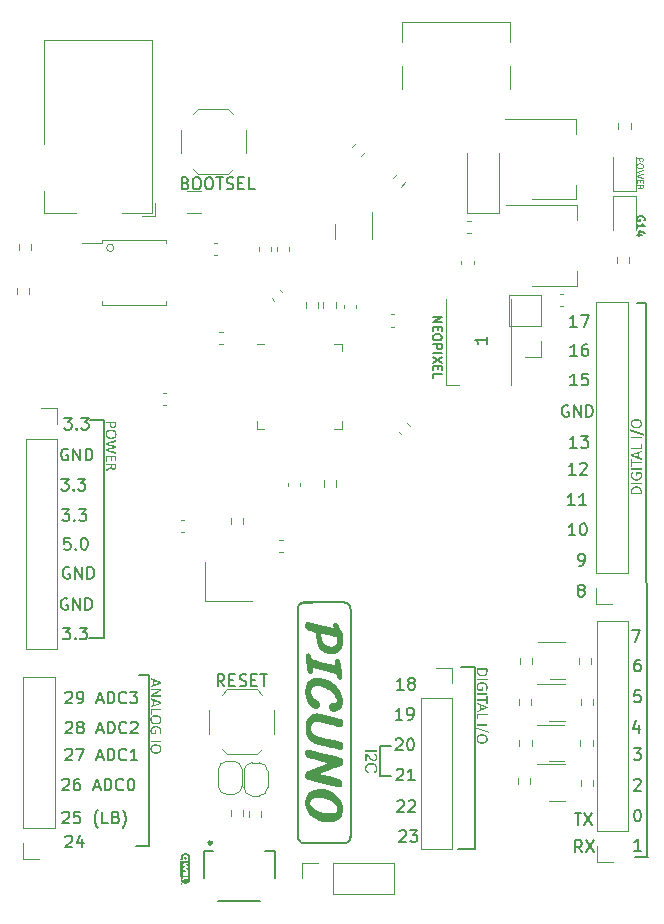
<source format=gbr>
%TF.GenerationSoftware,KiCad,Pcbnew,7.0.10*%
%TF.CreationDate,2024-02-09T23:31:33+05:30*%
%TF.ProjectId,rp2040-basic-m1,72703230-3430-42d6-9261-7369632d6d31,V2.2.1*%
%TF.SameCoordinates,Original*%
%TF.FileFunction,Legend,Top*%
%TF.FilePolarity,Positive*%
%FSLAX46Y46*%
G04 Gerber Fmt 4.6, Leading zero omitted, Abs format (unit mm)*
G04 Created by KiCad (PCBNEW 7.0.10) date 2024-02-09 23:31:33*
%MOMM*%
%LPD*%
G01*
G04 APERTURE LIST*
%ADD10C,0.150000*%
%ADD11C,0.000000*%
%ADD12C,0.187500*%
%ADD13C,0.063500*%
%ADD14C,0.120000*%
%ADD15C,0.127000*%
%ADD16C,0.300000*%
%ADD17C,0.100000*%
G04 APERTURE END LIST*
D10*
X124675000Y-86387500D02*
X125725000Y-86387500D01*
X103030000Y-79520000D02*
X103970000Y-79520000D01*
D11*
G36*
X86614023Y-86051350D02*
G01*
X86637387Y-86052380D01*
X86659495Y-86054202D01*
X86669739Y-86055403D01*
X86679265Y-86056791D01*
X86687937Y-86058365D01*
X86695620Y-86060121D01*
X86727016Y-86069162D01*
X86757223Y-86080165D01*
X86786175Y-86093063D01*
X86813809Y-86107785D01*
X86840059Y-86124264D01*
X86864860Y-86142430D01*
X86888146Y-86162215D01*
X86909853Y-86183549D01*
X86929916Y-86206364D01*
X86948268Y-86230591D01*
X86964846Y-86256161D01*
X86979584Y-86283006D01*
X86992417Y-86311056D01*
X87003280Y-86340242D01*
X87012108Y-86370497D01*
X87018835Y-86401751D01*
X87022814Y-86709314D01*
X87024233Y-87351353D01*
X87023032Y-87994048D01*
X87019153Y-88303576D01*
X87012856Y-88335008D01*
X87004484Y-88365443D01*
X86994098Y-88394813D01*
X86981757Y-88423050D01*
X86967522Y-88450087D01*
X86951454Y-88475857D01*
X86933613Y-88500292D01*
X86914060Y-88523325D01*
X86892855Y-88544888D01*
X86870058Y-88564915D01*
X86845730Y-88583336D01*
X86819931Y-88600086D01*
X86792723Y-88615096D01*
X86764164Y-88628299D01*
X86734316Y-88639628D01*
X86703240Y-88649015D01*
X86691471Y-88652069D01*
X86681476Y-88654393D01*
X86672293Y-88656092D01*
X86667704Y-88656740D01*
X86662957Y-88657270D01*
X86652505Y-88658032D01*
X86639973Y-88658481D01*
X86624398Y-88658722D01*
X86604815Y-88658858D01*
X86581148Y-88658778D01*
X86570607Y-88658566D01*
X86560792Y-88658218D01*
X86551597Y-88657720D01*
X86542921Y-88657055D01*
X86534660Y-88656210D01*
X86526710Y-88655167D01*
X86518969Y-88653913D01*
X86511332Y-88652431D01*
X86503698Y-88650706D01*
X86495962Y-88648723D01*
X86488022Y-88646466D01*
X86479773Y-88643921D01*
X86461940Y-88637903D01*
X86435607Y-88627615D01*
X86410222Y-88615725D01*
X86385840Y-88602297D01*
X86362518Y-88587396D01*
X86340310Y-88571087D01*
X86319272Y-88553434D01*
X86299458Y-88534502D01*
X86280925Y-88514356D01*
X86263728Y-88493060D01*
X86247922Y-88470679D01*
X86233562Y-88447278D01*
X86220705Y-88422921D01*
X86209404Y-88397673D01*
X86199715Y-88371598D01*
X86191695Y-88344762D01*
X86189174Y-88333738D01*
X86346688Y-88333738D01*
X86476863Y-88333738D01*
X86478450Y-88307385D01*
X86478852Y-88301704D01*
X86479462Y-88296207D01*
X86480281Y-88290895D01*
X86481308Y-88285766D01*
X86482543Y-88280819D01*
X86483987Y-88276053D01*
X86485639Y-88271468D01*
X86487499Y-88267063D01*
X86489568Y-88262836D01*
X86491845Y-88258787D01*
X86494330Y-88254914D01*
X86497024Y-88251218D01*
X86499926Y-88247696D01*
X86503037Y-88244348D01*
X86506355Y-88241173D01*
X86509883Y-88238171D01*
X86517433Y-88232754D01*
X86525518Y-88227937D01*
X86534078Y-88223725D01*
X86543051Y-88220123D01*
X86552378Y-88217134D01*
X86561998Y-88214764D01*
X86571851Y-88213017D01*
X86581876Y-88211897D01*
X86592012Y-88211411D01*
X86602199Y-88211561D01*
X86612378Y-88212354D01*
X86622486Y-88213792D01*
X86632464Y-88215882D01*
X86642252Y-88218628D01*
X86651788Y-88222034D01*
X86661013Y-88226106D01*
X86667297Y-88229395D01*
X86673172Y-88232953D01*
X86678640Y-88236783D01*
X86683699Y-88240884D01*
X86688351Y-88245259D01*
X86692596Y-88249909D01*
X86696434Y-88254835D01*
X86699867Y-88260038D01*
X86702894Y-88265521D01*
X86705515Y-88271284D01*
X86707732Y-88277329D01*
X86709545Y-88283657D01*
X86710955Y-88290270D01*
X86711961Y-88297169D01*
X86712564Y-88304355D01*
X86712765Y-88311830D01*
X86712765Y-88333738D01*
X86846115Y-88333738D01*
X86845798Y-88299766D01*
X86845422Y-88285781D01*
X86844481Y-88272110D01*
X86842981Y-88258761D01*
X86840933Y-88245743D01*
X86838343Y-88233064D01*
X86835222Y-88220733D01*
X86831577Y-88208758D01*
X86827417Y-88197149D01*
X86822751Y-88185912D01*
X86817586Y-88175058D01*
X86811933Y-88164594D01*
X86805798Y-88154530D01*
X86799191Y-88144873D01*
X86792121Y-88135632D01*
X86784595Y-88126816D01*
X86776622Y-88118433D01*
X86768212Y-88110492D01*
X86759371Y-88103002D01*
X86750110Y-88095970D01*
X86740437Y-88089406D01*
X86730359Y-88083318D01*
X86719886Y-88077715D01*
X86709026Y-88072604D01*
X86697788Y-88067996D01*
X86686180Y-88063897D01*
X86674211Y-88060317D01*
X86661889Y-88057265D01*
X86649223Y-88054748D01*
X86636222Y-88052776D01*
X86622894Y-88051356D01*
X86609247Y-88050498D01*
X86595290Y-88050211D01*
X86580577Y-88050494D01*
X86566316Y-88051347D01*
X86552499Y-88052772D01*
X86539117Y-88054775D01*
X86526161Y-88057357D01*
X86513623Y-88060524D01*
X86501492Y-88064279D01*
X86489761Y-88068626D01*
X86478421Y-88073567D01*
X86467462Y-88079108D01*
X86456877Y-88085251D01*
X86446655Y-88092001D01*
X86436789Y-88099362D01*
X86427270Y-88107336D01*
X86418088Y-88115927D01*
X86409235Y-88125140D01*
X86402146Y-88133280D01*
X86395521Y-88141637D01*
X86389355Y-88150226D01*
X86383642Y-88159063D01*
X86378377Y-88168165D01*
X86373555Y-88177547D01*
X86369172Y-88187224D01*
X86365222Y-88197213D01*
X86361699Y-88207529D01*
X86358599Y-88218189D01*
X86355917Y-88229208D01*
X86353648Y-88240601D01*
X86351786Y-88252386D01*
X86350326Y-88264576D01*
X86349263Y-88277189D01*
X86348593Y-88290240D01*
X86346688Y-88333738D01*
X86189174Y-88333738D01*
X86185398Y-88317228D01*
X86182044Y-88284099D01*
X86180238Y-88185545D01*
X86180018Y-88019413D01*
X86353990Y-88019413D01*
X86595290Y-88019413D01*
X86839765Y-88019413D01*
X86839765Y-87860663D01*
X86353990Y-87860663D01*
X86353990Y-88019413D01*
X86180018Y-88019413D01*
X86179766Y-87828913D01*
X86353990Y-87828913D01*
X86839765Y-87828913D01*
X86839765Y-87666988D01*
X86353990Y-87666988D01*
X86353990Y-87828913D01*
X86179766Y-87828913D01*
X86179365Y-87525701D01*
X86179365Y-87472361D01*
X86353990Y-87472361D01*
X86504168Y-87527288D01*
X86747055Y-87616188D01*
X86839765Y-87650161D01*
X86839765Y-87492681D01*
X86821668Y-87487601D01*
X86641883Y-87434499D01*
X86514010Y-87396161D01*
X86526507Y-87392147D01*
X86561357Y-87381675D01*
X86676570Y-87347901D01*
X86839765Y-87300276D01*
X86839130Y-87222806D01*
X86838178Y-87145018D01*
X86678793Y-87098981D01*
X86616806Y-87080858D01*
X86565802Y-87065683D01*
X86531051Y-87055091D01*
X86521416Y-87052026D01*
X86517820Y-87050721D01*
X86520749Y-87049400D01*
X86529821Y-87046290D01*
X86563818Y-87035520D01*
X86614663Y-87020047D01*
X86677205Y-87001508D01*
X86838178Y-86953883D01*
X86839130Y-86871968D01*
X86839306Y-86849777D01*
X86839348Y-86831775D01*
X86839315Y-86824231D01*
X86839242Y-86817597D01*
X86839128Y-86811829D01*
X86838971Y-86806881D01*
X86838770Y-86802706D01*
X86838522Y-86799259D01*
X86838226Y-86796496D01*
X86838059Y-86795356D01*
X86837880Y-86794369D01*
X86837687Y-86793531D01*
X86837482Y-86792834D01*
X86837262Y-86792274D01*
X86837029Y-86791845D01*
X86836782Y-86791541D01*
X86836521Y-86791357D01*
X86836245Y-86791286D01*
X86835955Y-86791323D01*
X86593068Y-86879906D01*
X86353990Y-86966901D01*
X86353990Y-87126921D01*
X86369230Y-87131366D01*
X86441303Y-87153546D01*
X86533139Y-87182364D01*
X86612475Y-87207670D01*
X86637371Y-87215834D01*
X86647043Y-87219313D01*
X86644493Y-87220604D01*
X86636287Y-87223629D01*
X86605291Y-87234077D01*
X86558817Y-87249049D01*
X86501628Y-87266938D01*
X86353990Y-87312341D01*
X86353990Y-87472361D01*
X86179365Y-87472361D01*
X86179365Y-86765288D01*
X86836245Y-86765288D01*
X86839765Y-86765288D01*
X86839765Y-86603363D01*
X86779123Y-86603363D01*
X86796903Y-86585266D01*
X86803235Y-86578390D01*
X86809134Y-86571221D01*
X86814597Y-86563760D01*
X86819624Y-86556011D01*
X86824211Y-86547978D01*
X86828357Y-86539663D01*
X86832061Y-86531070D01*
X86835320Y-86522202D01*
X86838133Y-86513063D01*
X86840497Y-86503655D01*
X86842411Y-86493982D01*
X86843873Y-86484048D01*
X86844881Y-86473854D01*
X86845433Y-86463406D01*
X86845528Y-86452705D01*
X86845163Y-86441756D01*
X86844181Y-86428359D01*
X86842551Y-86415321D01*
X86840276Y-86402650D01*
X86837364Y-86390355D01*
X86833819Y-86378446D01*
X86829647Y-86366930D01*
X86824854Y-86355818D01*
X86819445Y-86345117D01*
X86813426Y-86334836D01*
X86806802Y-86324984D01*
X86799579Y-86315571D01*
X86791763Y-86306605D01*
X86783359Y-86298094D01*
X86774372Y-86290048D01*
X86764809Y-86282476D01*
X86754675Y-86275386D01*
X86746834Y-86270387D01*
X86739005Y-86265744D01*
X86731157Y-86261447D01*
X86723257Y-86257487D01*
X86715274Y-86253854D01*
X86707175Y-86250539D01*
X86698928Y-86247533D01*
X86690500Y-86244826D01*
X86681861Y-86242410D01*
X86672978Y-86240275D01*
X86663818Y-86238411D01*
X86654350Y-86236809D01*
X86644542Y-86235461D01*
X86634361Y-86234356D01*
X86623775Y-86233486D01*
X86612753Y-86232841D01*
X86598192Y-86232445D01*
X86583928Y-86232620D01*
X86569970Y-86233357D01*
X86556329Y-86234646D01*
X86543017Y-86236478D01*
X86530044Y-86238844D01*
X86517421Y-86241734D01*
X86505160Y-86245139D01*
X86493270Y-86249049D01*
X86481764Y-86253456D01*
X86470651Y-86258350D01*
X86459943Y-86263721D01*
X86449651Y-86269560D01*
X86439786Y-86275858D01*
X86430358Y-86282605D01*
X86421379Y-86289792D01*
X86412860Y-86297410D01*
X86404811Y-86305449D01*
X86397243Y-86313901D01*
X86390168Y-86322755D01*
X86383596Y-86332002D01*
X86377537Y-86341633D01*
X86372005Y-86351638D01*
X86367008Y-86362009D01*
X86362558Y-86372735D01*
X86358665Y-86383808D01*
X86355342Y-86395218D01*
X86352599Y-86406955D01*
X86350446Y-86419011D01*
X86348894Y-86431376D01*
X86347955Y-86444041D01*
X86347640Y-86456996D01*
X86347805Y-86467212D01*
X86348305Y-86477039D01*
X86349149Y-86486496D01*
X86350344Y-86495602D01*
X86351898Y-86504376D01*
X86353818Y-86512840D01*
X86356114Y-86521011D01*
X86358792Y-86528909D01*
X86361861Y-86536555D01*
X86365329Y-86543967D01*
X86369203Y-86551165D01*
X86373492Y-86558169D01*
X86378202Y-86564998D01*
X86383343Y-86571671D01*
X86388922Y-86578209D01*
X86394948Y-86584631D01*
X86413045Y-86603363D01*
X86178730Y-86603363D01*
X86180318Y-86502716D01*
X86180765Y-86470815D01*
X86181220Y-86445928D01*
X86181481Y-86435711D01*
X86181780Y-86426763D01*
X86182129Y-86418923D01*
X86182540Y-86412030D01*
X86183026Y-86405921D01*
X86183598Y-86400437D01*
X86184269Y-86395414D01*
X86185050Y-86390693D01*
X86185955Y-86386111D01*
X86186994Y-86381507D01*
X86189525Y-86371588D01*
X86198834Y-86340899D01*
X86210049Y-86311380D01*
X86223101Y-86283094D01*
X86237924Y-86256102D01*
X86254451Y-86230467D01*
X86272616Y-86206249D01*
X86292350Y-86183512D01*
X86313588Y-86162316D01*
X86336262Y-86142724D01*
X86360305Y-86124797D01*
X86385651Y-86108598D01*
X86412232Y-86094187D01*
X86439981Y-86081628D01*
X86468831Y-86070982D01*
X86498716Y-86062310D01*
X86529568Y-86055676D01*
X86537920Y-86054362D01*
X86547173Y-86053275D01*
X86557190Y-86052413D01*
X86567836Y-86051771D01*
X86590479Y-86051138D01*
X86614023Y-86051350D01*
G37*
G36*
X98179485Y-80641133D02*
G01*
X98255141Y-80644771D01*
X98328829Y-80650394D01*
X98399851Y-80658000D01*
X98467508Y-80667592D01*
X98531104Y-80679167D01*
X98589940Y-80692727D01*
X98701719Y-80725257D01*
X98810640Y-80764454D01*
X98916409Y-80810037D01*
X99018730Y-80861729D01*
X99117311Y-80919250D01*
X99211856Y-80982321D01*
X99302070Y-81050663D01*
X99387659Y-81123997D01*
X99468328Y-81202044D01*
X99543784Y-81284525D01*
X99613730Y-81371160D01*
X99677874Y-81461671D01*
X99735919Y-81555779D01*
X99787573Y-81653204D01*
X99832539Y-81753668D01*
X99870524Y-81856892D01*
X99882686Y-81901134D01*
X99892744Y-81954843D01*
X99900747Y-82016572D01*
X99906738Y-82084875D01*
X99910767Y-82158304D01*
X99912877Y-82235412D01*
X99913118Y-82314753D01*
X99911534Y-82394879D01*
X99908172Y-82474343D01*
X99903079Y-82551700D01*
X99896302Y-82625500D01*
X99887887Y-82694299D01*
X99877879Y-82756648D01*
X99866327Y-82811101D01*
X99853276Y-82856211D01*
X99838773Y-82890531D01*
X99818137Y-82925682D01*
X99794731Y-82960901D01*
X99768762Y-82996006D01*
X99740436Y-83030816D01*
X99709961Y-83065151D01*
X99677543Y-83098829D01*
X99643388Y-83131670D01*
X99607704Y-83163493D01*
X99570697Y-83194118D01*
X99532573Y-83223362D01*
X99493540Y-83251046D01*
X99453805Y-83276989D01*
X99413573Y-83301009D01*
X99373051Y-83322926D01*
X99332447Y-83342559D01*
X99291968Y-83359727D01*
X99236250Y-83379032D01*
X99172988Y-83395934D01*
X99103235Y-83410429D01*
X99028046Y-83422510D01*
X98948475Y-83432172D01*
X98865576Y-83439411D01*
X98780402Y-83444221D01*
X98694010Y-83446598D01*
X98607452Y-83446535D01*
X98521783Y-83444028D01*
X98438056Y-83439071D01*
X98357327Y-83431660D01*
X98280650Y-83421789D01*
X98209078Y-83409453D01*
X98143666Y-83394647D01*
X98085468Y-83377366D01*
X97929142Y-83319148D01*
X97781741Y-83254424D01*
X97643425Y-83183385D01*
X97514354Y-83106222D01*
X97394688Y-83023127D01*
X97284587Y-82934291D01*
X97233173Y-82887780D01*
X97184211Y-82839905D01*
X97137721Y-82790690D01*
X97093721Y-82740160D01*
X97052234Y-82688338D01*
X97013277Y-82635247D01*
X96976873Y-82580913D01*
X96943040Y-82525358D01*
X96911798Y-82468607D01*
X96883168Y-82410684D01*
X96857170Y-82351612D01*
X96833823Y-82291416D01*
X96813148Y-82230119D01*
X96795165Y-82167745D01*
X96779893Y-82104318D01*
X96767353Y-82039862D01*
X96757565Y-81974401D01*
X96750549Y-81907959D01*
X96746325Y-81840560D01*
X96745676Y-81809197D01*
X97172646Y-81809197D01*
X97172659Y-81841976D01*
X97175790Y-81875262D01*
X97182123Y-81908987D01*
X97191740Y-81943084D01*
X97204726Y-81977482D01*
X97221162Y-82012115D01*
X97246717Y-82055598D01*
X97279419Y-82099861D01*
X97318808Y-82144611D01*
X97364423Y-82189551D01*
X97415806Y-82234388D01*
X97472496Y-82278827D01*
X97534033Y-82322574D01*
X97599958Y-82365334D01*
X97669809Y-82406812D01*
X97743129Y-82446714D01*
X97819456Y-82484745D01*
X97898330Y-82520611D01*
X97979293Y-82554017D01*
X98061883Y-82584669D01*
X98145641Y-82612272D01*
X98230107Y-82636532D01*
X98285642Y-82649389D01*
X98348287Y-82661337D01*
X98416886Y-82672127D01*
X98490280Y-82681511D01*
X98567313Y-82689242D01*
X98646825Y-82695070D01*
X98727661Y-82698750D01*
X98808662Y-82700031D01*
X98882296Y-82700014D01*
X98949925Y-82698570D01*
X99011828Y-82695597D01*
X99040720Y-82693505D01*
X99068285Y-82690991D01*
X99094558Y-82688043D01*
X99119574Y-82684649D01*
X99143367Y-82680794D01*
X99165974Y-82676467D01*
X99187428Y-82671653D01*
X99207765Y-82666341D01*
X99227019Y-82660518D01*
X99245225Y-82654170D01*
X99262418Y-82647285D01*
X99278634Y-82639849D01*
X99293906Y-82631850D01*
X99308270Y-82623274D01*
X99321761Y-82614110D01*
X99334413Y-82604344D01*
X99346262Y-82593962D01*
X99357342Y-82582953D01*
X99367688Y-82571303D01*
X99377336Y-82559000D01*
X99386319Y-82546029D01*
X99394673Y-82532380D01*
X99402433Y-82518037D01*
X99409634Y-82502990D01*
X99416309Y-82487224D01*
X99422496Y-82470727D01*
X99435430Y-82428910D01*
X99445103Y-82388044D01*
X99451479Y-82348005D01*
X99453419Y-82328257D01*
X99454521Y-82308669D01*
X99454782Y-82289226D01*
X99454195Y-82269912D01*
X99452757Y-82250711D01*
X99450463Y-82231609D01*
X99447309Y-82212590D01*
X99443290Y-82193637D01*
X99438401Y-82174737D01*
X99432638Y-82155872D01*
X99425997Y-82137028D01*
X99418473Y-82118190D01*
X99400757Y-82080466D01*
X99379455Y-82042577D01*
X99354531Y-82004398D01*
X99325948Y-81965806D01*
X99293670Y-81926677D01*
X99257661Y-81886886D01*
X99217885Y-81846310D01*
X99168403Y-81801348D01*
X99114063Y-81757819D01*
X99055135Y-81715829D01*
X98991886Y-81675488D01*
X98924586Y-81636903D01*
X98853504Y-81600185D01*
X98778907Y-81565440D01*
X98701065Y-81532778D01*
X98620247Y-81502307D01*
X98536720Y-81474136D01*
X98450755Y-81448372D01*
X98362619Y-81425126D01*
X98272581Y-81404504D01*
X98180911Y-81386617D01*
X98087876Y-81371571D01*
X97993746Y-81359476D01*
X97941938Y-81355021D01*
X97891083Y-81352853D01*
X97841262Y-81352905D01*
X97792559Y-81355108D01*
X97745058Y-81359394D01*
X97698841Y-81365693D01*
X97653993Y-81373938D01*
X97610596Y-81384061D01*
X97568734Y-81395992D01*
X97528490Y-81409663D01*
X97489947Y-81425006D01*
X97453190Y-81441952D01*
X97418300Y-81460433D01*
X97385362Y-81480380D01*
X97354458Y-81501726D01*
X97325673Y-81524400D01*
X97299089Y-81548335D01*
X97274790Y-81573463D01*
X97252858Y-81599715D01*
X97233379Y-81627022D01*
X97216434Y-81655317D01*
X97202107Y-81684530D01*
X97190481Y-81714593D01*
X97181640Y-81745437D01*
X97175667Y-81776995D01*
X97172646Y-81809197D01*
X96745676Y-81809197D01*
X96744912Y-81772227D01*
X96745877Y-81703933D01*
X96748826Y-81639129D01*
X96753842Y-81577579D01*
X96761008Y-81519053D01*
X96770406Y-81463317D01*
X96782119Y-81410140D01*
X96796230Y-81359288D01*
X96812822Y-81310529D01*
X96831977Y-81263630D01*
X96853777Y-81218359D01*
X96878307Y-81174483D01*
X96905647Y-81131770D01*
X96935881Y-81089987D01*
X96969092Y-81048902D01*
X97005362Y-81008282D01*
X97044774Y-80967895D01*
X97071891Y-80941826D01*
X97097835Y-80917768D01*
X97122839Y-80895581D01*
X97147135Y-80875125D01*
X97170955Y-80856260D01*
X97194532Y-80838848D01*
X97218099Y-80822748D01*
X97241888Y-80807821D01*
X97266132Y-80793928D01*
X97291064Y-80780928D01*
X97316915Y-80768684D01*
X97343918Y-80757054D01*
X97372307Y-80745899D01*
X97402312Y-80735081D01*
X97434168Y-80724459D01*
X97468107Y-80713894D01*
X97525083Y-80697688D01*
X97587066Y-80683467D01*
X97653359Y-80671230D01*
X97723264Y-80660977D01*
X97796084Y-80652709D01*
X97871121Y-80646425D01*
X97891083Y-80645304D01*
X97947677Y-80642126D01*
X98025055Y-80639811D01*
X98102557Y-80639480D01*
X98179485Y-80641133D01*
G37*
G36*
X96982038Y-66498872D02*
G01*
X97060593Y-66514534D01*
X97315971Y-66572356D01*
X97671230Y-66658621D01*
X98088996Y-66765061D01*
X98100545Y-66767982D01*
X98300904Y-66818646D01*
X98499706Y-66867642D01*
X98680898Y-66911099D01*
X98839971Y-66948065D01*
X98972421Y-66977589D01*
X99073742Y-66998721D01*
X99139426Y-67010510D01*
X99157496Y-67012604D01*
X99164968Y-67012006D01*
X99166198Y-67010580D01*
X99167246Y-67008956D01*
X99168114Y-67007139D01*
X99168806Y-67005136D01*
X99169324Y-67002955D01*
X99169673Y-67000603D01*
X99169874Y-66995414D01*
X99169434Y-66989625D01*
X99168378Y-66983294D01*
X99166734Y-66976477D01*
X99164527Y-66969231D01*
X99161782Y-66961613D01*
X99158526Y-66953680D01*
X99154783Y-66945488D01*
X99150581Y-66937095D01*
X99145945Y-66928557D01*
X99140901Y-66919932D01*
X99135474Y-66911275D01*
X99129690Y-66902644D01*
X99119023Y-66885324D01*
X99109509Y-66868425D01*
X99101142Y-66851957D01*
X99093916Y-66835927D01*
X99087828Y-66820344D01*
X99082871Y-66805216D01*
X99079041Y-66790552D01*
X99076333Y-66776361D01*
X99074740Y-66762650D01*
X99074259Y-66749428D01*
X99074883Y-66736703D01*
X99076608Y-66724485D01*
X99079429Y-66712780D01*
X99083340Y-66701598D01*
X99088336Y-66690947D01*
X99094412Y-66680835D01*
X99101564Y-66671271D01*
X99109785Y-66662264D01*
X99119070Y-66653820D01*
X99129415Y-66645950D01*
X99140814Y-66638661D01*
X99153262Y-66631962D01*
X99166754Y-66625861D01*
X99181284Y-66620367D01*
X99196848Y-66615487D01*
X99213441Y-66611231D01*
X99231056Y-66607607D01*
X99249690Y-66604623D01*
X99269337Y-66602287D01*
X99289991Y-66600608D01*
X99311647Y-66599595D01*
X99334302Y-66599255D01*
X99360000Y-66600280D01*
X99384283Y-66603486D01*
X99407305Y-66609069D01*
X99429221Y-66617225D01*
X99450186Y-66628151D01*
X99470355Y-66642043D01*
X99489884Y-66659098D01*
X99508926Y-66679512D01*
X99527638Y-66703482D01*
X99546174Y-66731203D01*
X99564690Y-66762872D01*
X99583340Y-66798685D01*
X99602279Y-66838840D01*
X99621663Y-66883531D01*
X99641646Y-66932956D01*
X99662384Y-66987311D01*
X99668778Y-67004237D01*
X99675999Y-67021845D01*
X99683964Y-67039990D01*
X99692591Y-67058528D01*
X99701796Y-67077314D01*
X99711498Y-67096204D01*
X99721613Y-67115052D01*
X99732058Y-67133714D01*
X99742752Y-67152045D01*
X99753611Y-67169901D01*
X99764552Y-67187137D01*
X99775494Y-67203608D01*
X99786353Y-67219169D01*
X99797047Y-67233677D01*
X99807492Y-67246985D01*
X99817607Y-67258950D01*
X99850211Y-67298424D01*
X99863403Y-67316458D01*
X99874713Y-67334632D01*
X99884287Y-67353901D01*
X99892269Y-67375222D01*
X99898804Y-67399550D01*
X99904037Y-67427842D01*
X99908113Y-67461054D01*
X99911176Y-67500141D01*
X99914841Y-67599766D01*
X99916192Y-67734366D01*
X99916385Y-67911589D01*
X99916757Y-68022280D01*
X99915392Y-68130366D01*
X99912540Y-68233244D01*
X99908447Y-68328308D01*
X99903362Y-68412954D01*
X99897533Y-68484577D01*
X99891208Y-68540574D01*
X99887937Y-68561898D01*
X99884635Y-68578339D01*
X99873276Y-68611683D01*
X99857928Y-68646655D01*
X99838901Y-68682898D01*
X99816504Y-68720056D01*
X99791049Y-68757772D01*
X99762843Y-68795690D01*
X99732199Y-68833453D01*
X99699426Y-68870704D01*
X99664834Y-68907086D01*
X99628733Y-68942244D01*
X99591433Y-68975821D01*
X99553244Y-69007460D01*
X99514476Y-69036805D01*
X99475440Y-69063498D01*
X99436445Y-69087184D01*
X99397801Y-69107506D01*
X99356038Y-69126191D01*
X99310420Y-69142556D01*
X99261391Y-69156596D01*
X99209396Y-69168305D01*
X99154879Y-69177678D01*
X99098285Y-69184710D01*
X99040057Y-69189396D01*
X98980641Y-69191731D01*
X98920482Y-69191710D01*
X98860022Y-69189327D01*
X98799707Y-69184577D01*
X98739981Y-69177455D01*
X98681289Y-69167956D01*
X98624074Y-69156075D01*
X98568782Y-69141806D01*
X98515857Y-69125145D01*
X98417903Y-69086326D01*
X98325219Y-69038831D01*
X98237951Y-68982913D01*
X98156244Y-68918825D01*
X98080242Y-68846820D01*
X98010089Y-68767151D01*
X97945931Y-68680072D01*
X97887912Y-68585836D01*
X97836177Y-68484695D01*
X97790871Y-68376904D01*
X97752138Y-68262716D01*
X97720123Y-68142383D01*
X97694970Y-68016159D01*
X97676825Y-67884297D01*
X97665831Y-67747050D01*
X97662135Y-67604672D01*
X97662135Y-67526062D01*
X98089623Y-67526062D01*
X98090168Y-67554695D01*
X98092909Y-67590506D01*
X98104051Y-67678680D01*
X98121187Y-67780620D01*
X98142457Y-67886364D01*
X98166001Y-67985948D01*
X98178044Y-68030316D01*
X98189958Y-68069409D01*
X98201510Y-68101979D01*
X98212468Y-68126783D01*
X98237430Y-68172585D01*
X98264661Y-68216046D01*
X98294114Y-68257140D01*
X98325743Y-68295841D01*
X98359501Y-68332124D01*
X98395341Y-68365963D01*
X98433217Y-68397331D01*
X98473083Y-68426204D01*
X98514892Y-68452554D01*
X98558597Y-68476357D01*
X98604152Y-68497587D01*
X98651511Y-68516217D01*
X98700627Y-68532222D01*
X98751453Y-68545576D01*
X98803944Y-68556253D01*
X98858051Y-68564228D01*
X98899256Y-68567829D01*
X98939480Y-68569389D01*
X98978649Y-68568933D01*
X99016691Y-68566488D01*
X99053535Y-68562079D01*
X99089107Y-68555732D01*
X99123336Y-68547474D01*
X99156149Y-68537329D01*
X99172001Y-68531557D01*
X99187473Y-68525323D01*
X99202555Y-68518631D01*
X99217237Y-68511484D01*
X99231511Y-68503884D01*
X99245368Y-68495835D01*
X99258798Y-68487341D01*
X99271794Y-68478404D01*
X99284344Y-68469028D01*
X99296441Y-68459216D01*
X99308076Y-68448971D01*
X99319239Y-68438296D01*
X99329922Y-68427195D01*
X99340115Y-68415671D01*
X99349809Y-68403727D01*
X99358996Y-68391367D01*
X99366885Y-68380105D01*
X99374650Y-68367582D01*
X99382250Y-68353943D01*
X99389643Y-68339332D01*
X99396788Y-68323894D01*
X99403644Y-68307775D01*
X99410169Y-68291118D01*
X99416322Y-68274068D01*
X99422062Y-68256770D01*
X99427346Y-68239369D01*
X99432135Y-68222009D01*
X99436386Y-68204835D01*
X99440059Y-68187992D01*
X99443111Y-68171625D01*
X99445502Y-68155877D01*
X99447190Y-68140894D01*
X99448487Y-68111657D01*
X99448472Y-68081122D01*
X99447237Y-68049730D01*
X99444875Y-68017918D01*
X99441480Y-67986128D01*
X99437144Y-67954798D01*
X99431961Y-67924366D01*
X99426024Y-67895273D01*
X99419424Y-67867958D01*
X99412257Y-67842859D01*
X99404614Y-67820417D01*
X99396588Y-67801070D01*
X99392461Y-67792695D01*
X99388274Y-67785258D01*
X99384037Y-67778815D01*
X99379762Y-67773420D01*
X99375462Y-67769128D01*
X99371148Y-67765995D01*
X99366831Y-67764075D01*
X99362523Y-67763422D01*
X99304425Y-67752288D01*
X99164968Y-67721971D01*
X98723996Y-67622311D01*
X98600069Y-67593124D01*
X98483997Y-67566749D01*
X98378342Y-67543680D01*
X98285669Y-67524415D01*
X98208540Y-67509450D01*
X98149519Y-67499280D01*
X98127600Y-67496148D01*
X98111168Y-67494401D01*
X98100545Y-67494102D01*
X98097512Y-67494514D01*
X98096051Y-67495311D01*
X98093432Y-67499295D01*
X98091506Y-67505852D01*
X98089623Y-67526062D01*
X97662135Y-67526062D01*
X97662135Y-67382422D01*
X97372857Y-67308338D01*
X97275113Y-67282092D01*
X97187869Y-67257282D01*
X97110548Y-67233444D01*
X97042569Y-67210112D01*
X97011902Y-67198491D01*
X96983355Y-67186821D01*
X96956853Y-67175046D01*
X96932326Y-67163107D01*
X96909700Y-67150946D01*
X96888904Y-67138504D01*
X96869864Y-67125724D01*
X96852510Y-67112547D01*
X96836767Y-67098915D01*
X96822565Y-67084771D01*
X96809830Y-67070055D01*
X96798490Y-67054711D01*
X96788474Y-67038679D01*
X96779708Y-67021901D01*
X96772120Y-67004321D01*
X96765638Y-66985878D01*
X96760189Y-66966515D01*
X96755702Y-66946175D01*
X96752104Y-66924798D01*
X96749322Y-66902328D01*
X96747284Y-66878704D01*
X96745918Y-66853871D01*
X96744912Y-66800339D01*
X96745138Y-66783319D01*
X96745813Y-66766662D01*
X96746929Y-66750379D01*
X96748481Y-66734483D01*
X96750462Y-66718984D01*
X96752865Y-66703895D01*
X96755684Y-66689228D01*
X96758913Y-66674993D01*
X96762545Y-66661202D01*
X96766573Y-66647868D01*
X96770992Y-66635001D01*
X96775794Y-66622613D01*
X96780974Y-66610717D01*
X96786524Y-66599323D01*
X96792439Y-66588443D01*
X96798711Y-66578089D01*
X96805335Y-66568272D01*
X96812304Y-66559005D01*
X96819611Y-66550298D01*
X96827250Y-66542163D01*
X96835215Y-66534613D01*
X96843499Y-66527658D01*
X96852096Y-66521310D01*
X96860999Y-66515581D01*
X96870201Y-66510483D01*
X96879697Y-66506026D01*
X96889479Y-66502223D01*
X96899542Y-66499086D01*
X96909879Y-66496626D01*
X96920483Y-66494854D01*
X96931348Y-66493782D01*
X96942468Y-66493422D01*
X96982038Y-66498872D01*
G37*
G36*
X97011921Y-69143610D02*
G01*
X97026852Y-69144887D01*
X97041535Y-69147261D01*
X97055949Y-69150719D01*
X97070074Y-69155248D01*
X97083889Y-69160833D01*
X97097373Y-69167461D01*
X97110506Y-69175120D01*
X97123266Y-69183794D01*
X97135634Y-69193470D01*
X97147589Y-69204136D01*
X97159109Y-69215777D01*
X97170175Y-69228380D01*
X97180765Y-69241931D01*
X97190859Y-69256417D01*
X97200437Y-69271824D01*
X97209477Y-69288139D01*
X97217958Y-69305347D01*
X97225861Y-69323436D01*
X97233165Y-69342392D01*
X97239849Y-69362201D01*
X97245891Y-69382850D01*
X97251273Y-69404326D01*
X97255972Y-69426613D01*
X97259968Y-69449700D01*
X97262814Y-69465600D01*
X97266038Y-69481484D01*
X97269603Y-69497255D01*
X97273473Y-69512814D01*
X97277611Y-69528063D01*
X97281982Y-69542904D01*
X97286549Y-69557238D01*
X97291277Y-69570967D01*
X97296128Y-69583994D01*
X97301068Y-69596220D01*
X97306059Y-69607546D01*
X97311066Y-69617876D01*
X97316052Y-69627109D01*
X97320981Y-69635149D01*
X97325817Y-69641898D01*
X97330524Y-69647256D01*
X97356420Y-69658854D01*
X97418794Y-69679515D01*
X97632534Y-69742616D01*
X98272881Y-69918012D01*
X98924473Y-70086794D01*
X99152269Y-70141626D01*
X99260218Y-70162311D01*
X99260859Y-70162055D01*
X99261457Y-70161294D01*
X99262526Y-70158314D01*
X99263419Y-70153474D01*
X99264132Y-70146877D01*
X99264993Y-70128824D01*
X99265069Y-70104984D01*
X99264318Y-70076183D01*
X99262698Y-70043248D01*
X99260170Y-70007006D01*
X99256690Y-69968283D01*
X99254337Y-69940313D01*
X99252584Y-69914519D01*
X99251450Y-69890761D01*
X99250957Y-69868899D01*
X99251126Y-69848795D01*
X99251977Y-69830307D01*
X99253531Y-69813298D01*
X99254578Y-69805304D01*
X99255808Y-69797627D01*
X99257225Y-69790250D01*
X99258830Y-69783155D01*
X99260626Y-69776325D01*
X99262616Y-69769743D01*
X99264802Y-69763390D01*
X99267187Y-69757250D01*
X99269774Y-69751305D01*
X99272565Y-69745537D01*
X99275563Y-69739930D01*
X99278770Y-69734466D01*
X99282189Y-69729127D01*
X99285822Y-69723895D01*
X99293742Y-69713687D01*
X99302551Y-69703700D01*
X99310461Y-69695680D01*
X99318952Y-69688157D01*
X99327985Y-69681131D01*
X99337519Y-69674603D01*
X99347516Y-69668574D01*
X99357935Y-69663044D01*
X99368739Y-69658014D01*
X99379887Y-69653484D01*
X99391339Y-69649456D01*
X99403058Y-69645930D01*
X99415002Y-69642907D01*
X99427133Y-69640386D01*
X99451797Y-69636858D01*
X99476735Y-69635349D01*
X99501632Y-69635867D01*
X99526172Y-69638416D01*
X99538210Y-69640453D01*
X99550041Y-69643000D01*
X99561625Y-69646058D01*
X99572922Y-69649626D01*
X99583894Y-69653706D01*
X99594501Y-69658298D01*
X99604704Y-69663403D01*
X99614463Y-69669022D01*
X99623739Y-69675155D01*
X99632492Y-69681802D01*
X99640683Y-69688965D01*
X99648273Y-69696645D01*
X99658169Y-69711688D01*
X99669233Y-69736463D01*
X99694245Y-69812124D01*
X99722067Y-69917468D01*
X99751461Y-70046336D01*
X99781185Y-70192566D01*
X99810000Y-70350000D01*
X99836665Y-70512477D01*
X99859940Y-70673839D01*
X99865728Y-70735465D01*
X99871846Y-70822887D01*
X99877303Y-70924862D01*
X99881107Y-71030144D01*
X99881595Y-71066807D01*
X99881706Y-71100204D01*
X99881394Y-71130541D01*
X99880611Y-71158026D01*
X99879311Y-71182865D01*
X99877448Y-71205265D01*
X99876291Y-71215615D01*
X99874975Y-71225433D01*
X99873496Y-71234744D01*
X99871846Y-71243575D01*
X99870021Y-71251951D01*
X99868015Y-71259898D01*
X99865821Y-71267442D01*
X99863433Y-71274608D01*
X99860847Y-71281424D01*
X99858056Y-71287913D01*
X99855055Y-71294103D01*
X99851837Y-71300019D01*
X99848397Y-71305687D01*
X99844729Y-71311133D01*
X99840827Y-71316383D01*
X99836686Y-71321462D01*
X99832299Y-71326396D01*
X99827661Y-71331211D01*
X99822765Y-71335934D01*
X99817607Y-71340589D01*
X99802535Y-71353255D01*
X99787118Y-71364157D01*
X99771400Y-71373327D01*
X99755430Y-71380800D01*
X99739252Y-71386609D01*
X99722915Y-71390787D01*
X99706464Y-71393369D01*
X99689945Y-71394387D01*
X99673406Y-71393876D01*
X99656893Y-71391869D01*
X99640452Y-71388399D01*
X99624130Y-71383501D01*
X99607974Y-71377207D01*
X99592029Y-71369552D01*
X99576342Y-71360568D01*
X99560961Y-71350290D01*
X99545931Y-71338751D01*
X99531299Y-71325985D01*
X99517111Y-71312025D01*
X99503414Y-71296905D01*
X99490255Y-71280658D01*
X99477679Y-71263319D01*
X99465734Y-71244920D01*
X99454466Y-71225495D01*
X99443922Y-71205078D01*
X99434147Y-71183703D01*
X99425189Y-71161402D01*
X99417094Y-71138210D01*
X99409908Y-71114160D01*
X99403679Y-71089286D01*
X99398452Y-71063622D01*
X99394274Y-71037200D01*
X99373107Y-70889033D01*
X98420607Y-70649145D01*
X98049639Y-70557092D01*
X97741510Y-70481575D01*
X97443413Y-70409255D01*
X97441780Y-70409501D01*
X97440189Y-70410231D01*
X97437136Y-70413093D01*
X97434258Y-70417743D01*
X97431561Y-70424083D01*
X97429051Y-70432014D01*
X97426731Y-70441439D01*
X97424608Y-70452260D01*
X97422687Y-70464377D01*
X97419469Y-70492110D01*
X97417120Y-70523853D01*
X97415679Y-70558821D01*
X97415190Y-70596228D01*
X97415014Y-70624122D01*
X97414439Y-70649716D01*
X97413400Y-70673192D01*
X97411828Y-70694730D01*
X97409657Y-70714511D01*
X97406819Y-70732715D01*
X97405129Y-70741283D01*
X97403247Y-70749525D01*
X97401165Y-70757463D01*
X97398874Y-70765120D01*
X97396367Y-70772519D01*
X97393633Y-70779682D01*
X97390667Y-70786631D01*
X97387457Y-70793391D01*
X97383997Y-70799982D01*
X97380279Y-70806428D01*
X97376292Y-70812751D01*
X97372030Y-70818974D01*
X97367484Y-70825119D01*
X97362645Y-70831210D01*
X97357505Y-70837268D01*
X97352055Y-70843317D01*
X97340195Y-70855475D01*
X97326996Y-70867866D01*
X97313656Y-70880317D01*
X97301309Y-70891238D01*
X97289789Y-70900671D01*
X97278930Y-70908657D01*
X97273697Y-70912120D01*
X97268567Y-70915237D01*
X97263520Y-70918013D01*
X97258535Y-70920453D01*
X97253591Y-70922562D01*
X97248668Y-70924346D01*
X97243745Y-70925809D01*
X97238801Y-70926957D01*
X97233816Y-70927795D01*
X97228769Y-70928328D01*
X97223640Y-70928562D01*
X97218407Y-70928501D01*
X97213049Y-70928150D01*
X97207548Y-70927515D01*
X97201880Y-70926601D01*
X97196027Y-70925414D01*
X97183680Y-70922237D01*
X97170341Y-70918028D01*
X97155844Y-70912826D01*
X97140024Y-70906673D01*
X97115007Y-70895126D01*
X97091524Y-70881606D01*
X97069540Y-70866039D01*
X97049018Y-70848354D01*
X97029923Y-70828477D01*
X97012218Y-70806337D01*
X96995866Y-70781861D01*
X96980833Y-70754978D01*
X96967081Y-70725613D01*
X96954574Y-70693696D01*
X96943277Y-70659154D01*
X96933152Y-70621914D01*
X96924165Y-70581905D01*
X96916278Y-70539053D01*
X96909456Y-70493287D01*
X96903662Y-70444533D01*
X96898274Y-70389412D01*
X96890323Y-70321061D01*
X96868385Y-70155256D01*
X96841155Y-69968283D01*
X96811940Y-69781311D01*
X96799633Y-69699734D01*
X96789223Y-69626605D01*
X96780787Y-69561363D01*
X96777333Y-69531523D01*
X96774402Y-69503443D01*
X96772004Y-69477053D01*
X96770147Y-69452283D01*
X96768842Y-69429061D01*
X96768098Y-69407318D01*
X96767925Y-69386984D01*
X96768333Y-69367987D01*
X96769331Y-69350257D01*
X96770930Y-69333724D01*
X96773138Y-69318318D01*
X96775966Y-69303968D01*
X96779423Y-69290604D01*
X96783518Y-69278155D01*
X96788263Y-69266551D01*
X96793665Y-69255721D01*
X96799735Y-69245596D01*
X96806483Y-69236104D01*
X96813919Y-69227176D01*
X96822051Y-69218740D01*
X96830890Y-69210727D01*
X96840445Y-69203066D01*
X96850726Y-69195686D01*
X96861743Y-69188518D01*
X96873506Y-69181490D01*
X96886023Y-69174533D01*
X96902195Y-69166542D01*
X96918283Y-69159757D01*
X96934269Y-69154164D01*
X96950130Y-69149749D01*
X96965846Y-69146501D01*
X96981398Y-69144403D01*
X96996763Y-69143445D01*
X97011921Y-69143610D01*
G37*
G36*
X86261915Y-88613138D02*
G01*
X86300015Y-88613138D01*
X86300015Y-88636633D01*
X86300000Y-88640000D01*
X86299950Y-88643089D01*
X86299862Y-88645921D01*
X86299732Y-88648514D01*
X86299556Y-88650891D01*
X86299329Y-88653069D01*
X86299047Y-88655070D01*
X86298705Y-88656913D01*
X86298301Y-88658619D01*
X86297829Y-88660207D01*
X86297286Y-88661697D01*
X86296666Y-88663110D01*
X86295967Y-88664464D01*
X86295184Y-88665782D01*
X86294312Y-88667081D01*
X86293348Y-88668383D01*
X86292546Y-88669337D01*
X86291692Y-88670236D01*
X86290789Y-88671078D01*
X86289838Y-88671863D01*
X86288845Y-88672592D01*
X86287810Y-88673264D01*
X86286739Y-88673878D01*
X86285633Y-88674435D01*
X86284496Y-88674935D01*
X86283332Y-88675376D01*
X86282142Y-88675760D01*
X86280930Y-88676085D01*
X86279699Y-88676351D01*
X86278453Y-88676559D01*
X86277193Y-88676707D01*
X86275925Y-88676797D01*
X86274650Y-88676826D01*
X86273371Y-88676796D01*
X86272092Y-88676706D01*
X86270816Y-88676556D01*
X86269545Y-88676345D01*
X86268284Y-88676074D01*
X86267034Y-88675742D01*
X86265800Y-88675348D01*
X86264583Y-88674893D01*
X86263388Y-88674377D01*
X86262217Y-88673798D01*
X86261074Y-88673158D01*
X86259961Y-88672455D01*
X86258881Y-88671690D01*
X86257838Y-88670862D01*
X86256835Y-88669970D01*
X86249533Y-88663303D01*
X86238738Y-88669970D01*
X86236268Y-88671474D01*
X86234085Y-88672768D01*
X86232173Y-88673853D01*
X86230512Y-88674728D01*
X86229771Y-88675087D01*
X86229086Y-88675393D01*
X86228456Y-88675647D01*
X86227877Y-88675847D01*
X86227348Y-88675995D01*
X86226867Y-88676091D01*
X86226430Y-88676133D01*
X86226038Y-88676122D01*
X86225686Y-88676058D01*
X86225372Y-88675941D01*
X86225096Y-88675772D01*
X86224853Y-88675548D01*
X86224643Y-88675272D01*
X86224462Y-88674942D01*
X86224310Y-88674559D01*
X86224182Y-88674123D01*
X86224078Y-88673633D01*
X86223995Y-88673089D01*
X86223931Y-88672492D01*
X86223883Y-88671841D01*
X86223829Y-88670379D01*
X86223815Y-88668700D01*
X86223853Y-88667595D01*
X86223967Y-88666536D01*
X86224160Y-88665521D01*
X86224288Y-88665028D01*
X86224435Y-88664543D01*
X86224604Y-88664067D01*
X86224794Y-88663599D01*
X86225005Y-88663138D01*
X86225238Y-88662684D01*
X86225771Y-88661793D01*
X86226395Y-88660922D01*
X86227111Y-88660065D01*
X86227923Y-88659219D01*
X86228833Y-88658378D01*
X86229843Y-88657538D01*
X86230955Y-88656695D01*
X86232171Y-88655843D01*
X86233495Y-88654978D01*
X86234928Y-88654096D01*
X86236465Y-88653160D01*
X86237866Y-88652254D01*
X86239136Y-88651370D01*
X86240280Y-88650499D01*
X86241304Y-88649633D01*
X86242211Y-88648766D01*
X86242623Y-88648328D01*
X86243008Y-88647888D01*
X86243366Y-88647442D01*
X86243699Y-88646991D01*
X86244006Y-88646534D01*
X86244289Y-88646069D01*
X86244548Y-88645596D01*
X86244784Y-88645113D01*
X86244998Y-88644620D01*
X86245189Y-88644115D01*
X86245360Y-88643598D01*
X86245509Y-88643067D01*
X86245639Y-88642522D01*
X86245749Y-88641962D01*
X86245914Y-88640791D01*
X86246009Y-88639546D01*
X86246040Y-88638221D01*
X86246027Y-88636757D01*
X86245979Y-88635455D01*
X86245885Y-88634305D01*
X86245733Y-88633299D01*
X86245630Y-88632847D01*
X86245509Y-88632427D01*
X86245367Y-88632038D01*
X86245203Y-88631679D01*
X86245015Y-88631350D01*
X86244802Y-88631047D01*
X86244562Y-88630771D01*
X86244294Y-88630521D01*
X86243996Y-88630295D01*
X86243667Y-88630092D01*
X86243305Y-88629910D01*
X86242909Y-88629750D01*
X86242476Y-88629608D01*
X86242007Y-88629486D01*
X86241499Y-88629380D01*
X86240950Y-88629291D01*
X86239726Y-88629155D01*
X86238322Y-88629070D01*
X86236727Y-88629026D01*
X86234928Y-88629013D01*
X86261915Y-88629013D01*
X86261915Y-88643300D01*
X86261927Y-88645502D01*
X86261970Y-88647473D01*
X86262049Y-88649230D01*
X86262173Y-88650787D01*
X86262254Y-88651495D01*
X86262349Y-88652159D01*
X86262459Y-88652781D01*
X86262585Y-88653363D01*
X86262727Y-88653907D01*
X86262887Y-88654414D01*
X86263066Y-88654886D01*
X86263264Y-88655326D01*
X86263483Y-88655735D01*
X86263723Y-88656115D01*
X86263986Y-88656469D01*
X86264271Y-88656797D01*
X86264581Y-88657103D01*
X86264916Y-88657387D01*
X86265277Y-88657653D01*
X86265666Y-88657901D01*
X86266081Y-88658133D01*
X86266526Y-88658352D01*
X86267001Y-88658560D01*
X86267506Y-88658758D01*
X86268043Y-88658949D01*
X86268612Y-88659133D01*
X86269853Y-88659493D01*
X86270752Y-88659705D01*
X86271661Y-88659867D01*
X86272575Y-88659979D01*
X86273489Y-88660044D01*
X86274397Y-88660062D01*
X86275294Y-88660034D01*
X86276176Y-88659963D01*
X86277036Y-88659850D01*
X86277870Y-88659696D01*
X86278674Y-88659502D01*
X86279441Y-88659270D01*
X86280166Y-88659002D01*
X86280846Y-88658698D01*
X86281473Y-88658360D01*
X86282044Y-88657990D01*
X86282306Y-88657793D01*
X86282553Y-88657588D01*
X86283077Y-88657117D01*
X86283578Y-88656541D01*
X86284053Y-88655867D01*
X86284502Y-88655103D01*
X86284923Y-88654255D01*
X86285315Y-88653330D01*
X86285676Y-88652335D01*
X86286005Y-88651278D01*
X86286301Y-88650165D01*
X86286562Y-88649003D01*
X86286786Y-88647799D01*
X86286973Y-88646560D01*
X86287120Y-88645293D01*
X86287228Y-88644006D01*
X86287293Y-88642704D01*
X86287315Y-88641396D01*
X86287290Y-88637308D01*
X86287231Y-88635655D01*
X86287117Y-88634237D01*
X86287033Y-88633611D01*
X86286927Y-88633037D01*
X86286799Y-88632513D01*
X86286645Y-88632036D01*
X86286464Y-88631605D01*
X86286252Y-88631217D01*
X86286007Y-88630869D01*
X86285728Y-88630561D01*
X86285411Y-88630288D01*
X86285055Y-88630050D01*
X86284657Y-88629843D01*
X86284214Y-88629666D01*
X86283726Y-88629516D01*
X86283188Y-88629391D01*
X86282599Y-88629288D01*
X86281957Y-88629206D01*
X86280503Y-88629095D01*
X86278807Y-88629037D01*
X86274615Y-88629013D01*
X86261915Y-88629013D01*
X86234928Y-88629013D01*
X86233181Y-88629000D01*
X86231624Y-88628958D01*
X86230247Y-88628879D01*
X86229623Y-88628823D01*
X86229039Y-88628755D01*
X86228495Y-88628674D01*
X86227989Y-88628579D01*
X86227520Y-88628469D01*
X86227086Y-88628343D01*
X86226687Y-88628201D01*
X86226320Y-88628041D01*
X86225985Y-88627862D01*
X86225680Y-88627664D01*
X86225404Y-88627445D01*
X86225156Y-88627205D01*
X86224933Y-88626942D01*
X86224736Y-88626656D01*
X86224562Y-88626347D01*
X86224410Y-88626012D01*
X86224279Y-88625651D01*
X86224167Y-88625262D01*
X86224074Y-88624847D01*
X86223997Y-88624402D01*
X86223936Y-88623927D01*
X86223889Y-88623422D01*
X86223832Y-88622316D01*
X86223815Y-88621076D01*
X86223815Y-88613138D01*
X86261915Y-88613138D01*
G37*
D10*
X83475000Y-70966500D02*
X83475000Y-85444500D01*
X104030000Y-77000000D02*
X103450000Y-77000000D01*
X82650000Y-70966500D02*
X83475000Y-70966500D01*
X111112500Y-70300000D02*
X109887500Y-70300000D01*
X103030000Y-79520000D02*
X103030000Y-77000000D01*
D11*
G36*
X86602181Y-86394449D02*
G01*
X86607481Y-86394675D01*
X86612690Y-86395064D01*
X86617807Y-86395615D01*
X86622827Y-86396327D01*
X86627749Y-86397196D01*
X86632571Y-86398224D01*
X86637289Y-86399406D01*
X86641900Y-86400743D01*
X86646403Y-86402233D01*
X86650795Y-86403874D01*
X86655072Y-86405664D01*
X86659233Y-86407603D01*
X86663275Y-86409688D01*
X86667195Y-86411918D01*
X86670990Y-86414292D01*
X86674658Y-86416808D01*
X86678197Y-86419465D01*
X86681603Y-86422260D01*
X86684874Y-86425194D01*
X86688008Y-86428263D01*
X86691001Y-86431467D01*
X86693852Y-86434803D01*
X86696558Y-86438272D01*
X86699115Y-86441870D01*
X86701522Y-86445597D01*
X86703775Y-86449450D01*
X86705873Y-86453429D01*
X86707812Y-86457533D01*
X86709590Y-86461758D01*
X86711187Y-86466320D01*
X86712525Y-86471167D01*
X86713608Y-86476255D01*
X86714437Y-86481542D01*
X86715015Y-86486986D01*
X86715344Y-86492543D01*
X86715427Y-86498171D01*
X86715265Y-86503827D01*
X86714862Y-86509468D01*
X86714219Y-86515051D01*
X86713339Y-86520534D01*
X86712224Y-86525873D01*
X86710877Y-86531027D01*
X86709299Y-86535951D01*
X86707494Y-86540604D01*
X86705463Y-86544943D01*
X86703363Y-86548799D01*
X86701004Y-86552619D01*
X86698401Y-86556388D01*
X86695570Y-86560094D01*
X86692528Y-86563721D01*
X86689289Y-86567256D01*
X86685869Y-86570685D01*
X86682285Y-86573994D01*
X86678552Y-86577170D01*
X86674686Y-86580197D01*
X86670703Y-86583062D01*
X86666618Y-86585752D01*
X86662448Y-86588252D01*
X86658208Y-86590548D01*
X86653915Y-86592626D01*
X86649583Y-86594473D01*
X86644355Y-86596259D01*
X86638496Y-86597807D01*
X86632096Y-86599117D01*
X86625244Y-86600188D01*
X86618032Y-86601022D01*
X86610549Y-86601617D01*
X86602885Y-86601974D01*
X86595131Y-86602093D01*
X86587378Y-86601974D01*
X86579714Y-86601617D01*
X86572231Y-86601022D01*
X86565018Y-86600188D01*
X86558167Y-86599117D01*
X86551767Y-86597807D01*
X86545908Y-86596259D01*
X86540680Y-86594473D01*
X86536634Y-86592703D01*
X86532495Y-86590627D01*
X86528298Y-86588274D01*
X86524076Y-86585672D01*
X86519863Y-86582851D01*
X86515694Y-86579840D01*
X86511601Y-86576666D01*
X86507620Y-86573359D01*
X86503784Y-86569949D01*
X86500128Y-86566462D01*
X86496684Y-86562930D01*
X86493487Y-86559379D01*
X86490571Y-86555840D01*
X86487970Y-86552341D01*
X86485717Y-86548911D01*
X86483848Y-86545578D01*
X86481448Y-86540368D01*
X86479369Y-86534884D01*
X86477610Y-86529163D01*
X86476173Y-86523244D01*
X86475058Y-86517165D01*
X86474265Y-86510964D01*
X86473795Y-86504680D01*
X86473648Y-86498350D01*
X86473825Y-86492013D01*
X86474326Y-86485706D01*
X86475151Y-86479468D01*
X86476302Y-86473337D01*
X86477778Y-86467351D01*
X86479581Y-86461549D01*
X86481709Y-86455967D01*
X86484165Y-86450646D01*
X86486035Y-86447425D01*
X86488286Y-86444093D01*
X86490886Y-86440682D01*
X86493799Y-86437221D01*
X86496991Y-86433742D01*
X86500428Y-86430275D01*
X86504075Y-86426850D01*
X86507898Y-86423499D01*
X86511862Y-86420253D01*
X86515934Y-86417141D01*
X86520077Y-86414194D01*
X86524259Y-86411444D01*
X86528445Y-86408921D01*
X86532600Y-86406656D01*
X86536690Y-86404679D01*
X86540680Y-86403021D01*
X86545131Y-86401520D01*
X86550091Y-86400123D01*
X86555475Y-86398846D01*
X86561199Y-86397702D01*
X86567175Y-86396708D01*
X86573318Y-86395877D01*
X86579543Y-86395224D01*
X86585765Y-86394766D01*
X86591321Y-86394493D01*
X86596793Y-86394388D01*
X86602181Y-86394449D01*
G37*
D10*
X83475000Y-85444500D02*
X82400000Y-85444500D01*
X111112500Y-70300000D02*
X111112500Y-85600000D01*
D11*
G36*
X97878563Y-74238320D02*
G01*
X98115620Y-74289094D01*
X98781763Y-74447238D01*
X99444600Y-74616626D01*
X99677522Y-74681456D01*
X99792912Y-74720200D01*
X99800843Y-74724327D01*
X99808732Y-74728744D01*
X99816539Y-74733409D01*
X99824221Y-74738280D01*
X99831739Y-74743317D01*
X99839049Y-74748477D01*
X99846111Y-74753721D01*
X99852885Y-74759006D01*
X99859327Y-74764290D01*
X99865397Y-74769534D01*
X99871054Y-74774694D01*
X99876256Y-74779731D01*
X99880962Y-74784602D01*
X99885130Y-74789267D01*
X99888720Y-74793683D01*
X99891690Y-74797810D01*
X99895814Y-74805036D01*
X99899592Y-74814064D01*
X99906125Y-74837050D01*
X99911324Y-74865814D01*
X99915227Y-74899400D01*
X99917868Y-74936851D01*
X99919285Y-74977211D01*
X99919513Y-75019524D01*
X99918589Y-75062835D01*
X99916549Y-75106187D01*
X99913429Y-75148625D01*
X99909264Y-75189192D01*
X99904092Y-75226932D01*
X99897949Y-75260889D01*
X99890870Y-75290108D01*
X99882892Y-75313632D01*
X99878577Y-75322960D01*
X99874051Y-75330505D01*
X99857707Y-75346785D01*
X99836231Y-75359871D01*
X99809288Y-75369712D01*
X99776541Y-75376256D01*
X99737656Y-75379451D01*
X99692295Y-75379247D01*
X99640123Y-75375590D01*
X99580805Y-75368429D01*
X99514003Y-75357713D01*
X99439383Y-75343390D01*
X99265344Y-75303716D01*
X99055999Y-75248994D01*
X98808662Y-75178811D01*
X98629184Y-75127699D01*
X98467053Y-75082789D01*
X98321180Y-75043997D01*
X98190474Y-75011241D01*
X98073845Y-74984439D01*
X98020468Y-74973244D01*
X97970202Y-74963506D01*
X97922909Y-74955216D01*
X97878455Y-74948362D01*
X97836701Y-74942934D01*
X97797513Y-74938922D01*
X97760754Y-74936316D01*
X97726287Y-74935105D01*
X97693976Y-74935279D01*
X97663685Y-74936827D01*
X97635278Y-74939740D01*
X97608618Y-74944007D01*
X97583569Y-74949617D01*
X97559994Y-74956561D01*
X97537759Y-74964827D01*
X97516725Y-74974407D01*
X97496757Y-74985288D01*
X97477719Y-74997461D01*
X97459474Y-75010916D01*
X97441885Y-75025642D01*
X97424818Y-75041629D01*
X97408135Y-75058867D01*
X97384062Y-75085521D01*
X97362067Y-75111370D01*
X97342077Y-75136598D01*
X97324019Y-75161393D01*
X97307822Y-75185939D01*
X97293413Y-75210423D01*
X97280719Y-75235031D01*
X97269669Y-75259950D01*
X97260190Y-75285364D01*
X97252210Y-75311461D01*
X97245655Y-75338426D01*
X97240455Y-75366445D01*
X97236536Y-75395704D01*
X97233827Y-75426389D01*
X97232254Y-75458687D01*
X97231746Y-75492783D01*
X97232039Y-75515033D01*
X97232938Y-75536832D01*
X97234466Y-75558229D01*
X97236652Y-75579269D01*
X97239519Y-75599999D01*
X97243094Y-75620465D01*
X97247403Y-75640715D01*
X97252471Y-75660794D01*
X97258325Y-75680748D01*
X97264991Y-75700626D01*
X97272493Y-75720472D01*
X97280859Y-75740334D01*
X97290113Y-75760257D01*
X97300282Y-75780290D01*
X97311392Y-75800477D01*
X97323468Y-75820866D01*
X97351216Y-75864288D01*
X97382076Y-75904816D01*
X97416842Y-75942781D01*
X97456311Y-75978514D01*
X97501278Y-76012344D01*
X97552539Y-76044604D01*
X97610891Y-76075624D01*
X97677128Y-76105734D01*
X97752047Y-76135266D01*
X97836443Y-76164549D01*
X97931112Y-76193915D01*
X98036851Y-76223694D01*
X98284719Y-76285816D01*
X98586413Y-76353561D01*
X98862303Y-76412941D01*
X99094908Y-76464796D01*
X99288571Y-76510202D01*
X99447631Y-76550234D01*
X99515542Y-76568571D01*
X99576429Y-76585967D01*
X99630837Y-76602557D01*
X99679307Y-76618475D01*
X99722382Y-76633855D01*
X99760604Y-76648833D01*
X99794517Y-76663542D01*
X99824662Y-76678117D01*
X99840266Y-76685853D01*
X99854076Y-76693378D01*
X99866202Y-76700975D01*
X99876752Y-76708929D01*
X99885834Y-76717524D01*
X99893557Y-76727043D01*
X99896943Y-76732239D01*
X99900030Y-76737772D01*
X99905360Y-76749994D01*
X99909657Y-76763994D01*
X99913029Y-76780056D01*
X99915584Y-76798464D01*
X99917432Y-76819503D01*
X99918680Y-76843456D01*
X99919437Y-76870607D01*
X99919912Y-76935644D01*
X99919374Y-76983604D01*
X99918700Y-77006351D01*
X99917755Y-77028282D01*
X99916540Y-77049399D01*
X99915052Y-77069705D01*
X99913292Y-77089204D01*
X99911258Y-77107898D01*
X99908951Y-77125792D01*
X99906369Y-77142887D01*
X99903511Y-77159189D01*
X99900378Y-77174699D01*
X99896969Y-77189420D01*
X99893282Y-77203358D01*
X99889318Y-77216513D01*
X99885075Y-77228890D01*
X99880554Y-77240492D01*
X99875752Y-77251322D01*
X99870670Y-77261383D01*
X99865307Y-77270679D01*
X99859663Y-77279213D01*
X99853736Y-77286987D01*
X99847527Y-77294006D01*
X99841033Y-77300272D01*
X99834256Y-77305789D01*
X99827193Y-77310560D01*
X99819846Y-77314588D01*
X99812212Y-77317877D01*
X99804291Y-77320429D01*
X99796083Y-77322248D01*
X99787586Y-77323337D01*
X99778801Y-77323699D01*
X99756429Y-77321942D01*
X99722191Y-77316919D01*
X99677784Y-77309002D01*
X99624902Y-77298564D01*
X99500492Y-77271609D01*
X99362523Y-77239033D01*
X99181339Y-77194495D01*
X98939631Y-77139373D01*
X98669481Y-77080282D01*
X98402968Y-77023838D01*
X98265683Y-76994477D01*
X98139115Y-76965726D01*
X98022573Y-76937285D01*
X97915363Y-76908855D01*
X97816794Y-76880135D01*
X97726172Y-76850826D01*
X97642806Y-76820628D01*
X97566003Y-76789241D01*
X97495070Y-76756366D01*
X97429315Y-76721704D01*
X97368046Y-76684953D01*
X97310570Y-76645815D01*
X97256194Y-76603990D01*
X97204227Y-76559178D01*
X97153975Y-76511079D01*
X97104746Y-76459394D01*
X97056759Y-76405388D01*
X97013217Y-76352782D01*
X96973932Y-76300993D01*
X96938720Y-76249436D01*
X96907394Y-76197528D01*
X96879767Y-76144685D01*
X96855655Y-76090322D01*
X96834871Y-76033856D01*
X96817229Y-75974703D01*
X96802542Y-75912279D01*
X96790625Y-75845999D01*
X96781293Y-75775281D01*
X96774358Y-75699539D01*
X96769634Y-75618191D01*
X96766937Y-75530652D01*
X96766079Y-75436338D01*
X96765514Y-75310571D01*
X96765909Y-75256698D01*
X96766851Y-75208080D01*
X96768413Y-75164154D01*
X96770668Y-75124357D01*
X96773688Y-75088126D01*
X96777544Y-75054897D01*
X96782311Y-75024108D01*
X96788059Y-74995194D01*
X96794861Y-74967593D01*
X96802790Y-74940741D01*
X96811918Y-74914075D01*
X96822317Y-74887032D01*
X96834059Y-74859049D01*
X96847218Y-74829562D01*
X96879570Y-74764572D01*
X96916857Y-74702052D01*
X96958723Y-74642240D01*
X97004810Y-74585373D01*
X97054763Y-74531690D01*
X97108225Y-74481427D01*
X97164839Y-74434824D01*
X97224249Y-74392117D01*
X97286098Y-74353543D01*
X97350030Y-74319342D01*
X97415687Y-74289750D01*
X97482714Y-74265006D01*
X97550754Y-74245347D01*
X97619450Y-74231010D01*
X97688446Y-74222233D01*
X97757385Y-74219255D01*
X97878563Y-74238320D01*
G37*
D10*
X125593750Y-39487500D02*
X124806250Y-39500000D01*
X103030000Y-77000000D02*
X103450000Y-77000000D01*
D11*
G36*
X97106958Y-77316898D02*
G01*
X97447657Y-77392546D01*
X98413110Y-77626647D01*
X99367319Y-77873316D01*
X99693962Y-77964673D01*
X99842301Y-78015144D01*
X99854219Y-78023663D01*
X99864880Y-78032203D01*
X99874353Y-78041033D01*
X99882705Y-78050421D01*
X99890003Y-78060636D01*
X99896313Y-78071946D01*
X99901704Y-78084620D01*
X99906242Y-78098928D01*
X99909995Y-78115137D01*
X99913029Y-78133517D01*
X99915412Y-78154336D01*
X99917211Y-78177863D01*
X99918494Y-78204366D01*
X99919326Y-78234115D01*
X99919912Y-78304423D01*
X99919708Y-78330656D01*
X99919106Y-78356368D01*
X99918122Y-78381449D01*
X99916770Y-78405791D01*
X99915067Y-78429285D01*
X99913029Y-78451824D01*
X99910670Y-78473298D01*
X99908006Y-78493599D01*
X99905053Y-78512619D01*
X99901825Y-78530248D01*
X99898340Y-78546379D01*
X99894611Y-78560902D01*
X99890656Y-78573710D01*
X99886488Y-78584694D01*
X99882124Y-78593745D01*
X99879873Y-78597512D01*
X99877579Y-78600754D01*
X99868438Y-78608207D01*
X99850590Y-78618538D01*
X99790652Y-78647112D01*
X99701528Y-78685029D01*
X99586978Y-78730841D01*
X99296653Y-78840368D01*
X98949773Y-78964115D01*
X98795874Y-79018626D01*
X98659007Y-79067324D01*
X98538263Y-79110595D01*
X98432733Y-79148828D01*
X98341507Y-79182410D01*
X98263676Y-79211729D01*
X98229499Y-79224911D01*
X98198329Y-79237172D01*
X98170054Y-79248561D01*
X98144558Y-79259127D01*
X98121729Y-79268917D01*
X98101453Y-79277981D01*
X98083616Y-79286366D01*
X98068105Y-79294122D01*
X98054805Y-79301296D01*
X98043603Y-79307938D01*
X98034386Y-79314095D01*
X98027039Y-79319815D01*
X98024032Y-79322528D01*
X98021450Y-79325149D01*
X98019278Y-79327685D01*
X98017503Y-79330143D01*
X98016111Y-79332528D01*
X98015087Y-79334847D01*
X98014416Y-79337105D01*
X98014086Y-79339308D01*
X98014081Y-79341463D01*
X98014387Y-79343575D01*
X98014991Y-79345652D01*
X98015877Y-79347698D01*
X98017032Y-79349719D01*
X98018442Y-79351723D01*
X98021968Y-79355700D01*
X98037974Y-79362052D01*
X98073948Y-79372787D01*
X98197034Y-79405088D01*
X98373699Y-79447973D01*
X98586413Y-79496810D01*
X98862289Y-79559084D01*
X98980288Y-79586805D01*
X99086199Y-79612676D01*
X99180928Y-79637018D01*
X99265379Y-79660150D01*
X99340455Y-79682393D01*
X99407062Y-79704068D01*
X99466103Y-79725494D01*
X99518483Y-79746994D01*
X99565106Y-79768885D01*
X99586542Y-79780079D01*
X99606877Y-79791490D01*
X99626225Y-79803160D01*
X99644700Y-79815129D01*
X99679479Y-79840121D01*
X99712119Y-79866788D01*
X99743523Y-79895449D01*
X99763711Y-79914697D01*
X99781998Y-79932849D01*
X99798466Y-79950050D01*
X99813197Y-79966446D01*
X99826274Y-79982179D01*
X99837781Y-79997396D01*
X99847799Y-80012241D01*
X99856412Y-80026859D01*
X99863702Y-80041394D01*
X99869752Y-80055990D01*
X99874644Y-80070794D01*
X99878461Y-80085949D01*
X99881286Y-80101600D01*
X99883201Y-80117892D01*
X99884290Y-80134970D01*
X99884635Y-80152978D01*
X99883911Y-80180115D01*
X99881823Y-80208347D01*
X99878495Y-80237282D01*
X99874051Y-80266528D01*
X99868615Y-80295690D01*
X99862310Y-80324377D01*
X99855262Y-80352197D01*
X99847593Y-80378755D01*
X99839428Y-80403659D01*
X99830891Y-80426518D01*
X99822106Y-80446937D01*
X99813197Y-80464524D01*
X99808735Y-80472133D01*
X99804288Y-80478886D01*
X99799872Y-80484736D01*
X99795503Y-80489632D01*
X99791196Y-80493525D01*
X99786966Y-80496367D01*
X99782829Y-80498108D01*
X99778801Y-80498699D01*
X99450718Y-80425498D01*
X98699301Y-80251754D01*
X97277607Y-79916616D01*
X97191978Y-79896295D01*
X97115956Y-79877411D01*
X97048977Y-79859581D01*
X96990479Y-79842422D01*
X96964233Y-79833976D01*
X96939897Y-79825554D01*
X96917399Y-79817108D01*
X96896669Y-79808592D01*
X96877636Y-79799956D01*
X96860231Y-79791154D01*
X96844382Y-79782138D01*
X96830020Y-79772859D01*
X96817073Y-79763271D01*
X96805473Y-79753324D01*
X96795147Y-79742972D01*
X96786026Y-79732166D01*
X96778039Y-79720859D01*
X96771116Y-79709003D01*
X96765187Y-79696550D01*
X96760181Y-79683452D01*
X96756027Y-79669662D01*
X96752656Y-79655132D01*
X96749996Y-79639814D01*
X96747978Y-79623659D01*
X96746531Y-79606621D01*
X96745585Y-79588652D01*
X96744912Y-79549728D01*
X96745578Y-79505360D01*
X96747592Y-79463503D01*
X96749114Y-79443501D01*
X96750982Y-79424107D01*
X96753200Y-79405315D01*
X96755771Y-79387119D01*
X96758699Y-79369511D01*
X96761987Y-79352487D01*
X96765638Y-79336038D01*
X96769655Y-79320160D01*
X96774042Y-79304844D01*
X96778801Y-79290085D01*
X96783936Y-79275877D01*
X96789451Y-79262213D01*
X96795347Y-79249086D01*
X96801630Y-79236490D01*
X96808301Y-79224419D01*
X96815365Y-79212865D01*
X96822823Y-79201824D01*
X96830681Y-79191287D01*
X96838940Y-79181249D01*
X96847604Y-79171703D01*
X96856676Y-79162643D01*
X96866160Y-79154063D01*
X96876058Y-79145955D01*
X96886375Y-79138313D01*
X96897113Y-79131132D01*
X96908274Y-79124404D01*
X96919864Y-79118123D01*
X96931885Y-79112283D01*
X97036285Y-79067745D01*
X97235274Y-78988811D01*
X97803246Y-78770087D01*
X98099855Y-78655490D01*
X98347846Y-78557098D01*
X98445446Y-78517390D01*
X98521093Y-78485826D01*
X98571522Y-78463771D01*
X98586260Y-78456735D01*
X98593467Y-78452589D01*
X98603286Y-78440599D01*
X98603475Y-78434884D01*
X98598594Y-78428776D01*
X98587202Y-78421841D01*
X98567857Y-78413645D01*
X98499541Y-78391734D01*
X98382111Y-78359570D01*
X98204034Y-78313681D01*
X97619801Y-78166837D01*
X97471683Y-78129789D01*
X97331130Y-78093361D01*
X97201408Y-78058504D01*
X97085784Y-78026168D01*
X96987523Y-77997305D01*
X96909891Y-77972866D01*
X96856154Y-77953801D01*
X96839267Y-77946581D01*
X96829579Y-77941061D01*
X96822749Y-77935216D01*
X96816156Y-77927670D01*
X96809810Y-77918518D01*
X96803720Y-77907857D01*
X96792349Y-77882389D01*
X96782119Y-77852039D01*
X96773110Y-77817575D01*
X96765397Y-77779768D01*
X96759059Y-77739387D01*
X96754173Y-77697203D01*
X96750816Y-77653985D01*
X96749067Y-77610504D01*
X96749003Y-77567529D01*
X96750700Y-77525830D01*
X96754237Y-77486178D01*
X96759692Y-77449342D01*
X96767141Y-77416093D01*
X96776662Y-77387200D01*
X96782593Y-77372719D01*
X96788555Y-77359660D01*
X96794661Y-77347954D01*
X96801026Y-77337535D01*
X96804341Y-77332787D01*
X96807763Y-77328335D01*
X96811307Y-77324172D01*
X96814986Y-77320288D01*
X96818815Y-77316676D01*
X96822808Y-77313327D01*
X96826979Y-77310232D01*
X96831343Y-77307383D01*
X96835914Y-77304772D01*
X96840705Y-77302390D01*
X96845732Y-77300229D01*
X96851008Y-77298281D01*
X96856547Y-77296537D01*
X96862365Y-77294988D01*
X96874889Y-77292445D01*
X96888695Y-77290584D01*
X96903897Y-77289337D01*
X96920607Y-77288639D01*
X96938940Y-77288421D01*
X97106958Y-77316898D01*
G37*
G36*
X98841928Y-64730064D02*
G01*
X99249414Y-64731793D01*
X99352326Y-64732786D01*
X99574548Y-64734928D01*
X99826426Y-64739676D01*
X99927736Y-64742719D01*
X100014142Y-64746242D01*
X100086782Y-64750272D01*
X100146792Y-64754834D01*
X100195310Y-64759954D01*
X100233471Y-64765659D01*
X100262413Y-64771973D01*
X100283273Y-64778922D01*
X100309950Y-64791257D01*
X100336941Y-64805663D01*
X100364067Y-64821982D01*
X100391146Y-64840052D01*
X100417998Y-64859714D01*
X100444442Y-64880808D01*
X100470296Y-64903172D01*
X100495381Y-64926648D01*
X100519515Y-64951075D01*
X100542517Y-64976292D01*
X100564206Y-65002139D01*
X100584402Y-65028457D01*
X100602924Y-65055085D01*
X100619591Y-65081863D01*
X100634221Y-65108631D01*
X100646634Y-65135228D01*
X100670171Y-65586949D01*
X100684117Y-67095349D01*
X100692496Y-74995366D01*
X100693384Y-78102173D01*
X100692992Y-80471082D01*
X100690697Y-82203917D01*
X100688643Y-82863626D01*
X100685881Y-83402500D01*
X100682333Y-83833267D01*
X100677923Y-84168655D01*
X100672572Y-84421391D01*
X100666203Y-84604204D01*
X100658738Y-84729822D01*
X100654571Y-84775160D01*
X100650100Y-84810972D01*
X100645317Y-84838849D01*
X100640212Y-84860383D01*
X100634775Y-84877163D01*
X100628996Y-84890781D01*
X100612379Y-84924479D01*
X100593132Y-84957954D01*
X100571519Y-84990985D01*
X100547802Y-85023349D01*
X100522245Y-85054824D01*
X100495112Y-85085188D01*
X100466667Y-85114219D01*
X100437173Y-85141695D01*
X100406893Y-85167393D01*
X100376091Y-85191090D01*
X100345031Y-85212566D01*
X100313976Y-85231598D01*
X100283190Y-85247963D01*
X100252936Y-85261439D01*
X100223478Y-85271804D01*
X100209129Y-85275751D01*
X100195079Y-85278837D01*
X100006563Y-85285947D01*
X99578600Y-85290742D01*
X98974688Y-85292231D01*
X98258329Y-85289419D01*
X96441523Y-85278837D01*
X96318051Y-85194170D01*
X96305171Y-85185011D01*
X96291738Y-85174802D01*
X96277860Y-85163653D01*
X96263646Y-85151671D01*
X96249205Y-85138967D01*
X96234645Y-85125647D01*
X96220075Y-85111821D01*
X96205603Y-85097598D01*
X96191338Y-85083084D01*
X96177388Y-85068390D01*
X96163862Y-85053624D01*
X96150868Y-85038894D01*
X96138514Y-85024308D01*
X96126910Y-85009976D01*
X96116164Y-84996005D01*
X96106384Y-84982505D01*
X96021718Y-84855503D01*
X96021718Y-75013004D01*
X96174294Y-75013004D01*
X96188185Y-81722065D01*
X96229857Y-84830808D01*
X96235551Y-84841046D01*
X96242004Y-84851858D01*
X96249150Y-84863156D01*
X96256922Y-84874851D01*
X96265251Y-84886856D01*
X96274071Y-84899084D01*
X96292916Y-84923854D01*
X96312918Y-84948459D01*
X96323185Y-84960480D01*
X96333541Y-84972196D01*
X96343916Y-84983519D01*
X96354246Y-84994361D01*
X96364461Y-85004635D01*
X96374496Y-85014252D01*
X96469747Y-85102448D01*
X98311246Y-85113030D01*
X100152746Y-85123615D01*
X100276218Y-85042475D01*
X100288935Y-85033356D01*
X100301891Y-85023265D01*
X100314991Y-85012307D01*
X100328142Y-85000583D01*
X100341253Y-84988198D01*
X100354228Y-84975255D01*
X100366977Y-84961857D01*
X100379405Y-84948108D01*
X100391420Y-84934110D01*
X100402928Y-84919968D01*
X100413837Y-84905785D01*
X100424054Y-84891663D01*
X100433485Y-84877707D01*
X100442037Y-84864019D01*
X100449618Y-84850704D01*
X100456134Y-84837864D01*
X100476081Y-84758159D01*
X100491357Y-84542193D01*
X100510374Y-83316511D01*
X100519634Y-74995366D01*
X100519497Y-71811409D01*
X100518532Y-69410453D01*
X100517481Y-68468512D01*
X100515914Y-67680216D01*
X100513726Y-67031529D01*
X100510815Y-66508415D01*
X100509056Y-66289562D01*
X100507077Y-66096840D01*
X100504866Y-65928493D01*
X100502409Y-65782768D01*
X100499694Y-65657909D01*
X100496707Y-65552164D01*
X100493437Y-65463776D01*
X100489869Y-65390992D01*
X100485991Y-65332057D01*
X100481790Y-65285217D01*
X100477253Y-65248717D01*
X100474855Y-65233797D01*
X100472368Y-65220804D01*
X100469790Y-65209519D01*
X100467120Y-65199722D01*
X100464357Y-65191195D01*
X100461498Y-65183717D01*
X100455489Y-65171036D01*
X100449079Y-65159922D01*
X100441321Y-65147824D01*
X100432660Y-65135400D01*
X100423181Y-65122738D01*
X100412974Y-65109927D01*
X100402127Y-65097054D01*
X100390726Y-65084206D01*
X100378860Y-65071472D01*
X100366617Y-65058940D01*
X100354085Y-65046697D01*
X100341351Y-65034831D01*
X100328503Y-65023430D01*
X100315630Y-65012582D01*
X100302818Y-65002375D01*
X100290157Y-64992897D01*
X100277733Y-64984235D01*
X100265635Y-64976478D01*
X100222454Y-64953203D01*
X100163605Y-64935798D01*
X100068127Y-64923520D01*
X99915062Y-64915624D01*
X99683448Y-64911365D01*
X99352326Y-64910001D01*
X98307718Y-64912978D01*
X96469747Y-64923561D01*
X96374496Y-65011756D01*
X96364461Y-65021373D01*
X96354246Y-65031648D01*
X96343916Y-65042490D01*
X96333541Y-65053813D01*
X96312918Y-65077550D01*
X96292916Y-65102155D01*
X96274071Y-65126925D01*
X96265251Y-65139153D01*
X96256922Y-65151158D01*
X96249150Y-65162853D01*
X96242004Y-65174151D01*
X96235551Y-65184962D01*
X96229857Y-65195200D01*
X96188185Y-68303944D01*
X96174294Y-75013004D01*
X96021718Y-75013004D01*
X96021718Y-65163450D01*
X96124024Y-65018811D01*
X96135169Y-65003449D01*
X96147368Y-64987854D01*
X96160518Y-64972124D01*
X96174515Y-64956359D01*
X96189257Y-64940655D01*
X96204639Y-64925111D01*
X96220559Y-64909826D01*
X96236913Y-64894898D01*
X96253597Y-64880424D01*
X96270509Y-64866503D01*
X96287545Y-64853234D01*
X96304602Y-64840713D01*
X96321576Y-64829041D01*
X96338364Y-64818313D01*
X96354862Y-64808630D01*
X96370968Y-64800089D01*
X96425028Y-64777813D01*
X96492566Y-64760787D01*
X96594334Y-64748309D01*
X96751086Y-64739676D01*
X96983575Y-64734184D01*
X97312554Y-64731132D01*
X98342996Y-64729533D01*
X98841928Y-64730064D01*
G37*
D10*
X125600000Y-39600000D02*
X125712500Y-86387500D01*
D11*
G36*
X97885300Y-71222268D02*
G01*
X98012287Y-71232116D01*
X98142530Y-71250657D01*
X98275362Y-71277916D01*
X98410116Y-71313918D01*
X98546126Y-71358689D01*
X98682724Y-71412256D01*
X98819246Y-71474644D01*
X98904574Y-71520064D01*
X98989571Y-71572588D01*
X99073742Y-71631635D01*
X99156589Y-71696619D01*
X99237618Y-71766956D01*
X99316332Y-71842064D01*
X99392234Y-71921357D01*
X99464829Y-72004252D01*
X99533621Y-72090165D01*
X99598113Y-72178512D01*
X99657809Y-72268709D01*
X99712214Y-72360172D01*
X99760831Y-72452317D01*
X99803165Y-72544560D01*
X99838718Y-72636318D01*
X99866995Y-72727006D01*
X99876208Y-72767175D01*
X99885130Y-72817515D01*
X99893475Y-72875958D01*
X99900950Y-72940436D01*
X99907269Y-73008883D01*
X99912140Y-73079232D01*
X99915275Y-73149416D01*
X99916385Y-73217367D01*
X99916072Y-73290177D01*
X99913718Y-73357995D01*
X99909183Y-73421121D01*
X99906055Y-73451019D01*
X99902329Y-73479855D01*
X99897987Y-73507668D01*
X99893014Y-73534496D01*
X99887390Y-73560375D01*
X99881100Y-73585344D01*
X99874125Y-73609439D01*
X99866447Y-73632698D01*
X99858050Y-73655159D01*
X99848916Y-73676859D01*
X99839027Y-73697836D01*
X99828367Y-73718126D01*
X99816917Y-73737768D01*
X99804660Y-73756799D01*
X99791579Y-73775257D01*
X99777657Y-73793178D01*
X99762875Y-73810600D01*
X99747217Y-73827561D01*
X99730664Y-73844099D01*
X99713201Y-73860250D01*
X99694808Y-73876053D01*
X99675469Y-73891544D01*
X99655166Y-73906761D01*
X99633882Y-73921742D01*
X99611600Y-73936523D01*
X99588301Y-73951144D01*
X99547945Y-73974533D01*
X99505233Y-73995716D01*
X99460619Y-74014636D01*
X99414558Y-74031236D01*
X99367505Y-74045458D01*
X99319915Y-74057246D01*
X99272241Y-74066544D01*
X99224940Y-74073294D01*
X99178466Y-74077439D01*
X99133273Y-74078923D01*
X99089817Y-74077689D01*
X99048551Y-74073679D01*
X99009932Y-74066838D01*
X98974413Y-74057108D01*
X98957958Y-74051142D01*
X98942449Y-74044433D01*
X98927943Y-74036973D01*
X98914496Y-74028755D01*
X98899005Y-74017582D01*
X98884291Y-74004652D01*
X98870365Y-73990085D01*
X98857238Y-73974006D01*
X98844923Y-73956536D01*
X98833431Y-73937799D01*
X98822773Y-73917918D01*
X98812962Y-73897015D01*
X98804008Y-73875212D01*
X98795924Y-73852633D01*
X98782411Y-73805637D01*
X98772515Y-73757008D01*
X98766329Y-73707728D01*
X98763947Y-73658778D01*
X98765461Y-73611141D01*
X98767708Y-73588122D01*
X98770964Y-73565798D01*
X98775241Y-73544294D01*
X98780550Y-73523732D01*
X98786903Y-73504234D01*
X98794312Y-73485924D01*
X98802787Y-73468924D01*
X98812342Y-73453356D01*
X98822986Y-73439343D01*
X98834733Y-73427009D01*
X98847593Y-73416476D01*
X98861579Y-73407867D01*
X98868960Y-73404564D01*
X98877798Y-73401286D01*
X98887980Y-73398061D01*
X98899392Y-73394913D01*
X98925451Y-73388953D01*
X98955065Y-73383613D01*
X98987325Y-73379100D01*
X99021321Y-73375620D01*
X99056144Y-73373381D01*
X99090885Y-73372588D01*
X99113269Y-73372334D01*
X99134196Y-73371548D01*
X99153780Y-73370193D01*
X99172134Y-73368234D01*
X99189371Y-73365633D01*
X99205606Y-73362356D01*
X99220952Y-73358366D01*
X99235523Y-73353626D01*
X99249433Y-73348101D01*
X99262795Y-73341755D01*
X99275723Y-73334550D01*
X99288330Y-73326452D01*
X99300731Y-73317423D01*
X99313038Y-73307428D01*
X99325366Y-73296430D01*
X99337829Y-73284394D01*
X99357054Y-73265037D01*
X99373720Y-73246450D01*
X99387834Y-73228328D01*
X99399400Y-73210366D01*
X99404229Y-73201350D01*
X99408423Y-73192259D01*
X99411983Y-73183056D01*
X99414910Y-73173703D01*
X99417203Y-73164161D01*
X99418864Y-73154393D01*
X99419893Y-73144359D01*
X99420291Y-73134023D01*
X99420058Y-73123345D01*
X99419196Y-73112288D01*
X99415585Y-73088885D01*
X99409462Y-73063508D01*
X99400833Y-73035851D01*
X99389703Y-73005611D01*
X99376077Y-72972482D01*
X99359959Y-72936160D01*
X99341357Y-72896339D01*
X99289894Y-72797697D01*
X99228633Y-72701856D01*
X99158360Y-72609302D01*
X99079860Y-72520520D01*
X98993919Y-72435996D01*
X98901322Y-72356216D01*
X98802854Y-72281666D01*
X98699301Y-72212832D01*
X98591449Y-72150198D01*
X98480083Y-72094252D01*
X98365988Y-72045478D01*
X98249950Y-72004362D01*
X98132755Y-71971391D01*
X98015188Y-71947050D01*
X97898034Y-71931824D01*
X97782079Y-71926200D01*
X97745911Y-71926373D01*
X97712674Y-71926924D01*
X97682155Y-71927898D01*
X97654142Y-71929342D01*
X97628424Y-71931303D01*
X97604788Y-71933828D01*
X97583022Y-71936962D01*
X97562916Y-71940752D01*
X97544257Y-71945245D01*
X97526832Y-71950488D01*
X97510431Y-71956526D01*
X97494841Y-71963407D01*
X97479850Y-71971177D01*
X97465247Y-71979881D01*
X97450820Y-71989568D01*
X97436357Y-72000283D01*
X97399815Y-72031684D01*
X97366931Y-72064961D01*
X97337727Y-72100006D01*
X97312223Y-72136709D01*
X97290440Y-72174962D01*
X97272398Y-72214658D01*
X97258118Y-72255686D01*
X97247621Y-72297939D01*
X97240927Y-72341309D01*
X97238057Y-72385686D01*
X97239032Y-72430962D01*
X97243872Y-72477029D01*
X97252599Y-72523778D01*
X97265232Y-72571101D01*
X97281792Y-72618889D01*
X97302301Y-72667033D01*
X97319550Y-72704176D01*
X97335781Y-72737789D01*
X97351298Y-72768228D01*
X97366408Y-72795852D01*
X97381414Y-72821016D01*
X97396621Y-72844077D01*
X97412335Y-72865390D01*
X97428860Y-72885314D01*
X97446502Y-72904205D01*
X97465564Y-72922418D01*
X97486353Y-72940311D01*
X97509172Y-72958240D01*
X97534328Y-72976562D01*
X97562123Y-72995633D01*
X97592865Y-73015810D01*
X97626857Y-73037450D01*
X97678490Y-73069455D01*
X97725070Y-73099523D01*
X97766833Y-73127948D01*
X97804017Y-73155024D01*
X97836861Y-73181046D01*
X97851730Y-73193753D01*
X97865602Y-73206308D01*
X97878508Y-73218746D01*
X97890477Y-73231105D01*
X97901540Y-73243421D01*
X97911725Y-73255731D01*
X97921063Y-73268072D01*
X97929583Y-73280482D01*
X97937314Y-73292995D01*
X97944288Y-73305651D01*
X97950533Y-73318484D01*
X97956079Y-73331533D01*
X97960956Y-73344833D01*
X97965193Y-73358423D01*
X97968820Y-73372337D01*
X97971868Y-73386615D01*
X97974365Y-73401291D01*
X97976341Y-73416403D01*
X97978851Y-73448084D01*
X97979635Y-73481950D01*
X97979265Y-73502296D01*
X97978167Y-73522312D01*
X97976356Y-73541977D01*
X97973847Y-73561270D01*
X97970656Y-73580169D01*
X97966798Y-73598656D01*
X97962289Y-73616708D01*
X97957145Y-73634306D01*
X97951380Y-73651428D01*
X97945011Y-73668054D01*
X97938053Y-73684163D01*
X97930521Y-73699735D01*
X97922431Y-73714749D01*
X97913799Y-73729183D01*
X97904639Y-73743019D01*
X97894968Y-73756234D01*
X97884800Y-73768809D01*
X97874153Y-73780722D01*
X97863040Y-73791953D01*
X97851477Y-73802481D01*
X97839480Y-73812286D01*
X97827065Y-73821347D01*
X97814247Y-73829642D01*
X97801041Y-73837153D01*
X97787463Y-73843857D01*
X97773528Y-73849734D01*
X97759253Y-73854764D01*
X97744651Y-73858926D01*
X97729740Y-73862198D01*
X97714534Y-73864562D01*
X97699050Y-73865995D01*
X97683301Y-73866477D01*
X97670669Y-73865976D01*
X97657277Y-73864491D01*
X97628400Y-73858691D01*
X97597043Y-73849315D01*
X97563577Y-73836601D01*
X97528375Y-73820787D01*
X97491809Y-73802109D01*
X97454250Y-73780806D01*
X97416072Y-73757116D01*
X97377645Y-73731276D01*
X97339343Y-73703524D01*
X97301536Y-73674098D01*
X97264598Y-73643235D01*
X97228900Y-73611173D01*
X97194814Y-73578150D01*
X97162713Y-73544404D01*
X97132968Y-73510171D01*
X97091433Y-73456685D01*
X97052165Y-73400855D01*
X97015179Y-73342860D01*
X96980488Y-73282878D01*
X96918051Y-73157666D01*
X96864967Y-73026646D01*
X96821351Y-72891243D01*
X96787315Y-72752885D01*
X96762973Y-72612997D01*
X96748440Y-72473005D01*
X96743829Y-72334337D01*
X96749253Y-72198418D01*
X96764827Y-72066674D01*
X96790663Y-71940531D01*
X96807466Y-71880007D01*
X96826877Y-71821417D01*
X96848910Y-71764941D01*
X96873580Y-71710757D01*
X96900901Y-71659044D01*
X96930888Y-71609978D01*
X96963554Y-71563739D01*
X96998913Y-71520505D01*
X97031559Y-71485841D01*
X97066601Y-71453289D01*
X97103958Y-71422851D01*
X97143545Y-71394532D01*
X97229077Y-71344260D01*
X97322531Y-71302500D01*
X97423241Y-71269276D01*
X97530539Y-71244615D01*
X97643760Y-71228543D01*
X97762236Y-71221085D01*
X97885300Y-71222268D01*
G37*
D10*
X109675000Y-85700000D02*
X111125000Y-85700000D01*
X79700000Y-67820500D02*
X78475000Y-67810500D01*
X79690000Y-49410500D02*
X79700000Y-67820500D01*
D11*
G36*
X86261118Y-88562364D02*
G01*
X86262053Y-88562439D01*
X86264311Y-88562730D01*
X86267008Y-88563192D01*
X86270051Y-88563806D01*
X86273347Y-88564555D01*
X86276803Y-88565419D01*
X86280326Y-88566379D01*
X86283823Y-88567418D01*
X86288472Y-88568945D01*
X86293006Y-88570782D01*
X86297415Y-88572915D01*
X86301687Y-88575336D01*
X86305812Y-88578031D01*
X86309780Y-88580991D01*
X86313579Y-88584204D01*
X86317200Y-88587659D01*
X86320630Y-88591344D01*
X86323860Y-88595249D01*
X86326879Y-88599362D01*
X86329676Y-88603673D01*
X86332241Y-88608169D01*
X86334562Y-88612840D01*
X86336630Y-88617675D01*
X86338433Y-88622663D01*
X86339122Y-88625234D01*
X86339645Y-88628150D01*
X86340007Y-88631366D01*
X86340214Y-88634832D01*
X86340269Y-88638501D01*
X86340180Y-88642325D01*
X86339949Y-88646256D01*
X86339584Y-88650246D01*
X86339088Y-88654247D01*
X86338467Y-88658211D01*
X86337726Y-88662091D01*
X86336870Y-88665838D01*
X86335904Y-88669405D01*
X86334834Y-88672743D01*
X86333664Y-88675805D01*
X86332400Y-88678543D01*
X86331687Y-88679895D01*
X86330865Y-88681325D01*
X86329944Y-88682820D01*
X86328932Y-88684367D01*
X86327841Y-88685956D01*
X86326680Y-88687573D01*
X86325457Y-88689207D01*
X86324185Y-88690846D01*
X86322871Y-88692478D01*
X86321526Y-88694089D01*
X86320160Y-88695670D01*
X86318782Y-88697206D01*
X86317403Y-88698687D01*
X86316031Y-88700100D01*
X86314677Y-88701432D01*
X86313350Y-88702673D01*
X86309225Y-88706159D01*
X86304957Y-88709298D01*
X86300561Y-88712094D01*
X86296050Y-88714553D01*
X86291441Y-88716677D01*
X86286747Y-88718472D01*
X86281983Y-88719943D01*
X86277165Y-88721093D01*
X86272307Y-88721927D01*
X86267423Y-88722450D01*
X86262530Y-88722667D01*
X86257640Y-88722581D01*
X86252770Y-88722197D01*
X86247933Y-88721519D01*
X86243145Y-88720553D01*
X86238420Y-88719302D01*
X86233774Y-88717771D01*
X86229220Y-88715965D01*
X86224774Y-88713888D01*
X86220450Y-88711544D01*
X86216264Y-88708938D01*
X86212230Y-88706074D01*
X86208362Y-88702958D01*
X86204676Y-88699592D01*
X86201186Y-88695983D01*
X86197907Y-88692134D01*
X86194854Y-88688049D01*
X86192041Y-88683734D01*
X86189484Y-88679193D01*
X86187197Y-88674430D01*
X86185195Y-88669449D01*
X86183493Y-88664256D01*
X86182082Y-88658620D01*
X86181065Y-88653029D01*
X86180441Y-88647490D01*
X86180266Y-88643371D01*
X86198823Y-88643371D01*
X86199050Y-88648063D01*
X86199343Y-88651209D01*
X86199745Y-88654275D01*
X86200255Y-88657262D01*
X86200872Y-88660167D01*
X86201596Y-88662990D01*
X86202425Y-88665730D01*
X86203360Y-88668387D01*
X86204398Y-88670958D01*
X86205540Y-88673443D01*
X86206784Y-88675841D01*
X86208129Y-88678151D01*
X86209576Y-88680372D01*
X86211123Y-88682503D01*
X86212768Y-88684543D01*
X86214512Y-88686491D01*
X86216354Y-88688346D01*
X86218292Y-88690107D01*
X86220327Y-88691773D01*
X86222456Y-88693343D01*
X86224680Y-88694817D01*
X86226997Y-88696192D01*
X86229407Y-88697469D01*
X86231908Y-88698645D01*
X86234501Y-88699721D01*
X86237184Y-88700695D01*
X86239956Y-88701566D01*
X86242817Y-88702334D01*
X86245766Y-88702996D01*
X86248802Y-88703553D01*
X86251924Y-88704003D01*
X86255131Y-88704345D01*
X86258423Y-88704578D01*
X86261766Y-88704733D01*
X86264795Y-88704835D01*
X86267545Y-88704877D01*
X86270051Y-88704851D01*
X86272349Y-88704748D01*
X86274474Y-88704561D01*
X86276461Y-88704282D01*
X86278346Y-88703903D01*
X86280164Y-88703416D01*
X86281950Y-88702814D01*
X86283740Y-88702087D01*
X86285569Y-88701229D01*
X86287472Y-88700232D01*
X86289485Y-88699087D01*
X86291644Y-88697787D01*
X86293983Y-88696323D01*
X86295795Y-88695114D01*
X86297541Y-88693868D01*
X86299222Y-88692586D01*
X86300839Y-88691268D01*
X86302392Y-88689914D01*
X86303883Y-88688526D01*
X86305313Y-88687104D01*
X86306683Y-88685647D01*
X86307992Y-88684157D01*
X86309244Y-88682634D01*
X86310437Y-88681078D01*
X86311574Y-88679491D01*
X86312655Y-88677871D01*
X86313681Y-88676221D01*
X86314653Y-88674539D01*
X86315573Y-88672828D01*
X86316816Y-88670100D01*
X86317929Y-88667335D01*
X86318912Y-88664540D01*
X86319766Y-88661717D01*
X86320493Y-88658874D01*
X86321093Y-88656013D01*
X86321567Y-88653140D01*
X86321918Y-88650261D01*
X86322145Y-88647379D01*
X86322249Y-88644499D01*
X86322233Y-88641627D01*
X86322097Y-88638767D01*
X86321842Y-88635924D01*
X86321469Y-88633103D01*
X86320980Y-88630308D01*
X86320375Y-88627545D01*
X86319655Y-88624818D01*
X86318823Y-88622132D01*
X86317878Y-88619492D01*
X86316822Y-88616903D01*
X86315656Y-88614369D01*
X86314381Y-88611896D01*
X86312999Y-88609488D01*
X86311510Y-88607150D01*
X86309915Y-88604887D01*
X86308215Y-88602704D01*
X86306413Y-88600605D01*
X86304508Y-88598596D01*
X86302502Y-88596680D01*
X86300396Y-88594864D01*
X86298191Y-88593152D01*
X86295888Y-88591548D01*
X86294066Y-88590405D01*
X86292280Y-88589355D01*
X86290514Y-88588393D01*
X86288754Y-88587515D01*
X86286982Y-88586717D01*
X86285183Y-88585995D01*
X86283342Y-88585344D01*
X86281441Y-88584761D01*
X86279467Y-88584242D01*
X86277402Y-88583781D01*
X86275231Y-88583375D01*
X86272938Y-88583020D01*
X86270508Y-88582712D01*
X86267924Y-88582445D01*
X86262233Y-88582023D01*
X86258889Y-88581868D01*
X86255860Y-88581766D01*
X86253110Y-88581724D01*
X86250604Y-88581750D01*
X86248306Y-88581853D01*
X86246181Y-88582040D01*
X86244194Y-88582319D01*
X86242309Y-88582698D01*
X86240492Y-88583185D01*
X86238705Y-88583787D01*
X86236915Y-88584514D01*
X86235086Y-88585372D01*
X86233183Y-88586369D01*
X86231170Y-88587514D01*
X86229011Y-88588814D01*
X86226673Y-88590278D01*
X86222993Y-88592793D01*
X86219573Y-88595457D01*
X86216415Y-88598268D01*
X86213516Y-88601227D01*
X86210878Y-88604333D01*
X86208501Y-88607585D01*
X86206384Y-88610983D01*
X86204527Y-88614527D01*
X86202931Y-88618216D01*
X86201595Y-88622050D01*
X86200520Y-88626028D01*
X86199705Y-88630149D01*
X86199151Y-88634414D01*
X86198857Y-88638821D01*
X86198823Y-88643371D01*
X86180266Y-88643371D01*
X86180208Y-88642011D01*
X86180366Y-88636598D01*
X86180914Y-88631260D01*
X86181851Y-88626004D01*
X86183175Y-88620837D01*
X86184886Y-88615767D01*
X86186984Y-88610801D01*
X86189466Y-88605947D01*
X86192333Y-88601212D01*
X86195583Y-88596603D01*
X86199215Y-88592128D01*
X86203229Y-88587795D01*
X86207623Y-88583611D01*
X86210039Y-88581593D01*
X86212739Y-88579597D01*
X86215688Y-88577639D01*
X86218849Y-88575732D01*
X86222187Y-88573893D01*
X86225666Y-88572136D01*
X86229250Y-88570475D01*
X86232904Y-88568926D01*
X86236590Y-88567504D01*
X86240275Y-88566222D01*
X86243921Y-88565097D01*
X86247494Y-88564144D01*
X86250956Y-88563376D01*
X86253110Y-88563008D01*
X86254273Y-88562809D01*
X86257409Y-88562458D01*
X86260328Y-88562338D01*
X86261118Y-88562364D01*
G37*
D10*
X78550000Y-49410500D02*
X79690000Y-49410500D01*
X76459160Y-75011557D02*
X76506779Y-74963938D01*
X76506779Y-74963938D02*
X76602017Y-74916319D01*
X76602017Y-74916319D02*
X76840112Y-74916319D01*
X76840112Y-74916319D02*
X76935350Y-74963938D01*
X76935350Y-74963938D02*
X76982969Y-75011557D01*
X76982969Y-75011557D02*
X77030588Y-75106795D01*
X77030588Y-75106795D02*
X77030588Y-75202033D01*
X77030588Y-75202033D02*
X76982969Y-75344890D01*
X76982969Y-75344890D02*
X76411541Y-75916319D01*
X76411541Y-75916319D02*
X77030588Y-75916319D01*
X77602017Y-75344890D02*
X77506779Y-75297271D01*
X77506779Y-75297271D02*
X77459160Y-75249652D01*
X77459160Y-75249652D02*
X77411541Y-75154414D01*
X77411541Y-75154414D02*
X77411541Y-75106795D01*
X77411541Y-75106795D02*
X77459160Y-75011557D01*
X77459160Y-75011557D02*
X77506779Y-74963938D01*
X77506779Y-74963938D02*
X77602017Y-74916319D01*
X77602017Y-74916319D02*
X77792493Y-74916319D01*
X77792493Y-74916319D02*
X77887731Y-74963938D01*
X77887731Y-74963938D02*
X77935350Y-75011557D01*
X77935350Y-75011557D02*
X77982969Y-75106795D01*
X77982969Y-75106795D02*
X77982969Y-75154414D01*
X77982969Y-75154414D02*
X77935350Y-75249652D01*
X77935350Y-75249652D02*
X77887731Y-75297271D01*
X77887731Y-75297271D02*
X77792493Y-75344890D01*
X77792493Y-75344890D02*
X77602017Y-75344890D01*
X77602017Y-75344890D02*
X77506779Y-75392509D01*
X77506779Y-75392509D02*
X77459160Y-75440128D01*
X77459160Y-75440128D02*
X77411541Y-75535366D01*
X77411541Y-75535366D02*
X77411541Y-75725842D01*
X77411541Y-75725842D02*
X77459160Y-75821080D01*
X77459160Y-75821080D02*
X77506779Y-75868700D01*
X77506779Y-75868700D02*
X77602017Y-75916319D01*
X77602017Y-75916319D02*
X77792493Y-75916319D01*
X77792493Y-75916319D02*
X77887731Y-75868700D01*
X77887731Y-75868700D02*
X77935350Y-75821080D01*
X77935350Y-75821080D02*
X77982969Y-75725842D01*
X77982969Y-75725842D02*
X77982969Y-75535366D01*
X77982969Y-75535366D02*
X77935350Y-75440128D01*
X77935350Y-75440128D02*
X77887731Y-75392509D01*
X77887731Y-75392509D02*
X77792493Y-75344890D01*
X79125827Y-75630604D02*
X79602017Y-75630604D01*
X79030589Y-75916319D02*
X79363922Y-74916319D01*
X79363922Y-74916319D02*
X79697255Y-75916319D01*
X80030589Y-75916319D02*
X80030589Y-74916319D01*
X80030589Y-74916319D02*
X80268684Y-74916319D01*
X80268684Y-74916319D02*
X80411541Y-74963938D01*
X80411541Y-74963938D02*
X80506779Y-75059176D01*
X80506779Y-75059176D02*
X80554398Y-75154414D01*
X80554398Y-75154414D02*
X80602017Y-75344890D01*
X80602017Y-75344890D02*
X80602017Y-75487747D01*
X80602017Y-75487747D02*
X80554398Y-75678223D01*
X80554398Y-75678223D02*
X80506779Y-75773461D01*
X80506779Y-75773461D02*
X80411541Y-75868700D01*
X80411541Y-75868700D02*
X80268684Y-75916319D01*
X80268684Y-75916319D02*
X80030589Y-75916319D01*
X81602017Y-75821080D02*
X81554398Y-75868700D01*
X81554398Y-75868700D02*
X81411541Y-75916319D01*
X81411541Y-75916319D02*
X81316303Y-75916319D01*
X81316303Y-75916319D02*
X81173446Y-75868700D01*
X81173446Y-75868700D02*
X81078208Y-75773461D01*
X81078208Y-75773461D02*
X81030589Y-75678223D01*
X81030589Y-75678223D02*
X80982970Y-75487747D01*
X80982970Y-75487747D02*
X80982970Y-75344890D01*
X80982970Y-75344890D02*
X81030589Y-75154414D01*
X81030589Y-75154414D02*
X81078208Y-75059176D01*
X81078208Y-75059176D02*
X81173446Y-74963938D01*
X81173446Y-74963938D02*
X81316303Y-74916319D01*
X81316303Y-74916319D02*
X81411541Y-74916319D01*
X81411541Y-74916319D02*
X81554398Y-74963938D01*
X81554398Y-74963938D02*
X81602017Y-75011557D01*
X81982970Y-75011557D02*
X82030589Y-74963938D01*
X82030589Y-74963938D02*
X82125827Y-74916319D01*
X82125827Y-74916319D02*
X82363922Y-74916319D01*
X82363922Y-74916319D02*
X82459160Y-74963938D01*
X82459160Y-74963938D02*
X82506779Y-75011557D01*
X82506779Y-75011557D02*
X82554398Y-75106795D01*
X82554398Y-75106795D02*
X82554398Y-75202033D01*
X82554398Y-75202033D02*
X82506779Y-75344890D01*
X82506779Y-75344890D02*
X81935351Y-75916319D01*
X81935351Y-75916319D02*
X82554398Y-75916319D01*
X125441222Y-32492022D02*
X125473274Y-32427917D01*
X125473274Y-32427917D02*
X125473274Y-32331760D01*
X125473274Y-32331760D02*
X125441222Y-32235603D01*
X125441222Y-32235603D02*
X125377117Y-32171498D01*
X125377117Y-32171498D02*
X125313012Y-32139445D01*
X125313012Y-32139445D02*
X125184803Y-32107393D01*
X125184803Y-32107393D02*
X125088646Y-32107393D01*
X125088646Y-32107393D02*
X124960436Y-32139445D01*
X124960436Y-32139445D02*
X124896331Y-32171498D01*
X124896331Y-32171498D02*
X124832227Y-32235603D01*
X124832227Y-32235603D02*
X124800174Y-32331760D01*
X124800174Y-32331760D02*
X124800174Y-32395864D01*
X124800174Y-32395864D02*
X124832227Y-32492022D01*
X124832227Y-32492022D02*
X124864279Y-32524074D01*
X124864279Y-32524074D02*
X125088646Y-32524074D01*
X125088646Y-32524074D02*
X125088646Y-32395864D01*
X124800174Y-33165122D02*
X124800174Y-32780493D01*
X124800174Y-32972807D02*
X125473274Y-32972807D01*
X125473274Y-32972807D02*
X125377117Y-32908703D01*
X125377117Y-32908703D02*
X125313012Y-32844598D01*
X125313012Y-32844598D02*
X125280960Y-32780493D01*
X125248907Y-33742065D02*
X124800174Y-33742065D01*
X125505327Y-33581803D02*
X125024541Y-33421541D01*
X125024541Y-33421541D02*
X125024541Y-33838222D01*
X76439160Y-84663557D02*
X76486779Y-84615938D01*
X76486779Y-84615938D02*
X76582017Y-84568319D01*
X76582017Y-84568319D02*
X76820112Y-84568319D01*
X76820112Y-84568319D02*
X76915350Y-84615938D01*
X76915350Y-84615938D02*
X76962969Y-84663557D01*
X76962969Y-84663557D02*
X77010588Y-84758795D01*
X77010588Y-84758795D02*
X77010588Y-84854033D01*
X77010588Y-84854033D02*
X76962969Y-84996890D01*
X76962969Y-84996890D02*
X76391541Y-85568319D01*
X76391541Y-85568319D02*
X77010588Y-85568319D01*
X77867731Y-84901652D02*
X77867731Y-85568319D01*
X77629636Y-84520700D02*
X77391541Y-85234985D01*
X77391541Y-85234985D02*
X78010588Y-85234985D01*
X76185160Y-82631557D02*
X76232779Y-82583938D01*
X76232779Y-82583938D02*
X76328017Y-82536319D01*
X76328017Y-82536319D02*
X76566112Y-82536319D01*
X76566112Y-82536319D02*
X76661350Y-82583938D01*
X76661350Y-82583938D02*
X76708969Y-82631557D01*
X76708969Y-82631557D02*
X76756588Y-82726795D01*
X76756588Y-82726795D02*
X76756588Y-82822033D01*
X76756588Y-82822033D02*
X76708969Y-82964890D01*
X76708969Y-82964890D02*
X76137541Y-83536319D01*
X76137541Y-83536319D02*
X76756588Y-83536319D01*
X77661350Y-82536319D02*
X77185160Y-82536319D01*
X77185160Y-82536319D02*
X77137541Y-83012509D01*
X77137541Y-83012509D02*
X77185160Y-82964890D01*
X77185160Y-82964890D02*
X77280398Y-82917271D01*
X77280398Y-82917271D02*
X77518493Y-82917271D01*
X77518493Y-82917271D02*
X77613731Y-82964890D01*
X77613731Y-82964890D02*
X77661350Y-83012509D01*
X77661350Y-83012509D02*
X77708969Y-83107747D01*
X77708969Y-83107747D02*
X77708969Y-83345842D01*
X77708969Y-83345842D02*
X77661350Y-83441080D01*
X77661350Y-83441080D02*
X77613731Y-83488700D01*
X77613731Y-83488700D02*
X77518493Y-83536319D01*
X77518493Y-83536319D02*
X77280398Y-83536319D01*
X77280398Y-83536319D02*
X77185160Y-83488700D01*
X77185160Y-83488700D02*
X77137541Y-83441080D01*
X79185160Y-83917271D02*
X79137541Y-83869652D01*
X79137541Y-83869652D02*
X79042303Y-83726795D01*
X79042303Y-83726795D02*
X78994684Y-83631557D01*
X78994684Y-83631557D02*
X78947065Y-83488700D01*
X78947065Y-83488700D02*
X78899446Y-83250604D01*
X78899446Y-83250604D02*
X78899446Y-83060128D01*
X78899446Y-83060128D02*
X78947065Y-82822033D01*
X78947065Y-82822033D02*
X78994684Y-82679176D01*
X78994684Y-82679176D02*
X79042303Y-82583938D01*
X79042303Y-82583938D02*
X79137541Y-82441080D01*
X79137541Y-82441080D02*
X79185160Y-82393461D01*
X80042303Y-83536319D02*
X79566113Y-83536319D01*
X79566113Y-83536319D02*
X79566113Y-82536319D01*
X80708970Y-83012509D02*
X80851827Y-83060128D01*
X80851827Y-83060128D02*
X80899446Y-83107747D01*
X80899446Y-83107747D02*
X80947065Y-83202985D01*
X80947065Y-83202985D02*
X80947065Y-83345842D01*
X80947065Y-83345842D02*
X80899446Y-83441080D01*
X80899446Y-83441080D02*
X80851827Y-83488700D01*
X80851827Y-83488700D02*
X80756589Y-83536319D01*
X80756589Y-83536319D02*
X80375637Y-83536319D01*
X80375637Y-83536319D02*
X80375637Y-82536319D01*
X80375637Y-82536319D02*
X80708970Y-82536319D01*
X80708970Y-82536319D02*
X80804208Y-82583938D01*
X80804208Y-82583938D02*
X80851827Y-82631557D01*
X80851827Y-82631557D02*
X80899446Y-82726795D01*
X80899446Y-82726795D02*
X80899446Y-82822033D01*
X80899446Y-82822033D02*
X80851827Y-82917271D01*
X80851827Y-82917271D02*
X80804208Y-82964890D01*
X80804208Y-82964890D02*
X80708970Y-83012509D01*
X80708970Y-83012509D02*
X80375637Y-83012509D01*
X81280399Y-83917271D02*
X81328018Y-83869652D01*
X81328018Y-83869652D02*
X81423256Y-83726795D01*
X81423256Y-83726795D02*
X81470875Y-83631557D01*
X81470875Y-83631557D02*
X81518494Y-83488700D01*
X81518494Y-83488700D02*
X81566113Y-83250604D01*
X81566113Y-83250604D02*
X81566113Y-83060128D01*
X81566113Y-83060128D02*
X81518494Y-82822033D01*
X81518494Y-82822033D02*
X81470875Y-82679176D01*
X81470875Y-82679176D02*
X81423256Y-82583938D01*
X81423256Y-82583938D02*
X81328018Y-82441080D01*
X81328018Y-82441080D02*
X81280399Y-82393461D01*
X76832969Y-59369819D02*
X76356779Y-59369819D01*
X76356779Y-59369819D02*
X76309160Y-59846009D01*
X76309160Y-59846009D02*
X76356779Y-59798390D01*
X76356779Y-59798390D02*
X76452017Y-59750771D01*
X76452017Y-59750771D02*
X76690112Y-59750771D01*
X76690112Y-59750771D02*
X76785350Y-59798390D01*
X76785350Y-59798390D02*
X76832969Y-59846009D01*
X76832969Y-59846009D02*
X76880588Y-59941247D01*
X76880588Y-59941247D02*
X76880588Y-60179342D01*
X76880588Y-60179342D02*
X76832969Y-60274580D01*
X76832969Y-60274580D02*
X76785350Y-60322200D01*
X76785350Y-60322200D02*
X76690112Y-60369819D01*
X76690112Y-60369819D02*
X76452017Y-60369819D01*
X76452017Y-60369819D02*
X76356779Y-60322200D01*
X76356779Y-60322200D02*
X76309160Y-60274580D01*
X77309160Y-60274580D02*
X77356779Y-60322200D01*
X77356779Y-60322200D02*
X77309160Y-60369819D01*
X77309160Y-60369819D02*
X77261541Y-60322200D01*
X77261541Y-60322200D02*
X77309160Y-60274580D01*
X77309160Y-60274580D02*
X77309160Y-60369819D01*
X77975826Y-59369819D02*
X78071064Y-59369819D01*
X78071064Y-59369819D02*
X78166302Y-59417438D01*
X78166302Y-59417438D02*
X78213921Y-59465057D01*
X78213921Y-59465057D02*
X78261540Y-59560295D01*
X78261540Y-59560295D02*
X78309159Y-59750771D01*
X78309159Y-59750771D02*
X78309159Y-59988866D01*
X78309159Y-59988866D02*
X78261540Y-60179342D01*
X78261540Y-60179342D02*
X78213921Y-60274580D01*
X78213921Y-60274580D02*
X78166302Y-60322200D01*
X78166302Y-60322200D02*
X78071064Y-60369819D01*
X78071064Y-60369819D02*
X77975826Y-60369819D01*
X77975826Y-60369819D02*
X77880588Y-60322200D01*
X77880588Y-60322200D02*
X77832969Y-60274580D01*
X77832969Y-60274580D02*
X77785350Y-60179342D01*
X77785350Y-60179342D02*
X77737731Y-59988866D01*
X77737731Y-59988866D02*
X77737731Y-59750771D01*
X77737731Y-59750771D02*
X77785350Y-59560295D01*
X77785350Y-59560295D02*
X77832969Y-59465057D01*
X77832969Y-59465057D02*
X77880588Y-59417438D01*
X77880588Y-59417438D02*
X77975826Y-59369819D01*
X119760588Y-46455319D02*
X119189160Y-46455319D01*
X119474874Y-46455319D02*
X119474874Y-45455319D01*
X119474874Y-45455319D02*
X119379636Y-45598176D01*
X119379636Y-45598176D02*
X119284398Y-45693414D01*
X119284398Y-45693414D02*
X119189160Y-45741033D01*
X120665350Y-45455319D02*
X120189160Y-45455319D01*
X120189160Y-45455319D02*
X120141541Y-45931509D01*
X120141541Y-45931509D02*
X120189160Y-45883890D01*
X120189160Y-45883890D02*
X120284398Y-45836271D01*
X120284398Y-45836271D02*
X120522493Y-45836271D01*
X120522493Y-45836271D02*
X120617731Y-45883890D01*
X120617731Y-45883890D02*
X120665350Y-45931509D01*
X120665350Y-45931509D02*
X120712969Y-46026747D01*
X120712969Y-46026747D02*
X120712969Y-46264842D01*
X120712969Y-46264842D02*
X120665350Y-46360080D01*
X120665350Y-46360080D02*
X120617731Y-46407700D01*
X120617731Y-46407700D02*
X120522493Y-46455319D01*
X120522493Y-46455319D02*
X120284398Y-46455319D01*
X120284398Y-46455319D02*
X120189160Y-46407700D01*
X120189160Y-46407700D02*
X120141541Y-46360080D01*
X119735588Y-51730319D02*
X119164160Y-51730319D01*
X119449874Y-51730319D02*
X119449874Y-50730319D01*
X119449874Y-50730319D02*
X119354636Y-50873176D01*
X119354636Y-50873176D02*
X119259398Y-50968414D01*
X119259398Y-50968414D02*
X119164160Y-51016033D01*
X120068922Y-50730319D02*
X120687969Y-50730319D01*
X120687969Y-50730319D02*
X120354636Y-51111271D01*
X120354636Y-51111271D02*
X120497493Y-51111271D01*
X120497493Y-51111271D02*
X120592731Y-51158890D01*
X120592731Y-51158890D02*
X120640350Y-51206509D01*
X120640350Y-51206509D02*
X120687969Y-51301747D01*
X120687969Y-51301747D02*
X120687969Y-51539842D01*
X120687969Y-51539842D02*
X120640350Y-51635080D01*
X120640350Y-51635080D02*
X120592731Y-51682700D01*
X120592731Y-51682700D02*
X120497493Y-51730319D01*
X120497493Y-51730319D02*
X120211779Y-51730319D01*
X120211779Y-51730319D02*
X120116541Y-51682700D01*
X120116541Y-51682700D02*
X120068922Y-51635080D01*
X120168207Y-85979819D02*
X119834874Y-85503628D01*
X119596779Y-85979819D02*
X119596779Y-84979819D01*
X119596779Y-84979819D02*
X119977731Y-84979819D01*
X119977731Y-84979819D02*
X120072969Y-85027438D01*
X120072969Y-85027438D02*
X120120588Y-85075057D01*
X120120588Y-85075057D02*
X120168207Y-85170295D01*
X120168207Y-85170295D02*
X120168207Y-85313152D01*
X120168207Y-85313152D02*
X120120588Y-85408390D01*
X120120588Y-85408390D02*
X120072969Y-85456009D01*
X120072969Y-85456009D02*
X119977731Y-85503628D01*
X119977731Y-85503628D02*
X119596779Y-85503628D01*
X120501541Y-84979819D02*
X121168207Y-85979819D01*
X121168207Y-84979819D02*
X120501541Y-85979819D01*
X76211541Y-66960319D02*
X76830588Y-66960319D01*
X76830588Y-66960319D02*
X76497255Y-67341271D01*
X76497255Y-67341271D02*
X76640112Y-67341271D01*
X76640112Y-67341271D02*
X76735350Y-67388890D01*
X76735350Y-67388890D02*
X76782969Y-67436509D01*
X76782969Y-67436509D02*
X76830588Y-67531747D01*
X76830588Y-67531747D02*
X76830588Y-67769842D01*
X76830588Y-67769842D02*
X76782969Y-67865080D01*
X76782969Y-67865080D02*
X76735350Y-67912700D01*
X76735350Y-67912700D02*
X76640112Y-67960319D01*
X76640112Y-67960319D02*
X76354398Y-67960319D01*
X76354398Y-67960319D02*
X76259160Y-67912700D01*
X76259160Y-67912700D02*
X76211541Y-67865080D01*
X77259160Y-67865080D02*
X77306779Y-67912700D01*
X77306779Y-67912700D02*
X77259160Y-67960319D01*
X77259160Y-67960319D02*
X77211541Y-67912700D01*
X77211541Y-67912700D02*
X77259160Y-67865080D01*
X77259160Y-67865080D02*
X77259160Y-67960319D01*
X77640112Y-66960319D02*
X78259159Y-66960319D01*
X78259159Y-66960319D02*
X77925826Y-67341271D01*
X77925826Y-67341271D02*
X78068683Y-67341271D01*
X78068683Y-67341271D02*
X78163921Y-67388890D01*
X78163921Y-67388890D02*
X78211540Y-67436509D01*
X78211540Y-67436509D02*
X78259159Y-67531747D01*
X78259159Y-67531747D02*
X78259159Y-67769842D01*
X78259159Y-67769842D02*
X78211540Y-67865080D01*
X78211540Y-67865080D02*
X78163921Y-67912700D01*
X78163921Y-67912700D02*
X78068683Y-67960319D01*
X78068683Y-67960319D02*
X77782969Y-67960319D01*
X77782969Y-67960319D02*
X77687731Y-67912700D01*
X77687731Y-67912700D02*
X77640112Y-67865080D01*
X76185160Y-79837557D02*
X76232779Y-79789938D01*
X76232779Y-79789938D02*
X76328017Y-79742319D01*
X76328017Y-79742319D02*
X76566112Y-79742319D01*
X76566112Y-79742319D02*
X76661350Y-79789938D01*
X76661350Y-79789938D02*
X76708969Y-79837557D01*
X76708969Y-79837557D02*
X76756588Y-79932795D01*
X76756588Y-79932795D02*
X76756588Y-80028033D01*
X76756588Y-80028033D02*
X76708969Y-80170890D01*
X76708969Y-80170890D02*
X76137541Y-80742319D01*
X76137541Y-80742319D02*
X76756588Y-80742319D01*
X77613731Y-79742319D02*
X77423255Y-79742319D01*
X77423255Y-79742319D02*
X77328017Y-79789938D01*
X77328017Y-79789938D02*
X77280398Y-79837557D01*
X77280398Y-79837557D02*
X77185160Y-79980414D01*
X77185160Y-79980414D02*
X77137541Y-80170890D01*
X77137541Y-80170890D02*
X77137541Y-80551842D01*
X77137541Y-80551842D02*
X77185160Y-80647080D01*
X77185160Y-80647080D02*
X77232779Y-80694700D01*
X77232779Y-80694700D02*
X77328017Y-80742319D01*
X77328017Y-80742319D02*
X77518493Y-80742319D01*
X77518493Y-80742319D02*
X77613731Y-80694700D01*
X77613731Y-80694700D02*
X77661350Y-80647080D01*
X77661350Y-80647080D02*
X77708969Y-80551842D01*
X77708969Y-80551842D02*
X77708969Y-80313747D01*
X77708969Y-80313747D02*
X77661350Y-80218509D01*
X77661350Y-80218509D02*
X77613731Y-80170890D01*
X77613731Y-80170890D02*
X77518493Y-80123271D01*
X77518493Y-80123271D02*
X77328017Y-80123271D01*
X77328017Y-80123271D02*
X77232779Y-80170890D01*
X77232779Y-80170890D02*
X77185160Y-80218509D01*
X77185160Y-80218509D02*
X77137541Y-80313747D01*
X78851827Y-80456604D02*
X79328017Y-80456604D01*
X78756589Y-80742319D02*
X79089922Y-79742319D01*
X79089922Y-79742319D02*
X79423255Y-80742319D01*
X79756589Y-80742319D02*
X79756589Y-79742319D01*
X79756589Y-79742319D02*
X79994684Y-79742319D01*
X79994684Y-79742319D02*
X80137541Y-79789938D01*
X80137541Y-79789938D02*
X80232779Y-79885176D01*
X80232779Y-79885176D02*
X80280398Y-79980414D01*
X80280398Y-79980414D02*
X80328017Y-80170890D01*
X80328017Y-80170890D02*
X80328017Y-80313747D01*
X80328017Y-80313747D02*
X80280398Y-80504223D01*
X80280398Y-80504223D02*
X80232779Y-80599461D01*
X80232779Y-80599461D02*
X80137541Y-80694700D01*
X80137541Y-80694700D02*
X79994684Y-80742319D01*
X79994684Y-80742319D02*
X79756589Y-80742319D01*
X81328017Y-80647080D02*
X81280398Y-80694700D01*
X81280398Y-80694700D02*
X81137541Y-80742319D01*
X81137541Y-80742319D02*
X81042303Y-80742319D01*
X81042303Y-80742319D02*
X80899446Y-80694700D01*
X80899446Y-80694700D02*
X80804208Y-80599461D01*
X80804208Y-80599461D02*
X80756589Y-80504223D01*
X80756589Y-80504223D02*
X80708970Y-80313747D01*
X80708970Y-80313747D02*
X80708970Y-80170890D01*
X80708970Y-80170890D02*
X80756589Y-79980414D01*
X80756589Y-79980414D02*
X80804208Y-79885176D01*
X80804208Y-79885176D02*
X80899446Y-79789938D01*
X80899446Y-79789938D02*
X81042303Y-79742319D01*
X81042303Y-79742319D02*
X81137541Y-79742319D01*
X81137541Y-79742319D02*
X81280398Y-79789938D01*
X81280398Y-79789938D02*
X81328017Y-79837557D01*
X81947065Y-79742319D02*
X82042303Y-79742319D01*
X82042303Y-79742319D02*
X82137541Y-79789938D01*
X82137541Y-79789938D02*
X82185160Y-79837557D01*
X82185160Y-79837557D02*
X82232779Y-79932795D01*
X82232779Y-79932795D02*
X82280398Y-80123271D01*
X82280398Y-80123271D02*
X82280398Y-80361366D01*
X82280398Y-80361366D02*
X82232779Y-80551842D01*
X82232779Y-80551842D02*
X82185160Y-80647080D01*
X82185160Y-80647080D02*
X82137541Y-80694700D01*
X82137541Y-80694700D02*
X82042303Y-80742319D01*
X82042303Y-80742319D02*
X81947065Y-80742319D01*
X81947065Y-80742319D02*
X81851827Y-80694700D01*
X81851827Y-80694700D02*
X81804208Y-80647080D01*
X81804208Y-80647080D02*
X81756589Y-80551842D01*
X81756589Y-80551842D02*
X81708970Y-80361366D01*
X81708970Y-80361366D02*
X81708970Y-80123271D01*
X81708970Y-80123271D02*
X81756589Y-79932795D01*
X81756589Y-79932795D02*
X81804208Y-79837557D01*
X81804208Y-79837557D02*
X81851827Y-79789938D01*
X81851827Y-79789938D02*
X81947065Y-79742319D01*
X76439160Y-77297557D02*
X76486779Y-77249938D01*
X76486779Y-77249938D02*
X76582017Y-77202319D01*
X76582017Y-77202319D02*
X76820112Y-77202319D01*
X76820112Y-77202319D02*
X76915350Y-77249938D01*
X76915350Y-77249938D02*
X76962969Y-77297557D01*
X76962969Y-77297557D02*
X77010588Y-77392795D01*
X77010588Y-77392795D02*
X77010588Y-77488033D01*
X77010588Y-77488033D02*
X76962969Y-77630890D01*
X76962969Y-77630890D02*
X76391541Y-78202319D01*
X76391541Y-78202319D02*
X77010588Y-78202319D01*
X77343922Y-77202319D02*
X78010588Y-77202319D01*
X78010588Y-77202319D02*
X77582017Y-78202319D01*
X79105827Y-77916604D02*
X79582017Y-77916604D01*
X79010589Y-78202319D02*
X79343922Y-77202319D01*
X79343922Y-77202319D02*
X79677255Y-78202319D01*
X80010589Y-78202319D02*
X80010589Y-77202319D01*
X80010589Y-77202319D02*
X80248684Y-77202319D01*
X80248684Y-77202319D02*
X80391541Y-77249938D01*
X80391541Y-77249938D02*
X80486779Y-77345176D01*
X80486779Y-77345176D02*
X80534398Y-77440414D01*
X80534398Y-77440414D02*
X80582017Y-77630890D01*
X80582017Y-77630890D02*
X80582017Y-77773747D01*
X80582017Y-77773747D02*
X80534398Y-77964223D01*
X80534398Y-77964223D02*
X80486779Y-78059461D01*
X80486779Y-78059461D02*
X80391541Y-78154700D01*
X80391541Y-78154700D02*
X80248684Y-78202319D01*
X80248684Y-78202319D02*
X80010589Y-78202319D01*
X81582017Y-78107080D02*
X81534398Y-78154700D01*
X81534398Y-78154700D02*
X81391541Y-78202319D01*
X81391541Y-78202319D02*
X81296303Y-78202319D01*
X81296303Y-78202319D02*
X81153446Y-78154700D01*
X81153446Y-78154700D02*
X81058208Y-78059461D01*
X81058208Y-78059461D02*
X81010589Y-77964223D01*
X81010589Y-77964223D02*
X80962970Y-77773747D01*
X80962970Y-77773747D02*
X80962970Y-77630890D01*
X80962970Y-77630890D02*
X81010589Y-77440414D01*
X81010589Y-77440414D02*
X81058208Y-77345176D01*
X81058208Y-77345176D02*
X81153446Y-77249938D01*
X81153446Y-77249938D02*
X81296303Y-77202319D01*
X81296303Y-77202319D02*
X81391541Y-77202319D01*
X81391541Y-77202319D02*
X81534398Y-77249938D01*
X81534398Y-77249938D02*
X81582017Y-77297557D01*
X82534398Y-78202319D02*
X81962970Y-78202319D01*
X82248684Y-78202319D02*
X82248684Y-77202319D01*
X82248684Y-77202319D02*
X82153446Y-77345176D01*
X82153446Y-77345176D02*
X82058208Y-77440414D01*
X82058208Y-77440414D02*
X81962970Y-77488033D01*
X119560588Y-56580319D02*
X118989160Y-56580319D01*
X119274874Y-56580319D02*
X119274874Y-55580319D01*
X119274874Y-55580319D02*
X119179636Y-55723176D01*
X119179636Y-55723176D02*
X119084398Y-55818414D01*
X119084398Y-55818414D02*
X118989160Y-55866033D01*
X120512969Y-56580319D02*
X119941541Y-56580319D01*
X120227255Y-56580319D02*
X120227255Y-55580319D01*
X120227255Y-55580319D02*
X120132017Y-55723176D01*
X120132017Y-55723176D02*
X120036779Y-55818414D01*
X120036779Y-55818414D02*
X119941541Y-55866033D01*
X76630588Y-51847938D02*
X76535350Y-51800319D01*
X76535350Y-51800319D02*
X76392493Y-51800319D01*
X76392493Y-51800319D02*
X76249636Y-51847938D01*
X76249636Y-51847938D02*
X76154398Y-51943176D01*
X76154398Y-51943176D02*
X76106779Y-52038414D01*
X76106779Y-52038414D02*
X76059160Y-52228890D01*
X76059160Y-52228890D02*
X76059160Y-52371747D01*
X76059160Y-52371747D02*
X76106779Y-52562223D01*
X76106779Y-52562223D02*
X76154398Y-52657461D01*
X76154398Y-52657461D02*
X76249636Y-52752700D01*
X76249636Y-52752700D02*
X76392493Y-52800319D01*
X76392493Y-52800319D02*
X76487731Y-52800319D01*
X76487731Y-52800319D02*
X76630588Y-52752700D01*
X76630588Y-52752700D02*
X76678207Y-52705080D01*
X76678207Y-52705080D02*
X76678207Y-52371747D01*
X76678207Y-52371747D02*
X76487731Y-52371747D01*
X77106779Y-52800319D02*
X77106779Y-51800319D01*
X77106779Y-51800319D02*
X77678207Y-52800319D01*
X77678207Y-52800319D02*
X77678207Y-51800319D01*
X78154398Y-52800319D02*
X78154398Y-51800319D01*
X78154398Y-51800319D02*
X78392493Y-51800319D01*
X78392493Y-51800319D02*
X78535350Y-51847938D01*
X78535350Y-51847938D02*
X78630588Y-51943176D01*
X78630588Y-51943176D02*
X78678207Y-52038414D01*
X78678207Y-52038414D02*
X78725826Y-52228890D01*
X78725826Y-52228890D02*
X78725826Y-52371747D01*
X78725826Y-52371747D02*
X78678207Y-52562223D01*
X78678207Y-52562223D02*
X78630588Y-52657461D01*
X78630588Y-52657461D02*
X78535350Y-52752700D01*
X78535350Y-52752700D02*
X78392493Y-52800319D01*
X78392493Y-52800319D02*
X78154398Y-52800319D01*
X104960588Y-74760319D02*
X104389160Y-74760319D01*
X104674874Y-74760319D02*
X104674874Y-73760319D01*
X104674874Y-73760319D02*
X104579636Y-73903176D01*
X104579636Y-73903176D02*
X104484398Y-73998414D01*
X104484398Y-73998414D02*
X104389160Y-74046033D01*
X105436779Y-74760319D02*
X105627255Y-74760319D01*
X105627255Y-74760319D02*
X105722493Y-74712700D01*
X105722493Y-74712700D02*
X105770112Y-74665080D01*
X105770112Y-74665080D02*
X105865350Y-74522223D01*
X105865350Y-74522223D02*
X105912969Y-74331747D01*
X105912969Y-74331747D02*
X105912969Y-73950795D01*
X105912969Y-73950795D02*
X105865350Y-73855557D01*
X105865350Y-73855557D02*
X105817731Y-73807938D01*
X105817731Y-73807938D02*
X105722493Y-73760319D01*
X105722493Y-73760319D02*
X105532017Y-73760319D01*
X105532017Y-73760319D02*
X105436779Y-73807938D01*
X105436779Y-73807938D02*
X105389160Y-73855557D01*
X105389160Y-73855557D02*
X105341541Y-73950795D01*
X105341541Y-73950795D02*
X105341541Y-74188890D01*
X105341541Y-74188890D02*
X105389160Y-74284128D01*
X105389160Y-74284128D02*
X105436779Y-74331747D01*
X105436779Y-74331747D02*
X105532017Y-74379366D01*
X105532017Y-74379366D02*
X105722493Y-74379366D01*
X105722493Y-74379366D02*
X105817731Y-74331747D01*
X105817731Y-74331747D02*
X105865350Y-74284128D01*
X105865350Y-74284128D02*
X105912969Y-74188890D01*
X124827255Y-82369819D02*
X124922493Y-82369819D01*
X124922493Y-82369819D02*
X125017731Y-82417438D01*
X125017731Y-82417438D02*
X125065350Y-82465057D01*
X125065350Y-82465057D02*
X125112969Y-82560295D01*
X125112969Y-82560295D02*
X125160588Y-82750771D01*
X125160588Y-82750771D02*
X125160588Y-82988866D01*
X125160588Y-82988866D02*
X125112969Y-83179342D01*
X125112969Y-83179342D02*
X125065350Y-83274580D01*
X125065350Y-83274580D02*
X125017731Y-83322200D01*
X125017731Y-83322200D02*
X124922493Y-83369819D01*
X124922493Y-83369819D02*
X124827255Y-83369819D01*
X124827255Y-83369819D02*
X124732017Y-83322200D01*
X124732017Y-83322200D02*
X124684398Y-83274580D01*
X124684398Y-83274580D02*
X124636779Y-83179342D01*
X124636779Y-83179342D02*
X124589160Y-82988866D01*
X124589160Y-82988866D02*
X124589160Y-82750771D01*
X124589160Y-82750771D02*
X124636779Y-82560295D01*
X124636779Y-82560295D02*
X124684398Y-82465057D01*
X124684398Y-82465057D02*
X124732017Y-82417438D01*
X124732017Y-82417438D02*
X124827255Y-82369819D01*
X89898207Y-71919819D02*
X89564874Y-71443628D01*
X89326779Y-71919819D02*
X89326779Y-70919819D01*
X89326779Y-70919819D02*
X89707731Y-70919819D01*
X89707731Y-70919819D02*
X89802969Y-70967438D01*
X89802969Y-70967438D02*
X89850588Y-71015057D01*
X89850588Y-71015057D02*
X89898207Y-71110295D01*
X89898207Y-71110295D02*
X89898207Y-71253152D01*
X89898207Y-71253152D02*
X89850588Y-71348390D01*
X89850588Y-71348390D02*
X89802969Y-71396009D01*
X89802969Y-71396009D02*
X89707731Y-71443628D01*
X89707731Y-71443628D02*
X89326779Y-71443628D01*
X90326779Y-71396009D02*
X90660112Y-71396009D01*
X90802969Y-71919819D02*
X90326779Y-71919819D01*
X90326779Y-71919819D02*
X90326779Y-70919819D01*
X90326779Y-70919819D02*
X90802969Y-70919819D01*
X91183922Y-71872200D02*
X91326779Y-71919819D01*
X91326779Y-71919819D02*
X91564874Y-71919819D01*
X91564874Y-71919819D02*
X91660112Y-71872200D01*
X91660112Y-71872200D02*
X91707731Y-71824580D01*
X91707731Y-71824580D02*
X91755350Y-71729342D01*
X91755350Y-71729342D02*
X91755350Y-71634104D01*
X91755350Y-71634104D02*
X91707731Y-71538866D01*
X91707731Y-71538866D02*
X91660112Y-71491247D01*
X91660112Y-71491247D02*
X91564874Y-71443628D01*
X91564874Y-71443628D02*
X91374398Y-71396009D01*
X91374398Y-71396009D02*
X91279160Y-71348390D01*
X91279160Y-71348390D02*
X91231541Y-71300771D01*
X91231541Y-71300771D02*
X91183922Y-71205533D01*
X91183922Y-71205533D02*
X91183922Y-71110295D01*
X91183922Y-71110295D02*
X91231541Y-71015057D01*
X91231541Y-71015057D02*
X91279160Y-70967438D01*
X91279160Y-70967438D02*
X91374398Y-70919819D01*
X91374398Y-70919819D02*
X91612493Y-70919819D01*
X91612493Y-70919819D02*
X91755350Y-70967438D01*
X92183922Y-71396009D02*
X92517255Y-71396009D01*
X92660112Y-71919819D02*
X92183922Y-71919819D01*
X92183922Y-71919819D02*
X92183922Y-70919819D01*
X92183922Y-70919819D02*
X92660112Y-70919819D01*
X92945827Y-70919819D02*
X93517255Y-70919819D01*
X93231541Y-71919819D02*
X93231541Y-70919819D01*
G36*
X124785668Y-54998510D02*
G01*
X124799796Y-54998856D01*
X124813695Y-54999433D01*
X124827365Y-55000242D01*
X124840806Y-55001281D01*
X124854018Y-55002550D01*
X124867001Y-55004051D01*
X124879755Y-55005783D01*
X124892280Y-55007745D01*
X124904576Y-55009939D01*
X124916644Y-55012363D01*
X124928482Y-55015018D01*
X124940091Y-55017904D01*
X124951471Y-55021021D01*
X124962622Y-55024369D01*
X124973545Y-55027948D01*
X124984237Y-55031748D01*
X124994698Y-55035760D01*
X125004929Y-55039983D01*
X125014928Y-55044419D01*
X125024697Y-55049066D01*
X125034235Y-55053925D01*
X125043542Y-55058996D01*
X125052618Y-55064279D01*
X125061463Y-55069773D01*
X125070078Y-55075480D01*
X125078461Y-55081398D01*
X125086614Y-55087528D01*
X125094535Y-55093870D01*
X125102226Y-55100423D01*
X125109686Y-55107188D01*
X125116915Y-55114166D01*
X125123887Y-55121350D01*
X125130638Y-55128736D01*
X125137168Y-55136325D01*
X125143476Y-55144116D01*
X125149563Y-55152109D01*
X125155429Y-55160305D01*
X125161073Y-55168702D01*
X125166496Y-55177302D01*
X125171698Y-55186105D01*
X125176678Y-55195109D01*
X125181437Y-55204316D01*
X125185975Y-55213725D01*
X125190291Y-55223336D01*
X125194386Y-55233150D01*
X125198259Y-55243166D01*
X125201912Y-55253384D01*
X125205313Y-55263797D01*
X125208495Y-55274458D01*
X125211457Y-55285366D01*
X125214200Y-55296523D01*
X125216724Y-55307928D01*
X125219028Y-55319581D01*
X125221112Y-55331483D01*
X125222978Y-55343632D01*
X125224623Y-55356029D01*
X125226050Y-55368674D01*
X125227257Y-55381568D01*
X125228244Y-55394709D01*
X125229012Y-55408098D01*
X125229561Y-55421736D01*
X125229890Y-55435622D01*
X125230000Y-55449755D01*
X125230000Y-55637822D01*
X125228974Y-55647578D01*
X125225897Y-55656999D01*
X125220769Y-55666087D01*
X125219497Y-55667864D01*
X125212177Y-55674594D01*
X125202307Y-55679121D01*
X125191392Y-55681297D01*
X125181884Y-55681786D01*
X124387117Y-55681786D01*
X124376146Y-55681120D01*
X124365526Y-55678727D01*
X124356022Y-55673955D01*
X124349748Y-55667864D01*
X124344081Y-55658843D01*
X124340513Y-55649489D01*
X124339044Y-55639800D01*
X124339002Y-55637822D01*
X124339002Y-55563572D01*
X124436699Y-55563572D01*
X125128394Y-55563572D01*
X125128394Y-55442184D01*
X125128311Y-55431634D01*
X125128062Y-55421293D01*
X125127647Y-55411163D01*
X125127066Y-55401243D01*
X125125884Y-55386755D01*
X125124327Y-55372741D01*
X125122397Y-55359198D01*
X125120094Y-55346128D01*
X125117417Y-55333530D01*
X125114367Y-55321404D01*
X125110943Y-55309750D01*
X125107145Y-55298569D01*
X125102961Y-55287793D01*
X125098378Y-55277357D01*
X125093396Y-55267260D01*
X125088014Y-55257502D01*
X125082233Y-55248083D01*
X125076053Y-55239003D01*
X125069474Y-55230263D01*
X125062495Y-55221861D01*
X125055117Y-55213799D01*
X125047339Y-55206076D01*
X125041933Y-55201116D01*
X125033494Y-55193917D01*
X125024665Y-55187065D01*
X125015445Y-55180562D01*
X125005834Y-55174406D01*
X124995833Y-55168598D01*
X124985441Y-55163137D01*
X124974658Y-55158025D01*
X124963485Y-55153260D01*
X124951921Y-55148843D01*
X124939966Y-55144773D01*
X124931779Y-55142254D01*
X124919110Y-55138762D01*
X124906016Y-55135613D01*
X124892497Y-55132808D01*
X124878553Y-55130347D01*
X124864184Y-55128229D01*
X124854369Y-55127007D01*
X124844364Y-55125939D01*
X124834171Y-55125023D01*
X124823789Y-55124260D01*
X124813217Y-55123649D01*
X124802457Y-55123191D01*
X124791508Y-55122886D01*
X124780371Y-55122733D01*
X124774731Y-55122714D01*
X124761266Y-55122871D01*
X124747981Y-55123341D01*
X124734876Y-55124124D01*
X124721951Y-55125221D01*
X124709207Y-55126632D01*
X124696644Y-55128356D01*
X124684260Y-55130393D01*
X124672057Y-55132743D01*
X124660034Y-55135407D01*
X124648192Y-55138385D01*
X124640397Y-55140544D01*
X124628870Y-55144065D01*
X124617643Y-55147943D01*
X124606716Y-55152177D01*
X124596090Y-55156767D01*
X124585765Y-55161714D01*
X124575740Y-55167016D01*
X124566015Y-55172676D01*
X124556591Y-55178691D01*
X124547468Y-55185064D01*
X124538645Y-55191792D01*
X124532930Y-55196475D01*
X124524588Y-55203798D01*
X124516599Y-55211476D01*
X124508961Y-55219511D01*
X124501675Y-55227903D01*
X124494741Y-55236650D01*
X124488160Y-55245754D01*
X124481930Y-55255215D01*
X124476052Y-55265031D01*
X124470527Y-55275204D01*
X124465353Y-55285734D01*
X124462100Y-55292951D01*
X124457561Y-55304193D01*
X124453468Y-55316027D01*
X124449821Y-55328453D01*
X124446621Y-55341472D01*
X124443868Y-55355083D01*
X124441561Y-55369287D01*
X124440271Y-55379085D01*
X124439179Y-55389147D01*
X124438286Y-55399472D01*
X124437592Y-55410060D01*
X124437096Y-55420912D01*
X124436798Y-55432027D01*
X124436699Y-55443405D01*
X124436699Y-55563572D01*
X124339002Y-55563572D01*
X124339002Y-55436566D01*
X124339119Y-55422295D01*
X124339471Y-55408303D01*
X124340058Y-55394589D01*
X124340879Y-55381154D01*
X124341935Y-55367997D01*
X124343226Y-55355119D01*
X124344752Y-55342519D01*
X124346512Y-55330198D01*
X124348507Y-55318156D01*
X124350737Y-55306392D01*
X124353201Y-55294907D01*
X124355900Y-55283701D01*
X124358834Y-55272773D01*
X124362002Y-55262123D01*
X124365406Y-55251753D01*
X124369043Y-55241660D01*
X124372871Y-55231779D01*
X124376905Y-55222102D01*
X124381145Y-55212629D01*
X124385591Y-55203360D01*
X124390243Y-55194295D01*
X124395101Y-55185435D01*
X124400165Y-55176779D01*
X124405436Y-55168326D01*
X124410912Y-55160078D01*
X124416594Y-55152035D01*
X124422483Y-55144195D01*
X124431702Y-55132818D01*
X124441385Y-55121901D01*
X124451532Y-55111443D01*
X124455017Y-55108060D01*
X124465758Y-55098168D01*
X124476916Y-55088737D01*
X124488490Y-55079764D01*
X124496437Y-55074038D01*
X124504570Y-55068516D01*
X124512887Y-55063198D01*
X124521390Y-55058084D01*
X124530078Y-55053174D01*
X124538951Y-55048469D01*
X124548009Y-55043967D01*
X124557252Y-55039670D01*
X124566680Y-55035577D01*
X124576293Y-55031689D01*
X124586092Y-55028004D01*
X124591060Y-55026238D01*
X124601124Y-55022866D01*
X124611348Y-55019712D01*
X124621732Y-55016776D01*
X124632276Y-55014057D01*
X124642981Y-55011555D01*
X124653846Y-55009271D01*
X124664871Y-55007204D01*
X124676057Y-55005355D01*
X124687403Y-55003724D01*
X124698909Y-55002310D01*
X124710575Y-55001114D01*
X124722402Y-55000135D01*
X124734389Y-54999373D01*
X124746536Y-54998830D01*
X124758844Y-54998503D01*
X124771311Y-54998394D01*
X124785668Y-54998510D01*
G37*
G36*
X125208262Y-54702861D02*
G01*
X125217787Y-54705792D01*
X125223667Y-54714071D01*
X125224138Y-54715317D01*
X125226780Y-54725074D01*
X125228290Y-54733635D01*
X125229397Y-54743731D01*
X125229893Y-54753785D01*
X125230000Y-54761967D01*
X125229833Y-54771871D01*
X125229263Y-54781662D01*
X125228290Y-54790300D01*
X125226526Y-54800096D01*
X125224138Y-54808862D01*
X125218973Y-54817447D01*
X125217787Y-54818387D01*
X125208262Y-54821074D01*
X124360739Y-54821074D01*
X124351458Y-54818143D01*
X124345668Y-54810003D01*
X124344863Y-54807885D01*
X124342348Y-54798405D01*
X124340711Y-54789323D01*
X124339604Y-54779270D01*
X124339083Y-54768703D01*
X124339002Y-54761967D01*
X124339169Y-54751854D01*
X124339738Y-54742052D01*
X124340711Y-54733635D01*
X124342475Y-54723893D01*
X124344863Y-54715317D01*
X124349961Y-54706945D01*
X124351458Y-54705792D01*
X124360739Y-54702861D01*
X125208262Y-54702861D01*
G37*
G36*
X124451109Y-53800628D02*
G01*
X124461301Y-53800869D01*
X124471105Y-53801671D01*
X124474312Y-53802093D01*
X124483987Y-53803995D01*
X124490921Y-53806245D01*
X124499218Y-53811578D01*
X124500446Y-53813084D01*
X124503133Y-53822121D01*
X124500449Y-53832146D01*
X124495679Y-53841572D01*
X124490921Y-53849476D01*
X124485461Y-53858537D01*
X124480595Y-53867290D01*
X124475558Y-53876953D01*
X124470348Y-53887526D01*
X124465876Y-53897032D01*
X124464054Y-53901011D01*
X124459534Y-53911402D01*
X124455133Y-53922426D01*
X124451699Y-53931699D01*
X124448340Y-53941377D01*
X124445058Y-53951460D01*
X124441853Y-53961947D01*
X124438723Y-53972839D01*
X124437187Y-53978436D01*
X124434325Y-53989935D01*
X124431844Y-54001960D01*
X124429745Y-54014512D01*
X124428422Y-54024271D01*
X124427313Y-54034327D01*
X124426418Y-54044679D01*
X124425738Y-54055327D01*
X124425273Y-54066271D01*
X124425023Y-54077512D01*
X124424975Y-54085170D01*
X124425213Y-54098822D01*
X124425928Y-54112207D01*
X124427120Y-54125326D01*
X124428788Y-54138179D01*
X124430932Y-54150765D01*
X124433553Y-54163086D01*
X124436651Y-54175140D01*
X124440225Y-54186928D01*
X124444276Y-54198450D01*
X124448803Y-54209706D01*
X124452086Y-54217062D01*
X124457354Y-54227850D01*
X124462991Y-54238325D01*
X124468997Y-54248487D01*
X124475373Y-54258335D01*
X124482118Y-54267870D01*
X124489232Y-54277091D01*
X124496715Y-54285999D01*
X124504568Y-54294593D01*
X124512789Y-54302875D01*
X124521380Y-54310842D01*
X124527313Y-54315980D01*
X124536493Y-54323417D01*
X124545992Y-54330523D01*
X124555808Y-54337298D01*
X124565941Y-54343744D01*
X124576393Y-54349858D01*
X124587162Y-54355642D01*
X124598249Y-54361095D01*
X124609653Y-54366218D01*
X124621375Y-54371010D01*
X124633415Y-54375471D01*
X124641618Y-54378262D01*
X124654082Y-54382103D01*
X124666743Y-54385566D01*
X124679602Y-54388652D01*
X124692658Y-54391359D01*
X124705911Y-54393689D01*
X124719362Y-54395641D01*
X124733011Y-54397216D01*
X124746857Y-54398412D01*
X124760900Y-54399231D01*
X124775141Y-54399671D01*
X124784745Y-54399755D01*
X124795476Y-54399663D01*
X124806055Y-54399385D01*
X124816481Y-54398922D01*
X124826755Y-54398275D01*
X124836875Y-54397442D01*
X124846844Y-54396424D01*
X124856659Y-54395221D01*
X124871096Y-54393069D01*
X124885190Y-54390501D01*
X124898940Y-54387516D01*
X124912346Y-54384115D01*
X124925410Y-54380298D01*
X124938129Y-54376064D01*
X124950449Y-54371463D01*
X124962404Y-54366544D01*
X124973994Y-54361308D01*
X124985219Y-54355753D01*
X124996079Y-54349882D01*
X125006574Y-54343692D01*
X125016704Y-54337185D01*
X125026469Y-54330360D01*
X125035869Y-54323217D01*
X125044904Y-54315757D01*
X125050725Y-54310607D01*
X125059139Y-54302588D01*
X125067163Y-54294286D01*
X125074796Y-54285701D01*
X125082038Y-54276832D01*
X125088889Y-54267680D01*
X125095350Y-54258245D01*
X125101420Y-54248526D01*
X125107100Y-54238524D01*
X125112388Y-54228239D01*
X125117286Y-54217670D01*
X125120334Y-54210467D01*
X125124568Y-54199469D01*
X125128386Y-54188273D01*
X125131787Y-54176880D01*
X125134772Y-54165290D01*
X125137340Y-54153502D01*
X125139491Y-54141516D01*
X125141227Y-54129333D01*
X125142545Y-54116953D01*
X125143448Y-54104375D01*
X125143933Y-54091599D01*
X125144026Y-54082972D01*
X125143870Y-54072695D01*
X125143400Y-54062380D01*
X125142618Y-54052026D01*
X125141523Y-54041634D01*
X125140114Y-54031204D01*
X125138393Y-54020736D01*
X125136359Y-54010230D01*
X125134012Y-53999685D01*
X125131352Y-53989214D01*
X125128379Y-53978925D01*
X125125093Y-53968819D01*
X125121495Y-53958897D01*
X125117583Y-53949158D01*
X125113358Y-53939602D01*
X125108821Y-53930229D01*
X125103970Y-53921039D01*
X124843119Y-53921039D01*
X124843119Y-54126936D01*
X124840543Y-54136639D01*
X124832815Y-54143766D01*
X124831395Y-54144521D01*
X124821748Y-54147859D01*
X124811493Y-54149559D01*
X124800594Y-54150292D01*
X124794515Y-54150383D01*
X124784601Y-54150182D01*
X124774666Y-54149448D01*
X124772288Y-54149162D01*
X124762731Y-54146972D01*
X124756901Y-54144521D01*
X124749074Y-54138404D01*
X124748353Y-54137438D01*
X124745447Y-54128107D01*
X124745422Y-54126936D01*
X124745422Y-53844591D01*
X124746684Y-53834869D01*
X124748353Y-53829692D01*
X124752856Y-53820800D01*
X124756657Y-53816015D01*
X124764588Y-53809507D01*
X124771800Y-53806245D01*
X124781320Y-53803791D01*
X124791271Y-53802856D01*
X124793538Y-53802826D01*
X125133279Y-53802826D01*
X125143060Y-53803328D01*
X125153020Y-53805064D01*
X125162875Y-53808407D01*
X125164542Y-53809176D01*
X125173096Y-53815019D01*
X125180270Y-53823186D01*
X125185598Y-53831677D01*
X125187501Y-53835310D01*
X125191964Y-53844526D01*
X125196591Y-53854865D01*
X125200687Y-53864619D01*
X125204903Y-53875198D01*
X125208508Y-53884643D01*
X125209239Y-53886601D01*
X125212749Y-53896501D01*
X125216103Y-53906508D01*
X125219303Y-53916622D01*
X125222348Y-53926844D01*
X125225237Y-53937173D01*
X125227972Y-53947609D01*
X125229023Y-53951814D01*
X125231516Y-53962365D01*
X125233807Y-53972951D01*
X125235895Y-53983574D01*
X125237781Y-53994232D01*
X125239464Y-54004926D01*
X125240944Y-54015656D01*
X125241479Y-54019958D01*
X125242675Y-54030631D01*
X125243669Y-54041281D01*
X125244459Y-54051907D01*
X125245047Y-54062509D01*
X125245432Y-54073088D01*
X125245615Y-54083642D01*
X125245631Y-54087857D01*
X125245505Y-54100655D01*
X125245127Y-54113281D01*
X125244498Y-54125736D01*
X125243616Y-54138019D01*
X125242483Y-54150130D01*
X125241097Y-54162069D01*
X125239460Y-54173836D01*
X125237571Y-54185432D01*
X125235430Y-54196856D01*
X125233037Y-54208109D01*
X125230393Y-54219189D01*
X125227496Y-54230098D01*
X125224348Y-54240835D01*
X125220947Y-54251401D01*
X125217295Y-54261794D01*
X125213391Y-54272016D01*
X125209254Y-54282054D01*
X125204904Y-54291895D01*
X125200339Y-54301540D01*
X125195561Y-54310988D01*
X125190570Y-54320240D01*
X125185364Y-54329295D01*
X125179945Y-54338154D01*
X125174312Y-54346816D01*
X125168466Y-54355281D01*
X125162405Y-54363550D01*
X125156131Y-54371622D01*
X125149644Y-54379498D01*
X125142942Y-54387178D01*
X125136027Y-54394661D01*
X125128898Y-54401947D01*
X125121556Y-54409036D01*
X125114014Y-54415925D01*
X125106287Y-54422607D01*
X125098375Y-54429083D01*
X125090277Y-54435354D01*
X125081995Y-54441418D01*
X125073528Y-54447276D01*
X125064875Y-54452928D01*
X125056038Y-54458374D01*
X125047015Y-54463613D01*
X125037807Y-54468647D01*
X125028414Y-54473475D01*
X125018836Y-54478096D01*
X125009073Y-54482512D01*
X124999125Y-54486721D01*
X124988992Y-54490724D01*
X124978674Y-54494521D01*
X124968187Y-54498100D01*
X124957550Y-54501448D01*
X124946763Y-54504565D01*
X124935824Y-54507451D01*
X124924735Y-54510106D01*
X124913495Y-54512531D01*
X124902104Y-54514724D01*
X124890563Y-54516687D01*
X124878871Y-54518418D01*
X124867028Y-54519919D01*
X124855034Y-54521189D01*
X124842890Y-54522228D01*
X124830595Y-54523036D01*
X124818149Y-54523613D01*
X124805552Y-54523959D01*
X124792805Y-54524075D01*
X124779541Y-54523950D01*
X124766434Y-54523575D01*
X124753484Y-54522950D01*
X124740689Y-54522075D01*
X124728052Y-54520950D01*
X124715571Y-54519575D01*
X124703246Y-54517951D01*
X124691078Y-54516076D01*
X124679066Y-54513951D01*
X124667211Y-54511577D01*
X124655512Y-54508952D01*
X124643969Y-54506077D01*
X124632583Y-54502953D01*
X124621354Y-54499578D01*
X124610281Y-54495954D01*
X124599364Y-54492079D01*
X124588626Y-54487978D01*
X124578089Y-54483676D01*
X124567751Y-54479170D01*
X124557614Y-54474463D01*
X124547678Y-54469553D01*
X124537941Y-54464441D01*
X124528405Y-54459127D01*
X124519070Y-54453611D01*
X124509934Y-54447892D01*
X124500999Y-54441971D01*
X124492265Y-54435848D01*
X124483731Y-54429522D01*
X124475397Y-54422995D01*
X124467263Y-54416265D01*
X124459330Y-54409332D01*
X124451598Y-54402198D01*
X124444073Y-54394841D01*
X124436764Y-54387303D01*
X124429670Y-54379583D01*
X124422792Y-54371683D01*
X124416130Y-54363601D01*
X124409683Y-54355337D01*
X124403452Y-54346893D01*
X124397437Y-54338267D01*
X124391637Y-54329460D01*
X124386053Y-54320472D01*
X124380684Y-54311302D01*
X124375531Y-54301951D01*
X124370594Y-54292419D01*
X124365872Y-54282706D01*
X124361366Y-54272811D01*
X124357076Y-54262735D01*
X124352994Y-54252500D01*
X124349176Y-54242127D01*
X124345621Y-54231617D01*
X124342329Y-54220969D01*
X124339301Y-54210185D01*
X124336536Y-54199262D01*
X124334035Y-54188203D01*
X124331796Y-54177006D01*
X124329821Y-54165671D01*
X124328110Y-54154200D01*
X124326662Y-54142590D01*
X124325477Y-54130844D01*
X124324555Y-54118960D01*
X124323897Y-54106939D01*
X124323502Y-54094780D01*
X124323370Y-54082484D01*
X124323500Y-54069825D01*
X124323889Y-54057373D01*
X124324538Y-54045126D01*
X124325446Y-54033086D01*
X124326614Y-54021251D01*
X124328041Y-54009623D01*
X124329728Y-53998201D01*
X124331674Y-53986985D01*
X124333796Y-53975967D01*
X124336010Y-53965262D01*
X124338315Y-53954871D01*
X124340711Y-53944792D01*
X124343200Y-53935026D01*
X124345779Y-53925573D01*
X124349133Y-53914197D01*
X124351214Y-53907606D01*
X124354772Y-53897036D01*
X124358427Y-53887003D01*
X124362176Y-53877506D01*
X124366801Y-53866819D01*
X124371564Y-53856904D01*
X124375638Y-53849232D01*
X124381175Y-53839580D01*
X124386929Y-53830295D01*
X124392674Y-53822075D01*
X124397131Y-53816748D01*
X124405052Y-53809915D01*
X124414282Y-53805234D01*
X124417159Y-53804291D01*
X124427429Y-53802059D01*
X124438243Y-53800985D01*
X124448372Y-53800642D01*
X124451109Y-53800628D01*
G37*
G36*
X125208262Y-53466992D02*
G01*
X125217787Y-53469923D01*
X125223667Y-53478202D01*
X125224138Y-53479448D01*
X125226780Y-53489205D01*
X125228290Y-53497766D01*
X125229397Y-53507862D01*
X125229893Y-53517916D01*
X125230000Y-53526099D01*
X125229833Y-53536002D01*
X125229263Y-53545794D01*
X125228290Y-53554431D01*
X125226526Y-53564227D01*
X125224138Y-53572993D01*
X125218973Y-53581578D01*
X125217787Y-53582519D01*
X125208262Y-53585205D01*
X124360739Y-53585205D01*
X124351458Y-53582274D01*
X124345668Y-53574134D01*
X124344863Y-53572016D01*
X124342348Y-53562537D01*
X124340711Y-53553454D01*
X124339604Y-53543401D01*
X124339083Y-53532834D01*
X124339002Y-53526099D01*
X124339169Y-53515985D01*
X124339738Y-53506183D01*
X124340711Y-53497766D01*
X124342475Y-53488024D01*
X124344863Y-53479448D01*
X124349961Y-53471076D01*
X124351458Y-53469923D01*
X124360739Y-53466992D01*
X125208262Y-53466992D01*
G37*
G36*
X124390537Y-52675401D02*
G01*
X124400689Y-52675643D01*
X124411000Y-52676523D01*
X124413496Y-52676866D01*
X124423250Y-52679056D01*
X124429127Y-52681507D01*
X124436932Y-52687496D01*
X124437920Y-52688834D01*
X124440604Y-52698498D01*
X124440607Y-52698848D01*
X124440607Y-52948953D01*
X125208018Y-52948953D01*
X125217526Y-52951474D01*
X125217787Y-52951639D01*
X125223667Y-52959919D01*
X125224138Y-52961165D01*
X125226780Y-52970922D01*
X125228290Y-52979483D01*
X125229397Y-52989619D01*
X125229893Y-52999771D01*
X125230000Y-53008060D01*
X125229833Y-53017834D01*
X125229191Y-53028367D01*
X125228290Y-53036147D01*
X125226526Y-53046065D01*
X125224138Y-53054710D01*
X125218973Y-53063294D01*
X125217787Y-53064235D01*
X125208367Y-53066919D01*
X125208018Y-53066922D01*
X124440607Y-53066922D01*
X124440607Y-53317027D01*
X124438085Y-53326765D01*
X124437920Y-53327041D01*
X124430547Y-53333612D01*
X124429127Y-53334368D01*
X124419751Y-53337473D01*
X124413496Y-53338764D01*
X124403585Y-53339992D01*
X124393781Y-53340447D01*
X124390537Y-53340474D01*
X124380345Y-53340192D01*
X124370541Y-53339257D01*
X124367334Y-53338764D01*
X124357606Y-53336672D01*
X124350969Y-53334368D01*
X124342862Y-53328379D01*
X124341933Y-53327041D01*
X124339004Y-53317377D01*
X124339002Y-53317027D01*
X124339002Y-52698848D01*
X124341578Y-52689388D01*
X124341933Y-52688834D01*
X124349439Y-52682262D01*
X124350969Y-52681507D01*
X124360224Y-52678206D01*
X124367334Y-52676866D01*
X124377420Y-52675814D01*
X124387289Y-52675424D01*
X124390537Y-52675401D01*
G37*
G36*
X125218425Y-51990574D02*
G01*
X125222672Y-51993963D01*
X125227064Y-52002927D01*
X125228778Y-52012037D01*
X125229522Y-52022765D01*
X125229880Y-52033541D01*
X125229995Y-52043364D01*
X125230000Y-52045987D01*
X125229938Y-52056077D01*
X125229724Y-52066152D01*
X125229252Y-52076628D01*
X125229023Y-52079937D01*
X125227887Y-52089881D01*
X125225603Y-52099232D01*
X125220667Y-52107691D01*
X125219253Y-52109002D01*
X125210491Y-52113944D01*
X125208995Y-52114619D01*
X124995526Y-52190823D01*
X124995526Y-52560362D01*
X125206308Y-52633391D01*
X125215395Y-52637732D01*
X125216810Y-52638764D01*
X125223148Y-52646417D01*
X125224382Y-52648778D01*
X125227346Y-52658504D01*
X125228778Y-52667341D01*
X125229522Y-52677347D01*
X125229880Y-52687260D01*
X125229998Y-52697405D01*
X125230000Y-52698604D01*
X125229864Y-52709172D01*
X125229397Y-52719600D01*
X125228497Y-52729473D01*
X125228290Y-52731088D01*
X125226233Y-52740799D01*
X125221939Y-52749162D01*
X125213260Y-52753675D01*
X125208018Y-52754047D01*
X125198082Y-52752462D01*
X125188356Y-52749571D01*
X125183838Y-52747941D01*
X124364403Y-52449965D01*
X124355407Y-52445487D01*
X124351702Y-52442637D01*
X124346025Y-52434630D01*
X124344131Y-52429692D01*
X124341688Y-52419801D01*
X124340353Y-52409342D01*
X124340223Y-52407711D01*
X124339528Y-52397609D01*
X124339146Y-52386924D01*
X124339026Y-52377669D01*
X124464054Y-52377669D01*
X124901737Y-52530809D01*
X124901737Y-52221842D01*
X124464054Y-52376936D01*
X124464054Y-52377669D01*
X124339026Y-52377669D01*
X124339006Y-52376083D01*
X124339002Y-52373517D01*
X124339078Y-52362999D01*
X124339346Y-52352298D01*
X124339871Y-52341812D01*
X124340223Y-52337124D01*
X124341230Y-52327107D01*
X124343100Y-52317416D01*
X124344131Y-52313921D01*
X124348182Y-52304740D01*
X124351946Y-52300244D01*
X124360269Y-52294566D01*
X124364891Y-52292672D01*
X125184570Y-51994452D01*
X125194149Y-51991225D01*
X125203759Y-51989048D01*
X125208750Y-51988590D01*
X125218425Y-51990574D01*
G37*
G36*
X125178953Y-51389218D02*
G01*
X125189182Y-51389460D01*
X125199282Y-51390340D01*
X125201667Y-51390683D01*
X125211259Y-51392675D01*
X125217543Y-51395080D01*
X125225528Y-51400786D01*
X125227069Y-51402651D01*
X125229974Y-51412024D01*
X125230000Y-51413154D01*
X125230000Y-51806140D01*
X125228974Y-51815896D01*
X125225897Y-51825317D01*
X125220769Y-51834405D01*
X125219497Y-51836182D01*
X125212196Y-51842912D01*
X125202384Y-51847439D01*
X125191553Y-51849615D01*
X125182128Y-51850104D01*
X124360983Y-51850104D01*
X124351458Y-51847418D01*
X124345501Y-51839537D01*
X124344863Y-51837892D01*
X124342221Y-51827931D01*
X124340711Y-51819330D01*
X124339604Y-51808998D01*
X124339108Y-51798996D01*
X124339002Y-51790997D01*
X124339169Y-51780884D01*
X124339738Y-51771082D01*
X124340711Y-51762665D01*
X124342475Y-51752923D01*
X124344863Y-51744347D01*
X124349961Y-51735975D01*
X124351458Y-51734822D01*
X124360983Y-51731891D01*
X125128394Y-51731891D01*
X125128394Y-51413154D01*
X125131002Y-51403491D01*
X125131570Y-51402651D01*
X125138943Y-51395893D01*
X125140362Y-51395080D01*
X125149634Y-51391754D01*
X125155750Y-51390683D01*
X125165592Y-51389632D01*
X125175598Y-51389241D01*
X125178953Y-51389218D01*
G37*
G36*
X125208262Y-50827215D02*
G01*
X125217787Y-50830146D01*
X125223667Y-50838426D01*
X125224138Y-50839672D01*
X125226780Y-50849429D01*
X125228290Y-50857990D01*
X125229397Y-50868086D01*
X125229893Y-50878140D01*
X125230000Y-50886322D01*
X125229833Y-50896225D01*
X125229263Y-50906017D01*
X125228290Y-50914654D01*
X125226526Y-50924450D01*
X125224138Y-50933217D01*
X125218973Y-50941801D01*
X125217787Y-50942742D01*
X125208262Y-50945429D01*
X124360739Y-50945429D01*
X124351458Y-50942498D01*
X124345668Y-50934358D01*
X124344863Y-50932240D01*
X124342348Y-50922760D01*
X124340711Y-50913677D01*
X124339604Y-50903625D01*
X124339083Y-50893057D01*
X124339002Y-50886322D01*
X124339169Y-50876209D01*
X124339738Y-50866407D01*
X124340711Y-50857990D01*
X124342475Y-50848247D01*
X124344863Y-50839672D01*
X124349961Y-50831300D01*
X124351458Y-50830146D01*
X124360739Y-50827215D01*
X125208262Y-50827215D01*
G37*
G36*
X125389979Y-50595429D02*
G01*
X125399332Y-50599426D01*
X125404145Y-50602756D01*
X125410256Y-50610464D01*
X125411960Y-50614235D01*
X125414956Y-50624024D01*
X125416113Y-50631088D01*
X125417164Y-50641267D01*
X125417555Y-50651738D01*
X125417578Y-50655268D01*
X125417339Y-50665405D01*
X125416526Y-50675289D01*
X125415136Y-50683845D01*
X125412416Y-50693304D01*
X125408297Y-50701430D01*
X125400841Y-50707810D01*
X125397306Y-50709002D01*
X125387199Y-50708141D01*
X125381919Y-50706071D01*
X124241549Y-50290614D01*
X124232195Y-50286617D01*
X124227383Y-50283286D01*
X124221019Y-50275831D01*
X124219078Y-50272295D01*
X124215968Y-50262621D01*
X124214926Y-50255443D01*
X124214258Y-50245672D01*
X124213973Y-50235176D01*
X124213949Y-50230774D01*
X124214188Y-50220685D01*
X124215104Y-50210152D01*
X124216392Y-50202686D01*
X124219262Y-50192916D01*
X124222986Y-50185589D01*
X124230634Y-50178949D01*
X124233977Y-50178018D01*
X124243795Y-50178198D01*
X124249609Y-50179972D01*
X125389979Y-50595429D01*
G37*
G36*
X124787530Y-49307881D02*
G01*
X124800892Y-49308181D01*
X124814084Y-49308682D01*
X124827106Y-49309383D01*
X124839958Y-49310285D01*
X124852640Y-49311387D01*
X124865153Y-49312689D01*
X124877496Y-49314192D01*
X124889669Y-49315895D01*
X124901672Y-49317798D01*
X124913506Y-49319902D01*
X124925169Y-49322206D01*
X124936663Y-49324710D01*
X124947987Y-49327415D01*
X124959141Y-49330320D01*
X124970125Y-49333426D01*
X124980923Y-49336699D01*
X124991519Y-49340169D01*
X125001913Y-49343836D01*
X125012104Y-49347699D01*
X125022094Y-49351758D01*
X125031880Y-49356015D01*
X125041465Y-49360467D01*
X125050847Y-49365116D01*
X125060027Y-49369962D01*
X125069005Y-49375004D01*
X125077781Y-49380243D01*
X125086354Y-49385679D01*
X125094725Y-49391310D01*
X125102894Y-49397139D01*
X125110861Y-49403164D01*
X125118625Y-49409385D01*
X125126177Y-49415776D01*
X125133508Y-49422368D01*
X125140618Y-49429163D01*
X125147506Y-49436161D01*
X125154174Y-49443360D01*
X125160619Y-49450762D01*
X125166844Y-49458366D01*
X125172847Y-49466172D01*
X125178628Y-49474180D01*
X125184189Y-49482391D01*
X125189528Y-49490804D01*
X125194645Y-49499419D01*
X125199542Y-49508237D01*
X125204217Y-49517257D01*
X125208670Y-49526479D01*
X125212903Y-49535903D01*
X125216866Y-49545529D01*
X125220573Y-49555355D01*
X125224025Y-49565381D01*
X125227221Y-49575608D01*
X125230162Y-49586035D01*
X125232846Y-49596662D01*
X125235276Y-49607490D01*
X125237449Y-49618518D01*
X125239367Y-49629747D01*
X125241029Y-49641176D01*
X125242435Y-49652805D01*
X125243586Y-49664634D01*
X125244480Y-49676664D01*
X125245120Y-49688895D01*
X125245503Y-49701325D01*
X125245631Y-49713956D01*
X125245514Y-49726369D01*
X125245162Y-49738571D01*
X125244575Y-49750564D01*
X125243753Y-49762347D01*
X125242697Y-49773920D01*
X125241406Y-49785283D01*
X125239881Y-49796436D01*
X125238121Y-49807379D01*
X125236126Y-49818112D01*
X125233896Y-49828636D01*
X125231432Y-49838949D01*
X125228732Y-49849053D01*
X125225799Y-49858947D01*
X125222630Y-49868631D01*
X125219227Y-49878105D01*
X125215589Y-49887369D01*
X125211698Y-49896399D01*
X125205463Y-49909576D01*
X125198752Y-49922311D01*
X125191564Y-49934603D01*
X125183900Y-49946453D01*
X125175759Y-49957862D01*
X125167141Y-49968827D01*
X125158047Y-49979351D01*
X125148477Y-49989433D01*
X125138430Y-49999072D01*
X125127906Y-50008269D01*
X125116899Y-50016986D01*
X125105403Y-50025279D01*
X125093418Y-50033147D01*
X125080943Y-50040589D01*
X125072354Y-50045315D01*
X125063548Y-50049851D01*
X125054524Y-50054199D01*
X125045283Y-50058358D01*
X125035825Y-50062328D01*
X125026148Y-50066109D01*
X125016255Y-50069701D01*
X125006143Y-50073104D01*
X124995814Y-50076318D01*
X124985268Y-50079344D01*
X124974514Y-50082183D01*
X124963561Y-50084839D01*
X124952410Y-50087312D01*
X124941060Y-50089602D01*
X124929512Y-50091708D01*
X124917766Y-50093632D01*
X124905821Y-50095372D01*
X124893677Y-50096929D01*
X124881335Y-50098303D01*
X124868795Y-50099494D01*
X124856056Y-50100501D01*
X124843119Y-50101325D01*
X124829983Y-50101967D01*
X124816649Y-50102424D01*
X124803116Y-50102699D01*
X124789385Y-50102791D01*
X124776212Y-50102692D01*
X124763190Y-50102394D01*
X124750322Y-50101898D01*
X124737606Y-50101203D01*
X124725043Y-50100310D01*
X124712632Y-50099219D01*
X124700374Y-50097929D01*
X124688269Y-50096441D01*
X124676316Y-50094754D01*
X124664516Y-50092868D01*
X124652869Y-50090785D01*
X124641374Y-50088503D01*
X124630032Y-50086022D01*
X124618843Y-50083343D01*
X124607806Y-50080466D01*
X124596922Y-50077390D01*
X124586186Y-50074086D01*
X124575654Y-50070585D01*
X124565326Y-50066888D01*
X124555202Y-50062995D01*
X124545283Y-50058904D01*
X124535567Y-50054618D01*
X124526056Y-50050135D01*
X124516749Y-50045455D01*
X124507647Y-50040579D01*
X124498748Y-50035506D01*
X124490053Y-50030236D01*
X124481563Y-50024771D01*
X124473277Y-50019108D01*
X124465195Y-50013249D01*
X124457317Y-50007194D01*
X124449644Y-50000942D01*
X124442181Y-49994492D01*
X124434936Y-49987844D01*
X124427908Y-49980998D01*
X124421098Y-49973953D01*
X124414505Y-49966709D01*
X124408130Y-49959268D01*
X124401972Y-49951627D01*
X124396032Y-49943789D01*
X124390310Y-49935752D01*
X124384805Y-49927516D01*
X124379517Y-49919082D01*
X124374447Y-49910450D01*
X124369595Y-49901619D01*
X124364960Y-49892589D01*
X124360543Y-49883362D01*
X124356343Y-49873935D01*
X124352350Y-49864311D01*
X124348615Y-49854487D01*
X124345137Y-49844466D01*
X124341917Y-49834246D01*
X124338955Y-49823827D01*
X124336250Y-49813210D01*
X124333803Y-49802395D01*
X124331613Y-49791381D01*
X124329681Y-49780169D01*
X124328007Y-49768758D01*
X124326590Y-49757149D01*
X124325431Y-49745341D01*
X124324529Y-49733335D01*
X124323885Y-49721131D01*
X124323499Y-49708728D01*
X124323440Y-49702965D01*
X124424975Y-49702965D01*
X124425233Y-49717174D01*
X124426005Y-49730949D01*
X124427293Y-49744291D01*
X124429097Y-49757199D01*
X124431415Y-49769673D01*
X124434249Y-49781714D01*
X124437597Y-49793321D01*
X124441461Y-49804494D01*
X124445841Y-49815234D01*
X124450735Y-49825540D01*
X124454284Y-49832170D01*
X124459906Y-49841755D01*
X124465870Y-49851000D01*
X124472179Y-49859907D01*
X124478831Y-49868474D01*
X124485826Y-49876702D01*
X124493165Y-49884591D01*
X124500847Y-49892141D01*
X124508872Y-49899352D01*
X124517242Y-49906223D01*
X124525954Y-49912756D01*
X124531953Y-49916922D01*
X124541211Y-49922852D01*
X124550755Y-49928460D01*
X124560588Y-49933745D01*
X124570708Y-49938709D01*
X124581116Y-49943351D01*
X124591811Y-49947671D01*
X124602794Y-49951669D01*
X124614065Y-49955344D01*
X124625623Y-49958698D01*
X124637469Y-49961730D01*
X124645526Y-49963572D01*
X124657722Y-49966104D01*
X124670038Y-49968387D01*
X124682475Y-49970420D01*
X124695031Y-49972205D01*
X124707708Y-49973740D01*
X124720505Y-49975027D01*
X124733422Y-49976065D01*
X124746460Y-49976853D01*
X124759617Y-49977393D01*
X124772895Y-49977683D01*
X124781814Y-49977739D01*
X124791657Y-49977688D01*
X124806239Y-49977422D01*
X124820603Y-49976929D01*
X124834747Y-49976209D01*
X124848672Y-49975261D01*
X124862379Y-49974085D01*
X124875866Y-49972682D01*
X124889135Y-49971051D01*
X124902185Y-49969193D01*
X124915015Y-49967107D01*
X124927627Y-49964794D01*
X124939924Y-49962166D01*
X124951904Y-49959229D01*
X124963566Y-49955984D01*
X124974911Y-49952429D01*
X124985937Y-49948565D01*
X124996646Y-49944392D01*
X125007038Y-49939909D01*
X125017111Y-49935118D01*
X125026867Y-49930018D01*
X125036305Y-49924608D01*
X125042421Y-49920830D01*
X125051256Y-49914831D01*
X125059717Y-49908468D01*
X125067805Y-49901740D01*
X125075520Y-49894646D01*
X125082861Y-49887188D01*
X125089828Y-49879365D01*
X125096422Y-49871177D01*
X125102642Y-49862624D01*
X125108489Y-49853706D01*
X125113962Y-49844423D01*
X125117404Y-49838032D01*
X125122161Y-49828045D01*
X125126451Y-49817595D01*
X125130273Y-49806682D01*
X125133627Y-49795304D01*
X125136512Y-49783463D01*
X125138930Y-49771159D01*
X125140880Y-49758390D01*
X125142362Y-49745158D01*
X125143376Y-49731463D01*
X125143922Y-49717303D01*
X125144026Y-49707606D01*
X125143771Y-49693303D01*
X125143004Y-49679430D01*
X125141727Y-49665986D01*
X125139939Y-49652972D01*
X125137640Y-49640387D01*
X125134830Y-49628231D01*
X125131509Y-49616504D01*
X125127677Y-49605207D01*
X125123334Y-49594339D01*
X125118481Y-49583901D01*
X125114961Y-49577180D01*
X125109287Y-49567425D01*
X125103257Y-49558035D01*
X125096871Y-49549010D01*
X125090128Y-49540349D01*
X125083029Y-49532054D01*
X125075574Y-49524123D01*
X125067762Y-49516558D01*
X125059594Y-49509357D01*
X125051070Y-49502521D01*
X125042189Y-49496051D01*
X125036071Y-49491939D01*
X125026637Y-49486058D01*
X125016928Y-49480502D01*
X125006945Y-49475273D01*
X124996687Y-49470370D01*
X124986154Y-49465793D01*
X124975346Y-49461543D01*
X124964263Y-49457619D01*
X124952906Y-49454021D01*
X124941274Y-49450749D01*
X124929367Y-49447804D01*
X124921277Y-49446022D01*
X124908980Y-49443577D01*
X124896547Y-49441374D01*
X124883976Y-49439410D01*
X124871268Y-49437687D01*
X124858422Y-49436204D01*
X124845439Y-49434962D01*
X124832319Y-49433960D01*
X124819061Y-49433199D01*
X124805666Y-49432678D01*
X124792133Y-49432398D01*
X124783035Y-49432344D01*
X124768841Y-49432462D01*
X124754836Y-49432816D01*
X124741021Y-49433407D01*
X124727394Y-49434233D01*
X124713955Y-49435296D01*
X124700706Y-49436595D01*
X124687646Y-49438129D01*
X124674774Y-49439900D01*
X124662092Y-49441908D01*
X124649598Y-49444151D01*
X124641374Y-49445778D01*
X124629210Y-49448409D01*
X124617354Y-49451359D01*
X124605808Y-49454626D01*
X124594571Y-49458211D01*
X124583643Y-49462114D01*
X124573024Y-49466334D01*
X124562715Y-49470872D01*
X124552714Y-49475728D01*
X124543023Y-49480901D01*
X124533640Y-49486393D01*
X124527557Y-49490230D01*
X124518676Y-49496276D01*
X124510169Y-49502692D01*
X124502035Y-49509477D01*
X124494275Y-49516631D01*
X124486888Y-49524154D01*
X124479875Y-49532047D01*
X124473236Y-49540309D01*
X124466970Y-49548940D01*
X124461077Y-49557940D01*
X124455558Y-49567309D01*
X124452086Y-49573761D01*
X124447241Y-49583778D01*
X124442873Y-49594229D01*
X124438981Y-49605113D01*
X124435565Y-49616431D01*
X124432627Y-49628182D01*
X124430164Y-49640368D01*
X124428179Y-49652986D01*
X124426670Y-49666039D01*
X124425637Y-49679525D01*
X124425081Y-49693445D01*
X124424975Y-49702965D01*
X124323440Y-49702965D01*
X124323370Y-49696127D01*
X124323486Y-49683923D01*
X124323836Y-49671920D01*
X124324418Y-49660117D01*
X124325232Y-49648514D01*
X124326280Y-49637112D01*
X124327560Y-49625911D01*
X124329074Y-49614909D01*
X124330819Y-49604108D01*
X124332798Y-49593507D01*
X124335010Y-49583107D01*
X124337454Y-49572907D01*
X124340131Y-49562907D01*
X124343041Y-49553108D01*
X124346184Y-49543509D01*
X124349559Y-49534110D01*
X124353168Y-49524912D01*
X124356999Y-49515910D01*
X124363147Y-49502763D01*
X124369776Y-49490047D01*
X124376886Y-49477759D01*
X124384477Y-49465901D01*
X124392548Y-49454472D01*
X124401100Y-49443473D01*
X124410134Y-49432902D01*
X124419648Y-49422762D01*
X124429642Y-49413050D01*
X124440118Y-49403768D01*
X124451070Y-49394917D01*
X124462495Y-49386500D01*
X124474392Y-49378517D01*
X124486761Y-49370967D01*
X124499602Y-49363851D01*
X124508426Y-49359347D01*
X124517459Y-49355037D01*
X124526702Y-49350919D01*
X124536155Y-49346994D01*
X124545818Y-49343262D01*
X124555690Y-49339722D01*
X124565773Y-49336375D01*
X124576066Y-49333221D01*
X124581290Y-49331716D01*
X124591889Y-49328818D01*
X124602681Y-49326106D01*
X124613665Y-49323582D01*
X124624842Y-49321244D01*
X124636212Y-49319094D01*
X124647774Y-49317130D01*
X124659529Y-49315354D01*
X124671477Y-49313764D01*
X124683618Y-49312362D01*
X124695951Y-49311146D01*
X124708477Y-49310118D01*
X124721196Y-49309276D01*
X124734107Y-49308622D01*
X124747212Y-49308154D01*
X124760508Y-49307874D01*
X124773998Y-49307780D01*
X124787530Y-49307881D01*
G37*
X125160588Y-85869819D02*
X124589160Y-85869819D01*
X124874874Y-85869819D02*
X124874874Y-84869819D01*
X124874874Y-84869819D02*
X124779636Y-85012676D01*
X124779636Y-85012676D02*
X124684398Y-85107914D01*
X124684398Y-85107914D02*
X124589160Y-85155533D01*
D12*
X107543004Y-40674783D02*
X108305004Y-40674783D01*
X108305004Y-40674783D02*
X107543004Y-41110212D01*
X107543004Y-41110212D02*
X108305004Y-41110212D01*
X107942147Y-41473069D02*
X107942147Y-41727069D01*
X107543004Y-41835926D02*
X107543004Y-41473069D01*
X107543004Y-41473069D02*
X108305004Y-41473069D01*
X108305004Y-41473069D02*
X108305004Y-41835926D01*
X108305004Y-42307641D02*
X108305004Y-42452784D01*
X108305004Y-42452784D02*
X108268718Y-42525355D01*
X108268718Y-42525355D02*
X108196147Y-42597927D01*
X108196147Y-42597927D02*
X108051004Y-42634212D01*
X108051004Y-42634212D02*
X107797004Y-42634212D01*
X107797004Y-42634212D02*
X107651861Y-42597927D01*
X107651861Y-42597927D02*
X107579290Y-42525355D01*
X107579290Y-42525355D02*
X107543004Y-42452784D01*
X107543004Y-42452784D02*
X107543004Y-42307641D01*
X107543004Y-42307641D02*
X107579290Y-42235070D01*
X107579290Y-42235070D02*
X107651861Y-42162498D01*
X107651861Y-42162498D02*
X107797004Y-42126212D01*
X107797004Y-42126212D02*
X108051004Y-42126212D01*
X108051004Y-42126212D02*
X108196147Y-42162498D01*
X108196147Y-42162498D02*
X108268718Y-42235070D01*
X108268718Y-42235070D02*
X108305004Y-42307641D01*
X107543004Y-42960784D02*
X108305004Y-42960784D01*
X108305004Y-42960784D02*
X108305004Y-43251070D01*
X108305004Y-43251070D02*
X108268718Y-43323641D01*
X108268718Y-43323641D02*
X108232432Y-43359927D01*
X108232432Y-43359927D02*
X108159861Y-43396213D01*
X108159861Y-43396213D02*
X108051004Y-43396213D01*
X108051004Y-43396213D02*
X107978432Y-43359927D01*
X107978432Y-43359927D02*
X107942147Y-43323641D01*
X107942147Y-43323641D02*
X107905861Y-43251070D01*
X107905861Y-43251070D02*
X107905861Y-42960784D01*
X107543004Y-43722784D02*
X108305004Y-43722784D01*
X108305004Y-44013070D02*
X107543004Y-44521070D01*
X108305004Y-44521070D02*
X107543004Y-44013070D01*
X107942147Y-44811355D02*
X107942147Y-45065355D01*
X107543004Y-45174212D02*
X107543004Y-44811355D01*
X107543004Y-44811355D02*
X108305004Y-44811355D01*
X108305004Y-44811355D02*
X108305004Y-45174212D01*
X107543004Y-45863641D02*
X107543004Y-45500784D01*
X107543004Y-45500784D02*
X108305004Y-45500784D01*
D10*
X119735588Y-41480319D02*
X119164160Y-41480319D01*
X119449874Y-41480319D02*
X119449874Y-40480319D01*
X119449874Y-40480319D02*
X119354636Y-40623176D01*
X119354636Y-40623176D02*
X119259398Y-40718414D01*
X119259398Y-40718414D02*
X119164160Y-40766033D01*
X120068922Y-40480319D02*
X120735588Y-40480319D01*
X120735588Y-40480319D02*
X120307017Y-41480319D01*
X124589160Y-79865057D02*
X124636779Y-79817438D01*
X124636779Y-79817438D02*
X124732017Y-79769819D01*
X124732017Y-79769819D02*
X124970112Y-79769819D01*
X124970112Y-79769819D02*
X125065350Y-79817438D01*
X125065350Y-79817438D02*
X125112969Y-79865057D01*
X125112969Y-79865057D02*
X125160588Y-79960295D01*
X125160588Y-79960295D02*
X125160588Y-80055533D01*
X125160588Y-80055533D02*
X125112969Y-80198390D01*
X125112969Y-80198390D02*
X124541541Y-80769819D01*
X124541541Y-80769819D02*
X125160588Y-80769819D01*
X104409160Y-76445557D02*
X104456779Y-76397938D01*
X104456779Y-76397938D02*
X104552017Y-76350319D01*
X104552017Y-76350319D02*
X104790112Y-76350319D01*
X104790112Y-76350319D02*
X104885350Y-76397938D01*
X104885350Y-76397938D02*
X104932969Y-76445557D01*
X104932969Y-76445557D02*
X104980588Y-76540795D01*
X104980588Y-76540795D02*
X104980588Y-76636033D01*
X104980588Y-76636033D02*
X104932969Y-76778890D01*
X104932969Y-76778890D02*
X104361541Y-77350319D01*
X104361541Y-77350319D02*
X104980588Y-77350319D01*
X105599636Y-76350319D02*
X105694874Y-76350319D01*
X105694874Y-76350319D02*
X105790112Y-76397938D01*
X105790112Y-76397938D02*
X105837731Y-76445557D01*
X105837731Y-76445557D02*
X105885350Y-76540795D01*
X105885350Y-76540795D02*
X105932969Y-76731271D01*
X105932969Y-76731271D02*
X105932969Y-76969366D01*
X105932969Y-76969366D02*
X105885350Y-77159842D01*
X105885350Y-77159842D02*
X105837731Y-77255080D01*
X105837731Y-77255080D02*
X105790112Y-77302700D01*
X105790112Y-77302700D02*
X105694874Y-77350319D01*
X105694874Y-77350319D02*
X105599636Y-77350319D01*
X105599636Y-77350319D02*
X105504398Y-77302700D01*
X105504398Y-77302700D02*
X105456779Y-77255080D01*
X105456779Y-77255080D02*
X105409160Y-77159842D01*
X105409160Y-77159842D02*
X105361541Y-76969366D01*
X105361541Y-76969366D02*
X105361541Y-76731271D01*
X105361541Y-76731271D02*
X105409160Y-76540795D01*
X105409160Y-76540795D02*
X105456779Y-76445557D01*
X105456779Y-76445557D02*
X105504398Y-76397938D01*
X105504398Y-76397938D02*
X105599636Y-76350319D01*
X104709160Y-84195557D02*
X104756779Y-84147938D01*
X104756779Y-84147938D02*
X104852017Y-84100319D01*
X104852017Y-84100319D02*
X105090112Y-84100319D01*
X105090112Y-84100319D02*
X105185350Y-84147938D01*
X105185350Y-84147938D02*
X105232969Y-84195557D01*
X105232969Y-84195557D02*
X105280588Y-84290795D01*
X105280588Y-84290795D02*
X105280588Y-84386033D01*
X105280588Y-84386033D02*
X105232969Y-84528890D01*
X105232969Y-84528890D02*
X104661541Y-85100319D01*
X104661541Y-85100319D02*
X105280588Y-85100319D01*
X105613922Y-84100319D02*
X106232969Y-84100319D01*
X106232969Y-84100319D02*
X105899636Y-84481271D01*
X105899636Y-84481271D02*
X106042493Y-84481271D01*
X106042493Y-84481271D02*
X106137731Y-84528890D01*
X106137731Y-84528890D02*
X106185350Y-84576509D01*
X106185350Y-84576509D02*
X106232969Y-84671747D01*
X106232969Y-84671747D02*
X106232969Y-84909842D01*
X106232969Y-84909842D02*
X106185350Y-85005080D01*
X106185350Y-85005080D02*
X106137731Y-85052700D01*
X106137731Y-85052700D02*
X106042493Y-85100319D01*
X106042493Y-85100319D02*
X105756779Y-85100319D01*
X105756779Y-85100319D02*
X105661541Y-85052700D01*
X105661541Y-85052700D02*
X105613922Y-85005080D01*
X119934398Y-61705319D02*
X120124874Y-61705319D01*
X120124874Y-61705319D02*
X120220112Y-61657700D01*
X120220112Y-61657700D02*
X120267731Y-61610080D01*
X120267731Y-61610080D02*
X120362969Y-61467223D01*
X120362969Y-61467223D02*
X120410588Y-61276747D01*
X120410588Y-61276747D02*
X120410588Y-60895795D01*
X120410588Y-60895795D02*
X120362969Y-60800557D01*
X120362969Y-60800557D02*
X120315350Y-60752938D01*
X120315350Y-60752938D02*
X120220112Y-60705319D01*
X120220112Y-60705319D02*
X120029636Y-60705319D01*
X120029636Y-60705319D02*
X119934398Y-60752938D01*
X119934398Y-60752938D02*
X119886779Y-60800557D01*
X119886779Y-60800557D02*
X119839160Y-60895795D01*
X119839160Y-60895795D02*
X119839160Y-61133890D01*
X119839160Y-61133890D02*
X119886779Y-61229128D01*
X119886779Y-61229128D02*
X119934398Y-61276747D01*
X119934398Y-61276747D02*
X120029636Y-61324366D01*
X120029636Y-61324366D02*
X120220112Y-61324366D01*
X120220112Y-61324366D02*
X120315350Y-61276747D01*
X120315350Y-61276747D02*
X120362969Y-61229128D01*
X120362969Y-61229128D02*
X120410588Y-61133890D01*
G36*
X101820000Y-77321158D02*
G01*
X102836050Y-77321158D01*
X102836050Y-77454515D01*
X101820000Y-77454515D01*
X101820000Y-77321158D01*
G37*
G36*
X101937236Y-78287138D02*
G01*
X101820000Y-78287138D01*
X101820000Y-77621332D01*
X101831120Y-77621290D01*
X101842134Y-77621775D01*
X101853041Y-77622786D01*
X101863841Y-77624324D01*
X101874534Y-77626389D01*
X101885121Y-77628980D01*
X101895600Y-77632098D01*
X101905973Y-77635743D01*
X101918731Y-77640817D01*
X101931450Y-77646425D01*
X101944130Y-77652564D01*
X101956772Y-77659236D01*
X101969375Y-77666440D01*
X101977755Y-77671539D01*
X101986119Y-77676874D01*
X101994465Y-77682446D01*
X102002794Y-77688254D01*
X102011106Y-77694299D01*
X102019401Y-77700581D01*
X102027678Y-77707099D01*
X102035939Y-77713854D01*
X102040062Y-77717320D01*
X102048416Y-77724506D01*
X102056930Y-77732081D01*
X102065605Y-77740046D01*
X102074439Y-77748400D01*
X102083434Y-77757143D01*
X102092590Y-77766275D01*
X102101905Y-77775797D01*
X102111381Y-77785708D01*
X102121017Y-77796008D01*
X102130814Y-77806697D01*
X102140771Y-77817776D01*
X102150887Y-77829244D01*
X102161165Y-77841101D01*
X102171602Y-77853348D01*
X102182200Y-77865984D01*
X102192958Y-77879009D01*
X102201391Y-77889163D01*
X102209713Y-77899109D01*
X102217925Y-77908847D01*
X102226027Y-77918377D01*
X102234018Y-77927700D01*
X102241899Y-77936814D01*
X102249671Y-77945720D01*
X102257332Y-77954419D01*
X102264882Y-77962909D01*
X102272323Y-77971191D01*
X102279653Y-77979265D01*
X102286874Y-77987132D01*
X102293984Y-77994790D01*
X102300983Y-78002241D01*
X102307873Y-78009483D01*
X102321322Y-78023344D01*
X102334329Y-78036373D01*
X102346896Y-78048569D01*
X102359023Y-78059934D01*
X102370708Y-78070467D01*
X102381953Y-78080168D01*
X102392757Y-78089037D01*
X102403120Y-78097075D01*
X102408136Y-78100781D01*
X102418025Y-78107791D01*
X102427847Y-78114348D01*
X102437603Y-78120453D01*
X102447291Y-78126106D01*
X102456913Y-78131307D01*
X102466468Y-78136055D01*
X102475957Y-78140351D01*
X102485378Y-78144195D01*
X102494733Y-78147587D01*
X102508640Y-78151827D01*
X102522396Y-78155049D01*
X102536002Y-78157253D01*
X102549458Y-78158441D01*
X102558346Y-78158667D01*
X102572061Y-78158203D01*
X102585365Y-78156812D01*
X102598256Y-78154494D01*
X102610736Y-78151248D01*
X102622803Y-78147075D01*
X102634458Y-78141974D01*
X102645701Y-78135946D01*
X102656531Y-78128991D01*
X102666950Y-78121109D01*
X102676956Y-78112299D01*
X102683398Y-78105910D01*
X102692521Y-78095785D01*
X102700746Y-78085102D01*
X102708074Y-78073860D01*
X102714505Y-78062061D01*
X102720038Y-78049703D01*
X102724674Y-78036788D01*
X102728413Y-78023314D01*
X102731254Y-78009282D01*
X102733198Y-77994691D01*
X102733996Y-77984655D01*
X102734395Y-77974370D01*
X102734445Y-77969134D01*
X102734226Y-77958099D01*
X102733571Y-77947343D01*
X102732478Y-77936866D01*
X102730949Y-77926666D01*
X102728983Y-77916746D01*
X102726579Y-77907104D01*
X102723739Y-77897741D01*
X102718659Y-77884218D01*
X102712596Y-77871323D01*
X102705550Y-77859054D01*
X102697521Y-77847412D01*
X102688509Y-77836396D01*
X102678513Y-77826008D01*
X102667646Y-77816442D01*
X102656019Y-77807804D01*
X102643632Y-77800093D01*
X102634952Y-77795468D01*
X102625934Y-77791255D01*
X102616578Y-77787454D01*
X102606885Y-77784065D01*
X102596854Y-77781088D01*
X102586485Y-77778524D01*
X102575778Y-77776371D01*
X102564734Y-77774631D01*
X102553352Y-77773303D01*
X102541632Y-77772387D01*
X102529574Y-77771883D01*
X102523419Y-77771786D01*
X102536852Y-77644780D01*
X102554837Y-77646680D01*
X102572279Y-77649146D01*
X102589177Y-77652176D01*
X102605530Y-77655771D01*
X102621340Y-77659930D01*
X102636606Y-77664655D01*
X102651329Y-77669944D01*
X102665507Y-77675799D01*
X102679142Y-77682218D01*
X102692233Y-77689201D01*
X102704780Y-77696750D01*
X102716783Y-77704863D01*
X102728242Y-77713542D01*
X102739158Y-77722785D01*
X102749530Y-77732593D01*
X102759357Y-77742965D01*
X102768644Y-77753848D01*
X102777332Y-77765188D01*
X102785421Y-77776983D01*
X102792910Y-77789234D01*
X102799801Y-77801941D01*
X102806092Y-77815105D01*
X102811784Y-77828724D01*
X102816877Y-77842800D01*
X102821370Y-77857331D01*
X102825265Y-77872319D01*
X102828560Y-77887762D01*
X102831256Y-77903662D01*
X102833354Y-77920018D01*
X102834851Y-77936829D01*
X102835750Y-77954097D01*
X102836050Y-77971821D01*
X102835734Y-77989690D01*
X102834787Y-78007087D01*
X102833208Y-78024013D01*
X102830997Y-78040468D01*
X102828155Y-78056452D01*
X102824681Y-78071964D01*
X102820576Y-78087005D01*
X102815839Y-78101575D01*
X102810470Y-78115673D01*
X102804470Y-78129300D01*
X102797838Y-78142456D01*
X102790575Y-78155140D01*
X102782680Y-78167353D01*
X102774153Y-78179095D01*
X102764995Y-78190366D01*
X102755205Y-78201165D01*
X102744949Y-78211398D01*
X102734391Y-78220971D01*
X102723532Y-78229884D01*
X102712371Y-78238137D01*
X102700909Y-78245730D01*
X102689145Y-78252662D01*
X102677080Y-78258934D01*
X102664713Y-78264546D01*
X102652045Y-78269498D01*
X102639076Y-78273789D01*
X102625804Y-78277420D01*
X102612232Y-78280391D01*
X102598358Y-78282702D01*
X102584182Y-78284352D01*
X102569705Y-78285343D01*
X102554926Y-78285673D01*
X102543540Y-78285456D01*
X102532189Y-78284806D01*
X102520872Y-78283722D01*
X102509589Y-78282204D01*
X102498340Y-78280253D01*
X102487126Y-78277868D01*
X102475946Y-78275049D01*
X102464801Y-78271797D01*
X102453689Y-78268111D01*
X102442613Y-78263992D01*
X102435247Y-78261004D01*
X102424200Y-78256091D01*
X102413042Y-78250603D01*
X102401772Y-78244539D01*
X102390391Y-78237901D01*
X102378897Y-78230686D01*
X102367292Y-78222897D01*
X102355576Y-78214532D01*
X102347703Y-78208636D01*
X102339780Y-78202484D01*
X102331808Y-78196076D01*
X102323786Y-78189413D01*
X102315715Y-78182494D01*
X102311660Y-78178939D01*
X102303350Y-78171467D01*
X102294663Y-78163403D01*
X102285597Y-78154744D01*
X102276154Y-78145493D01*
X102266332Y-78135648D01*
X102256133Y-78125209D01*
X102245556Y-78114177D01*
X102234602Y-78102552D01*
X102223269Y-78090333D01*
X102211559Y-78077521D01*
X102199471Y-78064115D01*
X102187005Y-78050116D01*
X102174161Y-78035523D01*
X102167598Y-78028005D01*
X102160940Y-78020337D01*
X102154187Y-78012522D01*
X102147340Y-78004558D01*
X102140399Y-77996446D01*
X102133363Y-77988185D01*
X102121785Y-77974604D01*
X102110683Y-77961643D01*
X102100055Y-77949302D01*
X102089903Y-77937581D01*
X102080226Y-77926480D01*
X102071024Y-77916000D01*
X102062297Y-77906140D01*
X102054045Y-77896899D01*
X102046269Y-77888279D01*
X102038967Y-77880279D01*
X102032141Y-77872900D01*
X102022792Y-77862993D01*
X102014512Y-77854481D01*
X102007302Y-77847365D01*
X102005136Y-77845303D01*
X101996702Y-77837598D01*
X101988252Y-77830236D01*
X101979788Y-77823218D01*
X101971308Y-77816543D01*
X101962813Y-77810212D01*
X101954303Y-77804224D01*
X101945777Y-77798580D01*
X101937236Y-77793279D01*
X101937236Y-78287138D01*
G37*
G36*
X102179525Y-79184487D02*
G01*
X102145819Y-79317843D01*
X102135486Y-79315152D01*
X102125307Y-79312331D01*
X102115282Y-79309378D01*
X102105413Y-79306295D01*
X102095697Y-79303081D01*
X102086136Y-79299737D01*
X102076730Y-79296262D01*
X102067479Y-79292656D01*
X102058381Y-79288919D01*
X102040651Y-79281054D01*
X102023539Y-79272665D01*
X102007045Y-79263754D01*
X101991169Y-79254320D01*
X101975911Y-79244364D01*
X101961272Y-79233884D01*
X101947251Y-79222882D01*
X101933848Y-79211357D01*
X101921064Y-79199309D01*
X101908897Y-79186738D01*
X101897349Y-79173644D01*
X101891807Y-79166901D01*
X101881219Y-79153125D01*
X101871313Y-79138970D01*
X101862091Y-79124434D01*
X101853552Y-79109519D01*
X101845697Y-79094225D01*
X101838524Y-79078550D01*
X101832034Y-79062496D01*
X101826228Y-79046062D01*
X101821104Y-79029248D01*
X101816664Y-79012055D01*
X101812907Y-78994482D01*
X101809833Y-78976529D01*
X101807442Y-78958197D01*
X101805734Y-78939484D01*
X101804710Y-78920392D01*
X101804368Y-78900921D01*
X101804433Y-78890798D01*
X101804628Y-78880794D01*
X101804954Y-78870910D01*
X101805410Y-78861143D01*
X101806712Y-78841967D01*
X101808535Y-78823267D01*
X101810880Y-78805041D01*
X101813745Y-78787290D01*
X101817131Y-78770015D01*
X101821038Y-78753215D01*
X101825465Y-78736890D01*
X101830414Y-78721040D01*
X101835884Y-78705665D01*
X101841875Y-78690765D01*
X101848386Y-78676340D01*
X101855419Y-78662391D01*
X101862972Y-78648916D01*
X101871046Y-78635917D01*
X101879614Y-78623376D01*
X101888647Y-78611214D01*
X101898146Y-78599432D01*
X101908110Y-78588030D01*
X101918540Y-78577008D01*
X101929436Y-78566365D01*
X101940797Y-78556102D01*
X101952623Y-78546219D01*
X101964916Y-78536715D01*
X101977674Y-78527592D01*
X101990897Y-78518848D01*
X102004586Y-78510483D01*
X102018741Y-78502499D01*
X102033361Y-78494894D01*
X102048447Y-78487668D01*
X102063998Y-78480823D01*
X102079885Y-78474375D01*
X102095918Y-78468344D01*
X102112095Y-78462728D01*
X102128417Y-78457528D01*
X102144884Y-78452745D01*
X102161497Y-78448377D01*
X102178254Y-78444425D01*
X102195157Y-78440889D01*
X102212204Y-78437769D01*
X102229396Y-78435066D01*
X102246734Y-78432778D01*
X102264216Y-78430906D01*
X102281844Y-78429450D01*
X102299616Y-78428410D01*
X102317534Y-78427786D01*
X102335596Y-78427578D01*
X102345448Y-78427637D01*
X102355221Y-78427813D01*
X102374530Y-78428517D01*
X102393522Y-78429690D01*
X102412197Y-78431333D01*
X102430555Y-78433446D01*
X102448597Y-78436027D01*
X102466321Y-78439078D01*
X102483729Y-78442599D01*
X102500821Y-78446589D01*
X102517595Y-78451048D01*
X102534053Y-78455977D01*
X102550194Y-78461375D01*
X102566018Y-78467243D01*
X102581526Y-78473580D01*
X102596717Y-78480386D01*
X102611591Y-78487662D01*
X102626085Y-78495371D01*
X102640136Y-78503476D01*
X102653745Y-78511979D01*
X102666912Y-78520879D01*
X102679635Y-78530175D01*
X102691916Y-78539869D01*
X102703754Y-78549959D01*
X102715150Y-78560446D01*
X102726102Y-78571330D01*
X102736612Y-78582611D01*
X102746680Y-78594289D01*
X102756304Y-78606364D01*
X102765486Y-78618835D01*
X102774226Y-78631704D01*
X102782522Y-78644969D01*
X102790376Y-78658632D01*
X102797800Y-78672609D01*
X102804745Y-78686758D01*
X102811210Y-78701078D01*
X102817197Y-78715571D01*
X102822705Y-78730235D01*
X102827734Y-78745071D01*
X102832284Y-78760078D01*
X102836355Y-78775258D01*
X102839947Y-78790609D01*
X102843060Y-78806132D01*
X102845694Y-78821826D01*
X102847850Y-78837692D01*
X102849526Y-78853730D01*
X102850723Y-78869940D01*
X102851442Y-78886321D01*
X102851681Y-78902875D01*
X102851377Y-78921585D01*
X102850464Y-78939919D01*
X102848942Y-78957878D01*
X102846812Y-78975461D01*
X102844073Y-78992667D01*
X102840725Y-79009498D01*
X102836768Y-79025953D01*
X102832203Y-79042032D01*
X102827029Y-79057735D01*
X102821246Y-79073062D01*
X102814855Y-79088014D01*
X102807855Y-79102589D01*
X102800246Y-79116788D01*
X102792029Y-79130612D01*
X102783203Y-79144060D01*
X102773768Y-79157131D01*
X102763781Y-79169771D01*
X102753297Y-79181922D01*
X102742318Y-79193585D01*
X102730842Y-79204759D01*
X102718870Y-79215444D01*
X102706403Y-79225642D01*
X102693439Y-79235350D01*
X102679979Y-79244570D01*
X102666022Y-79253302D01*
X102651570Y-79261545D01*
X102636622Y-79269300D01*
X102621177Y-79276566D01*
X102605236Y-79283344D01*
X102588800Y-79289633D01*
X102571867Y-79295434D01*
X102554438Y-79300746D01*
X102523419Y-79169344D01*
X102537224Y-79164854D01*
X102550553Y-79160116D01*
X102563404Y-79155130D01*
X102575778Y-79149896D01*
X102587676Y-79144414D01*
X102599096Y-79138683D01*
X102610039Y-79132705D01*
X102620505Y-79126479D01*
X102630495Y-79120005D01*
X102640007Y-79113282D01*
X102649042Y-79106312D01*
X102657600Y-79099093D01*
X102665681Y-79091627D01*
X102673285Y-79083912D01*
X102680412Y-79075949D01*
X102687062Y-79067739D01*
X102693273Y-79059270D01*
X102699083Y-79050535D01*
X102704493Y-79041532D01*
X102709501Y-79032262D01*
X102714110Y-79022725D01*
X102718317Y-79012921D01*
X102722124Y-79002850D01*
X102725530Y-78992512D01*
X102728535Y-78981906D01*
X102731140Y-78971034D01*
X102733344Y-78959894D01*
X102735147Y-78948487D01*
X102736549Y-78936813D01*
X102737551Y-78924872D01*
X102738152Y-78912663D01*
X102738353Y-78900188D01*
X102738133Y-78885834D01*
X102737475Y-78871776D01*
X102736378Y-78858013D01*
X102734842Y-78844546D01*
X102732867Y-78831375D01*
X102730453Y-78818500D01*
X102727600Y-78805921D01*
X102724309Y-78793637D01*
X102720578Y-78781649D01*
X102716409Y-78769957D01*
X102711801Y-78758560D01*
X102706754Y-78747460D01*
X102701268Y-78736655D01*
X102695343Y-78726146D01*
X102688979Y-78715932D01*
X102682177Y-78706015D01*
X102675005Y-78696456D01*
X102667534Y-78687258D01*
X102659763Y-78678420D01*
X102651692Y-78669943D01*
X102643322Y-78661827D01*
X102634652Y-78654071D01*
X102625683Y-78646676D01*
X102616414Y-78639642D01*
X102606846Y-78632968D01*
X102596978Y-78626655D01*
X102586810Y-78620703D01*
X102576343Y-78615111D01*
X102565577Y-78609880D01*
X102554510Y-78605009D01*
X102543144Y-78600499D01*
X102531479Y-78596350D01*
X102519640Y-78592534D01*
X102507753Y-78588965D01*
X102495819Y-78585642D01*
X102483836Y-78582565D01*
X102471806Y-78579735D01*
X102459729Y-78577150D01*
X102447603Y-78574812D01*
X102435430Y-78572719D01*
X102423210Y-78570873D01*
X102410941Y-78569273D01*
X102398625Y-78567919D01*
X102386261Y-78566812D01*
X102373850Y-78565950D01*
X102361390Y-78565335D01*
X102348884Y-78564966D01*
X102336329Y-78564842D01*
X102320246Y-78564988D01*
X102304421Y-78565426D01*
X102288853Y-78566156D01*
X102273543Y-78567178D01*
X102258491Y-78568492D01*
X102243696Y-78570098D01*
X102229159Y-78571995D01*
X102214879Y-78574185D01*
X102200857Y-78576666D01*
X102187093Y-78579440D01*
X102173586Y-78582505D01*
X102160337Y-78585863D01*
X102147345Y-78589512D01*
X102134611Y-78593453D01*
X102122135Y-78597686D01*
X102109916Y-78602212D01*
X102098046Y-78607075D01*
X102086556Y-78612260D01*
X102075446Y-78617768D01*
X102064716Y-78623598D01*
X102054365Y-78629751D01*
X102044394Y-78636226D01*
X102034802Y-78643024D01*
X102025591Y-78650144D01*
X102016759Y-78657587D01*
X102008307Y-78665352D01*
X102000235Y-78673440D01*
X101992542Y-78681850D01*
X101985229Y-78690583D01*
X101978296Y-78699638D01*
X101971742Y-78709015D01*
X101965568Y-78718715D01*
X101959771Y-78728658D01*
X101954348Y-78738701D01*
X101949299Y-78748846D01*
X101944624Y-78759092D01*
X101940323Y-78769439D01*
X101936396Y-78779887D01*
X101932844Y-78790436D01*
X101929665Y-78801086D01*
X101926860Y-78811838D01*
X101924429Y-78822690D01*
X101922372Y-78833644D01*
X101920689Y-78844699D01*
X101919380Y-78855855D01*
X101918445Y-78867112D01*
X101917884Y-78878470D01*
X101917697Y-78889930D01*
X101917954Y-78903779D01*
X101918727Y-78917361D01*
X101920015Y-78930676D01*
X101921818Y-78943724D01*
X101924137Y-78956505D01*
X101926970Y-78969019D01*
X101930319Y-78981265D01*
X101934183Y-78993244D01*
X101938562Y-79004957D01*
X101943457Y-79016402D01*
X101948866Y-79027580D01*
X101954791Y-79038490D01*
X101961231Y-79049134D01*
X101968186Y-79059511D01*
X101975657Y-79069620D01*
X101983642Y-79079462D01*
X101992135Y-79088974D01*
X102001128Y-79098093D01*
X102010622Y-79106819D01*
X102020614Y-79115152D01*
X102031107Y-79123092D01*
X102042100Y-79130639D01*
X102053593Y-79137792D01*
X102065586Y-79144553D01*
X102078078Y-79150920D01*
X102091071Y-79156895D01*
X102104563Y-79162476D01*
X102118556Y-79167664D01*
X102133048Y-79172460D01*
X102148041Y-79176862D01*
X102163533Y-79180871D01*
X102179525Y-79184487D01*
G37*
X119010588Y-48177938D02*
X118915350Y-48130319D01*
X118915350Y-48130319D02*
X118772493Y-48130319D01*
X118772493Y-48130319D02*
X118629636Y-48177938D01*
X118629636Y-48177938D02*
X118534398Y-48273176D01*
X118534398Y-48273176D02*
X118486779Y-48368414D01*
X118486779Y-48368414D02*
X118439160Y-48558890D01*
X118439160Y-48558890D02*
X118439160Y-48701747D01*
X118439160Y-48701747D02*
X118486779Y-48892223D01*
X118486779Y-48892223D02*
X118534398Y-48987461D01*
X118534398Y-48987461D02*
X118629636Y-49082700D01*
X118629636Y-49082700D02*
X118772493Y-49130319D01*
X118772493Y-49130319D02*
X118867731Y-49130319D01*
X118867731Y-49130319D02*
X119010588Y-49082700D01*
X119010588Y-49082700D02*
X119058207Y-49035080D01*
X119058207Y-49035080D02*
X119058207Y-48701747D01*
X119058207Y-48701747D02*
X118867731Y-48701747D01*
X119486779Y-49130319D02*
X119486779Y-48130319D01*
X119486779Y-48130319D02*
X120058207Y-49130319D01*
X120058207Y-49130319D02*
X120058207Y-48130319D01*
X120534398Y-49130319D02*
X120534398Y-48130319D01*
X120534398Y-48130319D02*
X120772493Y-48130319D01*
X120772493Y-48130319D02*
X120915350Y-48177938D01*
X120915350Y-48177938D02*
X121010588Y-48273176D01*
X121010588Y-48273176D02*
X121058207Y-48368414D01*
X121058207Y-48368414D02*
X121105826Y-48558890D01*
X121105826Y-48558890D02*
X121105826Y-48701747D01*
X121105826Y-48701747D02*
X121058207Y-48892223D01*
X121058207Y-48892223D02*
X121010588Y-48987461D01*
X121010588Y-48987461D02*
X120915350Y-49082700D01*
X120915350Y-49082700D02*
X120772493Y-49130319D01*
X120772493Y-49130319D02*
X120534398Y-49130319D01*
X104549160Y-81685557D02*
X104596779Y-81637938D01*
X104596779Y-81637938D02*
X104692017Y-81590319D01*
X104692017Y-81590319D02*
X104930112Y-81590319D01*
X104930112Y-81590319D02*
X105025350Y-81637938D01*
X105025350Y-81637938D02*
X105072969Y-81685557D01*
X105072969Y-81685557D02*
X105120588Y-81780795D01*
X105120588Y-81780795D02*
X105120588Y-81876033D01*
X105120588Y-81876033D02*
X105072969Y-82018890D01*
X105072969Y-82018890D02*
X104501541Y-82590319D01*
X104501541Y-82590319D02*
X105120588Y-82590319D01*
X105501541Y-81685557D02*
X105549160Y-81637938D01*
X105549160Y-81637938D02*
X105644398Y-81590319D01*
X105644398Y-81590319D02*
X105882493Y-81590319D01*
X105882493Y-81590319D02*
X105977731Y-81637938D01*
X105977731Y-81637938D02*
X106025350Y-81685557D01*
X106025350Y-81685557D02*
X106072969Y-81780795D01*
X106072969Y-81780795D02*
X106072969Y-81876033D01*
X106072969Y-81876033D02*
X106025350Y-82018890D01*
X106025350Y-82018890D02*
X105453922Y-82590319D01*
X105453922Y-82590319D02*
X106072969Y-82590319D01*
X105070588Y-72220319D02*
X104499160Y-72220319D01*
X104784874Y-72220319D02*
X104784874Y-71220319D01*
X104784874Y-71220319D02*
X104689636Y-71363176D01*
X104689636Y-71363176D02*
X104594398Y-71458414D01*
X104594398Y-71458414D02*
X104499160Y-71506033D01*
X105642017Y-71648890D02*
X105546779Y-71601271D01*
X105546779Y-71601271D02*
X105499160Y-71553652D01*
X105499160Y-71553652D02*
X105451541Y-71458414D01*
X105451541Y-71458414D02*
X105451541Y-71410795D01*
X105451541Y-71410795D02*
X105499160Y-71315557D01*
X105499160Y-71315557D02*
X105546779Y-71267938D01*
X105546779Y-71267938D02*
X105642017Y-71220319D01*
X105642017Y-71220319D02*
X105832493Y-71220319D01*
X105832493Y-71220319D02*
X105927731Y-71267938D01*
X105927731Y-71267938D02*
X105975350Y-71315557D01*
X105975350Y-71315557D02*
X106022969Y-71410795D01*
X106022969Y-71410795D02*
X106022969Y-71458414D01*
X106022969Y-71458414D02*
X105975350Y-71553652D01*
X105975350Y-71553652D02*
X105927731Y-71601271D01*
X105927731Y-71601271D02*
X105832493Y-71648890D01*
X105832493Y-71648890D02*
X105642017Y-71648890D01*
X105642017Y-71648890D02*
X105546779Y-71696509D01*
X105546779Y-71696509D02*
X105499160Y-71744128D01*
X105499160Y-71744128D02*
X105451541Y-71839366D01*
X105451541Y-71839366D02*
X105451541Y-72029842D01*
X105451541Y-72029842D02*
X105499160Y-72125080D01*
X105499160Y-72125080D02*
X105546779Y-72172700D01*
X105546779Y-72172700D02*
X105642017Y-72220319D01*
X105642017Y-72220319D02*
X105832493Y-72220319D01*
X105832493Y-72220319D02*
X105927731Y-72172700D01*
X105927731Y-72172700D02*
X105975350Y-72125080D01*
X105975350Y-72125080D02*
X106022969Y-72029842D01*
X106022969Y-72029842D02*
X106022969Y-71839366D01*
X106022969Y-71839366D02*
X105975350Y-71744128D01*
X105975350Y-71744128D02*
X105927731Y-71696509D01*
X105927731Y-71696509D02*
X105832493Y-71648890D01*
X76151541Y-56940319D02*
X76770588Y-56940319D01*
X76770588Y-56940319D02*
X76437255Y-57321271D01*
X76437255Y-57321271D02*
X76580112Y-57321271D01*
X76580112Y-57321271D02*
X76675350Y-57368890D01*
X76675350Y-57368890D02*
X76722969Y-57416509D01*
X76722969Y-57416509D02*
X76770588Y-57511747D01*
X76770588Y-57511747D02*
X76770588Y-57749842D01*
X76770588Y-57749842D02*
X76722969Y-57845080D01*
X76722969Y-57845080D02*
X76675350Y-57892700D01*
X76675350Y-57892700D02*
X76580112Y-57940319D01*
X76580112Y-57940319D02*
X76294398Y-57940319D01*
X76294398Y-57940319D02*
X76199160Y-57892700D01*
X76199160Y-57892700D02*
X76151541Y-57845080D01*
X77199160Y-57845080D02*
X77246779Y-57892700D01*
X77246779Y-57892700D02*
X77199160Y-57940319D01*
X77199160Y-57940319D02*
X77151541Y-57892700D01*
X77151541Y-57892700D02*
X77199160Y-57845080D01*
X77199160Y-57845080D02*
X77199160Y-57940319D01*
X77580112Y-56940319D02*
X78199159Y-56940319D01*
X78199159Y-56940319D02*
X77865826Y-57321271D01*
X77865826Y-57321271D02*
X78008683Y-57321271D01*
X78008683Y-57321271D02*
X78103921Y-57368890D01*
X78103921Y-57368890D02*
X78151540Y-57416509D01*
X78151540Y-57416509D02*
X78199159Y-57511747D01*
X78199159Y-57511747D02*
X78199159Y-57749842D01*
X78199159Y-57749842D02*
X78151540Y-57845080D01*
X78151540Y-57845080D02*
X78103921Y-57892700D01*
X78103921Y-57892700D02*
X78008683Y-57940319D01*
X78008683Y-57940319D02*
X77722969Y-57940319D01*
X77722969Y-57940319D02*
X77627731Y-57892700D01*
X77627731Y-57892700D02*
X77580112Y-57845080D01*
D13*
G36*
X125357686Y-27235887D02*
G01*
X125364024Y-27237075D01*
X125370068Y-27239506D01*
X125375337Y-27243608D01*
X125376289Y-27244716D01*
X125379887Y-27250035D01*
X125382505Y-27256347D01*
X125383668Y-27263084D01*
X125383733Y-27265188D01*
X125383733Y-27386006D01*
X125383679Y-27392815D01*
X125383515Y-27399514D01*
X125383242Y-27406105D01*
X125382861Y-27412586D01*
X125382370Y-27418958D01*
X125382182Y-27421058D01*
X125381481Y-27427604D01*
X125380539Y-27434566D01*
X125379358Y-27441941D01*
X125378190Y-27448404D01*
X125376856Y-27455154D01*
X125375668Y-27460762D01*
X125373905Y-27467954D01*
X125371718Y-27475184D01*
X125369107Y-27482452D01*
X125366713Y-27488293D01*
X125364047Y-27494159D01*
X125361110Y-27500049D01*
X125357902Y-27505963D01*
X125357057Y-27507445D01*
X125353546Y-27513300D01*
X125349835Y-27518922D01*
X125345927Y-27524312D01*
X125341819Y-27529469D01*
X125337513Y-27534393D01*
X125333008Y-27539084D01*
X125328304Y-27543543D01*
X125323402Y-27547770D01*
X125318339Y-27551800D01*
X125313078Y-27555592D01*
X125307618Y-27559147D01*
X125301960Y-27562465D01*
X125296103Y-27565545D01*
X125290047Y-27568388D01*
X125283792Y-27570993D01*
X125277339Y-27573360D01*
X125270701Y-27575469D01*
X125263894Y-27577296D01*
X125256917Y-27578842D01*
X125249771Y-27580107D01*
X125242454Y-27581091D01*
X125234969Y-27581794D01*
X125227313Y-27582215D01*
X125219488Y-27582356D01*
X125211708Y-27582233D01*
X125204069Y-27581865D01*
X125196571Y-27581252D01*
X125189216Y-27580393D01*
X125182002Y-27579289D01*
X125174930Y-27577939D01*
X125168000Y-27576344D01*
X125161212Y-27574504D01*
X125154565Y-27572419D01*
X125148060Y-27570088D01*
X125143802Y-27568397D01*
X125137550Y-27565674D01*
X125131472Y-27562738D01*
X125125569Y-27559589D01*
X125119840Y-27556227D01*
X125114286Y-27552653D01*
X125108906Y-27548866D01*
X125103701Y-27544867D01*
X125098670Y-27540655D01*
X125093814Y-27536230D01*
X125089132Y-27531593D01*
X125086107Y-27528383D01*
X125081752Y-27523422D01*
X125077585Y-27518250D01*
X125073606Y-27512869D01*
X125069815Y-27507278D01*
X125066212Y-27501477D01*
X125062798Y-27495466D01*
X125059571Y-27489245D01*
X125056533Y-27482814D01*
X125053683Y-27476174D01*
X125051020Y-27469323D01*
X125049350Y-27464639D01*
X125047022Y-27457445D01*
X125044923Y-27449994D01*
X125043052Y-27442287D01*
X125041411Y-27434323D01*
X125039999Y-27426103D01*
X125038816Y-27417628D01*
X125037862Y-27408895D01*
X125037136Y-27399907D01*
X125036640Y-27390662D01*
X125036437Y-27384356D01*
X125036335Y-27377937D01*
X125036322Y-27374685D01*
X125036322Y-27310631D01*
X125098360Y-27310631D01*
X125098360Y-27378097D01*
X125098435Y-27384392D01*
X125098768Y-27392468D01*
X125099368Y-27400180D01*
X125100234Y-27407529D01*
X125101367Y-27414514D01*
X125102767Y-27421136D01*
X125104433Y-27427394D01*
X125106890Y-27434706D01*
X125109763Y-27441556D01*
X125112954Y-27448050D01*
X125116464Y-27454187D01*
X125120291Y-27459969D01*
X125124437Y-27465395D01*
X125128900Y-27470466D01*
X125130775Y-27472394D01*
X125135717Y-27476966D01*
X125140947Y-27481182D01*
X125146464Y-27485042D01*
X125152270Y-27488546D01*
X125158363Y-27491694D01*
X125164744Y-27494486D01*
X125167377Y-27495503D01*
X125174152Y-27497782D01*
X125181102Y-27499674D01*
X125188226Y-27501180D01*
X125195524Y-27502300D01*
X125202996Y-27503034D01*
X125210643Y-27503382D01*
X125213750Y-27503413D01*
X125220020Y-27503300D01*
X125228076Y-27502797D01*
X125235782Y-27501892D01*
X125243139Y-27500584D01*
X125250147Y-27498875D01*
X125256807Y-27496763D01*
X125263117Y-27494248D01*
X125269079Y-27491332D01*
X125270514Y-27490540D01*
X125276032Y-27487225D01*
X125281187Y-27483716D01*
X125287119Y-27479057D01*
X125292483Y-27474095D01*
X125297279Y-27468830D01*
X125301507Y-27463263D01*
X125304480Y-27458591D01*
X125307769Y-27452644D01*
X125310657Y-27446628D01*
X125313143Y-27440545D01*
X125315228Y-27434393D01*
X125316911Y-27428174D01*
X125318193Y-27421886D01*
X125318594Y-27419352D01*
X125319487Y-27413033D01*
X125320229Y-27406775D01*
X125320820Y-27400577D01*
X125321329Y-27393220D01*
X125321620Y-27385950D01*
X125321695Y-27379958D01*
X125321695Y-27310631D01*
X125098360Y-27310631D01*
X125036322Y-27310631D01*
X124831908Y-27310631D01*
X124825859Y-27308614D01*
X124822076Y-27303424D01*
X124821672Y-27302411D01*
X124819915Y-27296098D01*
X124819035Y-27291089D01*
X124818332Y-27284678D01*
X124818017Y-27278294D01*
X124817950Y-27273098D01*
X124818056Y-27266594D01*
X124818417Y-27260315D01*
X124819035Y-27254952D01*
X124820155Y-27248843D01*
X124821672Y-27243320D01*
X124824951Y-27237869D01*
X124825704Y-27237271D01*
X124831686Y-27235567D01*
X124831908Y-27235565D01*
X125351474Y-27235565D01*
X125357686Y-27235887D01*
G37*
G36*
X125106105Y-27662758D02*
G01*
X125114373Y-27662947D01*
X125122545Y-27663262D01*
X125130619Y-27663703D01*
X125138597Y-27664270D01*
X125146478Y-27664963D01*
X125154262Y-27665782D01*
X125161948Y-27666727D01*
X125169538Y-27667798D01*
X125177031Y-27668995D01*
X125184427Y-27670318D01*
X125191727Y-27671768D01*
X125198929Y-27673343D01*
X125206034Y-27675044D01*
X125213042Y-27676871D01*
X125219954Y-27678824D01*
X125226771Y-27680922D01*
X125233459Y-27683145D01*
X125240017Y-27685493D01*
X125246446Y-27687965D01*
X125252745Y-27690562D01*
X125258914Y-27693284D01*
X125264953Y-27696131D01*
X125270863Y-27699103D01*
X125276644Y-27702199D01*
X125282294Y-27705421D01*
X125287815Y-27708767D01*
X125293207Y-27712237D01*
X125298468Y-27715833D01*
X125303600Y-27719554D01*
X125308603Y-27723399D01*
X125313475Y-27727369D01*
X125318214Y-27731464D01*
X125322815Y-27735686D01*
X125327278Y-27740033D01*
X125331602Y-27744507D01*
X125335788Y-27749106D01*
X125339837Y-27753832D01*
X125343747Y-27758683D01*
X125347519Y-27763661D01*
X125351152Y-27768764D01*
X125354648Y-27773994D01*
X125358006Y-27779350D01*
X125361225Y-27784831D01*
X125364306Y-27790439D01*
X125367250Y-27796172D01*
X125370055Y-27802032D01*
X125372721Y-27808018D01*
X125375257Y-27814129D01*
X125377629Y-27820367D01*
X125379837Y-27826731D01*
X125381882Y-27833221D01*
X125383763Y-27839836D01*
X125385480Y-27846578D01*
X125387034Y-27853446D01*
X125388425Y-27860440D01*
X125389652Y-27867559D01*
X125390715Y-27874805D01*
X125391615Y-27882177D01*
X125392351Y-27889675D01*
X125392923Y-27897299D01*
X125393332Y-27905049D01*
X125393577Y-27912925D01*
X125393659Y-27920926D01*
X125393585Y-27928676D01*
X125393364Y-27936298D01*
X125392994Y-27943792D01*
X125392477Y-27951160D01*
X125391811Y-27958400D01*
X125390998Y-27965514D01*
X125390038Y-27972499D01*
X125388929Y-27979358D01*
X125387672Y-27986090D01*
X125386268Y-27992694D01*
X125384716Y-27999171D01*
X125383016Y-28005521D01*
X125381168Y-28011743D01*
X125379172Y-28017838D01*
X125377029Y-28023807D01*
X125374738Y-28029647D01*
X125372305Y-28035364D01*
X125368401Y-28043712D01*
X125364191Y-28051787D01*
X125359677Y-28059590D01*
X125354857Y-28067120D01*
X125349731Y-28074377D01*
X125344300Y-28081362D01*
X125338564Y-28088074D01*
X125332523Y-28094513D01*
X125326176Y-28100680D01*
X125319524Y-28106574D01*
X125312569Y-28112194D01*
X125305315Y-28117539D01*
X125297760Y-28122609D01*
X125289906Y-28127403D01*
X125281752Y-28131922D01*
X125276149Y-28134781D01*
X125270413Y-28137518D01*
X125264544Y-28140133D01*
X125258541Y-28142626D01*
X125252405Y-28144996D01*
X125246136Y-28147243D01*
X125239733Y-28149369D01*
X125233198Y-28151371D01*
X125229880Y-28152327D01*
X125223149Y-28154167D01*
X125216297Y-28155889D01*
X125209322Y-28157492D01*
X125202224Y-28158977D01*
X125195005Y-28160342D01*
X125187663Y-28161589D01*
X125180198Y-28162717D01*
X125172611Y-28163726D01*
X125164902Y-28164617D01*
X125157070Y-28165389D01*
X125149116Y-28166042D01*
X125141040Y-28166576D01*
X125132841Y-28166992D01*
X125124520Y-28167289D01*
X125116076Y-28167467D01*
X125107510Y-28167526D01*
X125098918Y-28167463D01*
X125090433Y-28167272D01*
X125082056Y-28166954D01*
X125073787Y-28166508D01*
X125065626Y-28165936D01*
X125057572Y-28165236D01*
X125049627Y-28164409D01*
X125041789Y-28163455D01*
X125034059Y-28162374D01*
X125026437Y-28161165D01*
X125018923Y-28159829D01*
X125011517Y-28158366D01*
X125004218Y-28156776D01*
X124997028Y-28155058D01*
X124989945Y-28153213D01*
X124982970Y-28151241D01*
X124976113Y-28149163D01*
X124969384Y-28146959D01*
X124962784Y-28144631D01*
X124956313Y-28142178D01*
X124949970Y-28139600D01*
X124943755Y-28136898D01*
X124937669Y-28134070D01*
X124931711Y-28131118D01*
X124925882Y-28128041D01*
X124920181Y-28124839D01*
X124914608Y-28121512D01*
X124909164Y-28118061D01*
X124903849Y-28114485D01*
X124898661Y-28110784D01*
X124893603Y-28106958D01*
X124888672Y-28103007D01*
X124883877Y-28098949D01*
X124879221Y-28094763D01*
X124874707Y-28090448D01*
X124870333Y-28086005D01*
X124866099Y-28081433D01*
X124862006Y-28076733D01*
X124858053Y-28071905D01*
X124854242Y-28066948D01*
X124850570Y-28061862D01*
X124847039Y-28056648D01*
X124843649Y-28051306D01*
X124840399Y-28045835D01*
X124837290Y-28040236D01*
X124834322Y-28034509D01*
X124831494Y-28028653D01*
X124828806Y-28022668D01*
X124826289Y-28016556D01*
X124823935Y-28010316D01*
X124821743Y-28003950D01*
X124819714Y-27997456D01*
X124817847Y-27990835D01*
X124816142Y-27984086D01*
X124814599Y-27977210D01*
X124813219Y-27970208D01*
X124812001Y-27963077D01*
X124810946Y-27955820D01*
X124810053Y-27948436D01*
X124809322Y-27940924D01*
X124808754Y-27933285D01*
X124808348Y-27925519D01*
X124808105Y-27917625D01*
X124808064Y-27913637D01*
X124872543Y-27913637D01*
X124872705Y-27922719D01*
X124873192Y-27931529D01*
X124874003Y-27940065D01*
X124875138Y-27948330D01*
X124876598Y-27956321D01*
X124878382Y-27964040D01*
X124880491Y-27971487D01*
X124882924Y-27978660D01*
X124885682Y-27985561D01*
X124888764Y-27992190D01*
X124890999Y-27996457D01*
X124894602Y-28002652D01*
X124898431Y-28008615D01*
X124902486Y-28014346D01*
X124906768Y-28019845D01*
X124911275Y-28025113D01*
X124916010Y-28030148D01*
X124920970Y-28034953D01*
X124926157Y-28039525D01*
X124931570Y-28043866D01*
X124937209Y-28047975D01*
X124941094Y-28050585D01*
X124947085Y-28054320D01*
X124953250Y-28057848D01*
X124959589Y-28061169D01*
X124966103Y-28064282D01*
X124972792Y-28067188D01*
X124979655Y-28069887D01*
X124986692Y-28072379D01*
X124993904Y-28074664D01*
X125001290Y-28076741D01*
X125008851Y-28078611D01*
X125013989Y-28079743D01*
X125021797Y-28081295D01*
X125029692Y-28082695D01*
X125037674Y-28083941D01*
X125045744Y-28085035D01*
X125053901Y-28085977D01*
X125062145Y-28086766D01*
X125070477Y-28087402D01*
X125078896Y-28087885D01*
X125087401Y-28088216D01*
X125095995Y-28088394D01*
X125101772Y-28088428D01*
X125110785Y-28088353D01*
X125119678Y-28088128D01*
X125128451Y-28087753D01*
X125137104Y-28087229D01*
X125145638Y-28086554D01*
X125154051Y-28085729D01*
X125162344Y-28084755D01*
X125170517Y-28083630D01*
X125178571Y-28082355D01*
X125186504Y-28080931D01*
X125191727Y-28079898D01*
X125199451Y-28078227D01*
X125206979Y-28076354D01*
X125214311Y-28074279D01*
X125221446Y-28072003D01*
X125228386Y-28069525D01*
X125235129Y-28066845D01*
X125241675Y-28063963D01*
X125248026Y-28060880D01*
X125254180Y-28057594D01*
X125260138Y-28054107D01*
X125264000Y-28051671D01*
X125269640Y-28047831D01*
X125275042Y-28043757D01*
X125280207Y-28039449D01*
X125285134Y-28034906D01*
X125289825Y-28030129D01*
X125294278Y-28025117D01*
X125298495Y-28019871D01*
X125302473Y-28014390D01*
X125306215Y-28008675D01*
X125309720Y-28002725D01*
X125311925Y-27998629D01*
X125315001Y-27992268D01*
X125317775Y-27985632D01*
X125320246Y-27978720D01*
X125322415Y-27971533D01*
X125324281Y-27964071D01*
X125325845Y-27956333D01*
X125327106Y-27948320D01*
X125328064Y-27940032D01*
X125328720Y-27931468D01*
X125329073Y-27922629D01*
X125329140Y-27916584D01*
X125328976Y-27907561D01*
X125328486Y-27898814D01*
X125327668Y-27890342D01*
X125326523Y-27882146D01*
X125325051Y-27874224D01*
X125323251Y-27866579D01*
X125321125Y-27859208D01*
X125318671Y-27852113D01*
X125315890Y-27845293D01*
X125312782Y-27838749D01*
X125310529Y-27834539D01*
X125306959Y-27828453D01*
X125303171Y-27822582D01*
X125299166Y-27816926D01*
X125294942Y-27811486D01*
X125290500Y-27806261D01*
X125285840Y-27801251D01*
X125280961Y-27796457D01*
X125275865Y-27791878D01*
X125270551Y-27787515D01*
X125265018Y-27783367D01*
X125261209Y-27780721D01*
X125255330Y-27776956D01*
X125249270Y-27773395D01*
X125243026Y-27770038D01*
X125236600Y-27766886D01*
X125229991Y-27763939D01*
X125223199Y-27761196D01*
X125216225Y-27758657D01*
X125209068Y-27756323D01*
X125201728Y-27754193D01*
X125194206Y-27752268D01*
X125189090Y-27751098D01*
X125181346Y-27749491D01*
X125173525Y-27748041D01*
X125165628Y-27746750D01*
X125157654Y-27745617D01*
X125149605Y-27744642D01*
X125141478Y-27743825D01*
X125133276Y-27743166D01*
X125124997Y-27742665D01*
X125116642Y-27742322D01*
X125108211Y-27742138D01*
X125102547Y-27742103D01*
X125096297Y-27742135D01*
X125087037Y-27742303D01*
X125077916Y-27742617D01*
X125068935Y-27743074D01*
X125060092Y-27743676D01*
X125051389Y-27744423D01*
X125042824Y-27745314D01*
X125034398Y-27746349D01*
X125026112Y-27747529D01*
X125017965Y-27748854D01*
X125009956Y-27750323D01*
X125002147Y-27751991D01*
X124994540Y-27753856D01*
X124987135Y-27755917D01*
X124979931Y-27758174D01*
X124972929Y-27760628D01*
X124966129Y-27763278D01*
X124959530Y-27766124D01*
X124953133Y-27769167D01*
X124946939Y-27772406D01*
X124940945Y-27775841D01*
X124937062Y-27778240D01*
X124931452Y-27782049D01*
X124926079Y-27786090D01*
X124920943Y-27790362D01*
X124916044Y-27794866D01*
X124911383Y-27799602D01*
X124906958Y-27804570D01*
X124902771Y-27809769D01*
X124898821Y-27815201D01*
X124895109Y-27820864D01*
X124891633Y-27826758D01*
X124889448Y-27830817D01*
X124886427Y-27837158D01*
X124883703Y-27843794D01*
X124881276Y-27850724D01*
X124879146Y-27857948D01*
X124877314Y-27865467D01*
X124875778Y-27873281D01*
X124874540Y-27881389D01*
X124873599Y-27889791D01*
X124872955Y-27898488D01*
X124872609Y-27907479D01*
X124872543Y-27913637D01*
X124808064Y-27913637D01*
X124808023Y-27909605D01*
X124808098Y-27901723D01*
X124808322Y-27893974D01*
X124808694Y-27886359D01*
X124809216Y-27878876D01*
X124809886Y-27871528D01*
X124810706Y-27864312D01*
X124811675Y-27857230D01*
X124812793Y-27850281D01*
X124814059Y-27843465D01*
X124815475Y-27836783D01*
X124817040Y-27830234D01*
X124818754Y-27823818D01*
X124820617Y-27817536D01*
X124822629Y-27811386D01*
X124824790Y-27805370D01*
X124827100Y-27799488D01*
X124829571Y-27793753D01*
X124833530Y-27785386D01*
X124837792Y-27777299D01*
X124842356Y-27769494D01*
X124847223Y-27761969D01*
X124852392Y-27754725D01*
X124857864Y-27747761D01*
X124863639Y-27741079D01*
X124869716Y-27734677D01*
X124876096Y-27728556D01*
X124882779Y-27722716D01*
X124889768Y-27717180D01*
X124897068Y-27711915D01*
X124904679Y-27706919D01*
X124912601Y-27702193D01*
X124918054Y-27699192D01*
X124923646Y-27696311D01*
X124929376Y-27693550D01*
X124935244Y-27690910D01*
X124941251Y-27688389D01*
X124947395Y-27685988D01*
X124953678Y-27683707D01*
X124960098Y-27681546D01*
X124966657Y-27679505D01*
X124973354Y-27677584D01*
X124980183Y-27675781D01*
X124987138Y-27674094D01*
X124994219Y-27672524D01*
X125001426Y-27671070D01*
X125008759Y-27669732D01*
X125016218Y-27668511D01*
X125023803Y-27667406D01*
X125031514Y-27666417D01*
X125039351Y-27665544D01*
X125047314Y-27664788D01*
X125055404Y-27664149D01*
X125063619Y-27663625D01*
X125071960Y-27663218D01*
X125080427Y-27662927D01*
X125089020Y-27662753D01*
X125097739Y-27662695D01*
X125106105Y-27662758D01*
G37*
G36*
X124837026Y-28813804D02*
G01*
X124831256Y-28811466D01*
X124827255Y-28808531D01*
X124823436Y-28803495D01*
X124821517Y-28798915D01*
X124819976Y-28792597D01*
X124818972Y-28786073D01*
X124818725Y-28783871D01*
X124818283Y-28777298D01*
X124818041Y-28770464D01*
X124817953Y-28763614D01*
X124817950Y-28762002D01*
X124817998Y-28755508D01*
X124818168Y-28748804D01*
X124818502Y-28742103D01*
X124818725Y-28739048D01*
X124819554Y-28732505D01*
X124820747Y-28726402D01*
X124821517Y-28723539D01*
X124824325Y-28717667D01*
X124827255Y-28714388D01*
X124832817Y-28711129D01*
X124837026Y-28709580D01*
X125260278Y-28591399D01*
X125260278Y-28590468D01*
X124837026Y-28481437D01*
X124830957Y-28479452D01*
X124827255Y-28477094D01*
X124823269Y-28472320D01*
X124821517Y-28468409D01*
X124819976Y-28462313D01*
X124818972Y-28455873D01*
X124818725Y-28453675D01*
X124818283Y-28446992D01*
X124818059Y-28440625D01*
X124817962Y-28434286D01*
X124817950Y-28430876D01*
X124817998Y-28423965D01*
X124818143Y-28417654D01*
X124818423Y-28411274D01*
X124818725Y-28406837D01*
X124819554Y-28400199D01*
X124820747Y-28394042D01*
X124821517Y-28391172D01*
X124824140Y-28385533D01*
X124827255Y-28381866D01*
X124832817Y-28378522D01*
X124837026Y-28377214D01*
X125354731Y-28228013D01*
X125361042Y-28226493D01*
X125367177Y-28225454D01*
X125370240Y-28225221D01*
X125376323Y-28226481D01*
X125378925Y-28228633D01*
X125381679Y-28234244D01*
X125382803Y-28240576D01*
X125383332Y-28246993D01*
X125383602Y-28253225D01*
X125383719Y-28259507D01*
X125383733Y-28262909D01*
X125383694Y-28269307D01*
X125383558Y-28275670D01*
X125383258Y-28282247D01*
X125383113Y-28284312D01*
X125382332Y-28290491D01*
X125380631Y-28296254D01*
X125376937Y-28301319D01*
X125375823Y-28301993D01*
X125369806Y-28304001D01*
X125368069Y-28304319D01*
X124898598Y-28431341D01*
X124898598Y-28431807D01*
X125367293Y-28552160D01*
X125373323Y-28554344D01*
X125375203Y-28555417D01*
X125379472Y-28560229D01*
X125380166Y-28561776D01*
X125381916Y-28567839D01*
X125382803Y-28574183D01*
X125383370Y-28580930D01*
X125383642Y-28587618D01*
X125383732Y-28594467D01*
X125383733Y-28595276D01*
X125383660Y-28601763D01*
X125383405Y-28608021D01*
X125382860Y-28614212D01*
X125382803Y-28614663D01*
X125381837Y-28620849D01*
X125380166Y-28626295D01*
X125376735Y-28631500D01*
X125375203Y-28632654D01*
X125369315Y-28635331D01*
X125367293Y-28635911D01*
X124898598Y-28765414D01*
X124898598Y-28766345D01*
X125367758Y-28890575D01*
X125373787Y-28892662D01*
X125375203Y-28893212D01*
X125379715Y-28897673D01*
X125380166Y-28898640D01*
X125381993Y-28904816D01*
X125382803Y-28910427D01*
X125383370Y-28916920D01*
X125383642Y-28923363D01*
X125383732Y-28929964D01*
X125383733Y-28930745D01*
X125383665Y-28936987D01*
X125383390Y-28943809D01*
X125382842Y-28950053D01*
X125382648Y-28951527D01*
X125381187Y-28957732D01*
X125378460Y-28962539D01*
X125372782Y-28965664D01*
X125369775Y-28965796D01*
X125363586Y-28965208D01*
X125357261Y-28964099D01*
X125354265Y-28963470D01*
X124837026Y-28813804D01*
G37*
G36*
X124848813Y-29377881D02*
G01*
X124842278Y-29377703D01*
X124835754Y-29377064D01*
X124835010Y-29376951D01*
X124828797Y-29375483D01*
X124825239Y-29373849D01*
X124820372Y-29369911D01*
X124819656Y-29368886D01*
X124817951Y-29362749D01*
X124817950Y-29362527D01*
X124817950Y-29091733D01*
X124818601Y-29085538D01*
X124820555Y-29079555D01*
X124823811Y-29073785D01*
X124824619Y-29072656D01*
X124829267Y-29068383D01*
X124835535Y-29065508D01*
X124842465Y-29064126D01*
X124848503Y-29063816D01*
X125353180Y-29063816D01*
X125360146Y-29064239D01*
X125366890Y-29065758D01*
X125372925Y-29068788D01*
X125376909Y-29072656D01*
X125380508Y-29078384D01*
X125382774Y-29084324D01*
X125383707Y-29090477D01*
X125383733Y-29091733D01*
X125383733Y-29359580D01*
X125382132Y-29365609D01*
X125382027Y-29365784D01*
X125377260Y-29369991D01*
X125376289Y-29370437D01*
X125370331Y-29372409D01*
X125366518Y-29373229D01*
X125360043Y-29374043D01*
X125353697Y-29374305D01*
X125352094Y-29374314D01*
X125345559Y-29374106D01*
X125339035Y-29373360D01*
X125338291Y-29373229D01*
X125332187Y-29371721D01*
X125328830Y-29370437D01*
X125323860Y-29366501D01*
X125323402Y-29365784D01*
X125321697Y-29359793D01*
X125321695Y-29359580D01*
X125321695Y-29138881D01*
X125147990Y-29138881D01*
X125147990Y-29328096D01*
X125146218Y-29334103D01*
X125145974Y-29334455D01*
X125141258Y-29338747D01*
X125140390Y-29339263D01*
X125134506Y-29341375D01*
X125130464Y-29342055D01*
X125124171Y-29342723D01*
X125117945Y-29342971D01*
X125115885Y-29342985D01*
X125109244Y-29342807D01*
X125103051Y-29342221D01*
X125101927Y-29342055D01*
X125095602Y-29340601D01*
X125092621Y-29339263D01*
X125087922Y-29335141D01*
X125087503Y-29334455D01*
X125085954Y-29328318D01*
X125085952Y-29328096D01*
X125085952Y-29138881D01*
X124879987Y-29138881D01*
X124879987Y-29362527D01*
X124878386Y-29368711D01*
X124878281Y-29368886D01*
X124873752Y-29373296D01*
X124872853Y-29373849D01*
X124867032Y-29376234D01*
X124863237Y-29376951D01*
X124856762Y-29377649D01*
X124850416Y-29377873D01*
X124848813Y-29377881D01*
G37*
G36*
X125360241Y-29497882D02*
G01*
X125366934Y-29499401D01*
X125372935Y-29502432D01*
X125376909Y-29506299D01*
X125380508Y-29512028D01*
X125382774Y-29517968D01*
X125383707Y-29524120D01*
X125383733Y-29525376D01*
X125383733Y-29645264D01*
X125383707Y-29651774D01*
X125383605Y-29659117D01*
X125383427Y-29665947D01*
X125383172Y-29672265D01*
X125382779Y-29678988D01*
X125382648Y-29680780D01*
X125382095Y-29687731D01*
X125381523Y-29694312D01*
X125380932Y-29700526D01*
X125380321Y-29706371D01*
X125378823Y-29714431D01*
X125377122Y-29722249D01*
X125375218Y-29729824D01*
X125373109Y-29737157D01*
X125370797Y-29744248D01*
X125368282Y-29751096D01*
X125365563Y-29757702D01*
X125362640Y-29764066D01*
X125359514Y-29770221D01*
X125356185Y-29776125D01*
X125352651Y-29781776D01*
X125348915Y-29787175D01*
X125344974Y-29792322D01*
X125340830Y-29797217D01*
X125336483Y-29801860D01*
X125331932Y-29806252D01*
X125327196Y-29810381D01*
X125322296Y-29814239D01*
X125317232Y-29817825D01*
X125310669Y-29821927D01*
X125303849Y-29825604D01*
X125298207Y-29828241D01*
X125292401Y-29830606D01*
X125289436Y-29831687D01*
X125283385Y-29833686D01*
X125277174Y-29835419D01*
X125270803Y-29836885D01*
X125264272Y-29838085D01*
X125257581Y-29839018D01*
X125250730Y-29839684D01*
X125243719Y-29840084D01*
X125236549Y-29840217D01*
X125229623Y-29840098D01*
X125222881Y-29839742D01*
X125216324Y-29839149D01*
X125209950Y-29838317D01*
X125203761Y-29837249D01*
X125196283Y-29835579D01*
X125189094Y-29833538D01*
X125186298Y-29832618D01*
X125179492Y-29830076D01*
X125172937Y-29827201D01*
X125166631Y-29823994D01*
X125160574Y-29820452D01*
X125154768Y-29816578D01*
X125149212Y-29812371D01*
X125147059Y-29810594D01*
X125141838Y-29805950D01*
X125136836Y-29801034D01*
X125132054Y-29795845D01*
X125127491Y-29790384D01*
X125123148Y-29784649D01*
X125119024Y-29778642D01*
X125117436Y-29776163D01*
X125113650Y-29769790D01*
X125110045Y-29763174D01*
X125106622Y-29756316D01*
X125104015Y-29750655D01*
X125101524Y-29744839D01*
X125099149Y-29738868D01*
X125096890Y-29732742D01*
X125096344Y-29731186D01*
X125093474Y-29737167D01*
X125090292Y-29742895D01*
X125086798Y-29748371D01*
X125082993Y-29753595D01*
X125080679Y-29756466D01*
X125076422Y-29761406D01*
X125071794Y-29766182D01*
X125066796Y-29770795D01*
X125061426Y-29775245D01*
X125058190Y-29777714D01*
X125053105Y-29781340D01*
X125047736Y-29784890D01*
X125042084Y-29788363D01*
X125036148Y-29791760D01*
X125029928Y-29795081D01*
X125027792Y-29796170D01*
X125021236Y-29799480D01*
X125015531Y-29802230D01*
X125009607Y-29804972D01*
X125003463Y-29807707D01*
X124997100Y-29810434D01*
X124990516Y-29813153D01*
X124989174Y-29813696D01*
X124864012Y-29864257D01*
X124857544Y-29866695D01*
X124851260Y-29868973D01*
X124845069Y-29871057D01*
X124841834Y-29872012D01*
X124835613Y-29873516D01*
X124832063Y-29873873D01*
X124825859Y-29872477D01*
X124821717Y-29867680D01*
X124821362Y-29866893D01*
X124819688Y-29860879D01*
X124818725Y-29854641D01*
X124818252Y-29848062D01*
X124818025Y-29841413D01*
X124817950Y-29834522D01*
X124817950Y-29833703D01*
X124818025Y-29827021D01*
X124818283Y-29820580D01*
X124818725Y-29815092D01*
X124819927Y-29808656D01*
X124821672Y-29803615D01*
X124825291Y-29798334D01*
X124827100Y-29796791D01*
X124832811Y-29793885D01*
X124835940Y-29792758D01*
X124969632Y-29740802D01*
X124976665Y-29737927D01*
X124983517Y-29735022D01*
X124990188Y-29732087D01*
X124996676Y-29729121D01*
X125002983Y-29726125D01*
X125009108Y-29723099D01*
X125011507Y-29721880D01*
X125017340Y-29718732D01*
X125022915Y-29715395D01*
X125028233Y-29711868D01*
X125033293Y-29708152D01*
X125039025Y-29703443D01*
X125044387Y-29698461D01*
X125049345Y-29693232D01*
X125053867Y-29687665D01*
X125057953Y-29681760D01*
X125061603Y-29675517D01*
X125064816Y-29668936D01*
X125065790Y-29666667D01*
X125068024Y-29660766D01*
X125069879Y-29654502D01*
X125071356Y-29647874D01*
X125072454Y-29640882D01*
X125073174Y-29633528D01*
X125073514Y-29625809D01*
X125073545Y-29622620D01*
X125073545Y-29572525D01*
X125135582Y-29572525D01*
X125135582Y-29645729D01*
X125135691Y-29653009D01*
X125136019Y-29660037D01*
X125136564Y-29666812D01*
X125137327Y-29673336D01*
X125138309Y-29679607D01*
X125139842Y-29687093D01*
X125141717Y-29694184D01*
X125142562Y-29696910D01*
X125144924Y-29703514D01*
X125147551Y-29709754D01*
X125150443Y-29715631D01*
X125153600Y-29721144D01*
X125157738Y-29727280D01*
X125162259Y-29732892D01*
X125167128Y-29738034D01*
X125172313Y-29742641D01*
X125177815Y-29746714D01*
X125183633Y-29750253D01*
X125189767Y-29753257D01*
X125191882Y-29754140D01*
X125198388Y-29756459D01*
X125205113Y-29758298D01*
X125212056Y-29759658D01*
X125219217Y-29760538D01*
X125226596Y-29760937D01*
X125229104Y-29760964D01*
X125237050Y-29760731D01*
X125244682Y-29760034D01*
X125251998Y-29758870D01*
X125258999Y-29757242D01*
X125265685Y-29755148D01*
X125272056Y-29752589D01*
X125278112Y-29749565D01*
X125283853Y-29746075D01*
X125289276Y-29742040D01*
X125294302Y-29737380D01*
X125298931Y-29732095D01*
X125303162Y-29726184D01*
X125306995Y-29719648D01*
X125310432Y-29712487D01*
X125312748Y-29706706D01*
X125314841Y-29700574D01*
X125316112Y-29696290D01*
X125317635Y-29689950D01*
X125318887Y-29683144D01*
X125319774Y-29676702D01*
X125320300Y-29671630D01*
X125320844Y-29665243D01*
X125321254Y-29658025D01*
X125321499Y-29651177D01*
X125321646Y-29643718D01*
X125321694Y-29637035D01*
X125321695Y-29635648D01*
X125321695Y-29572525D01*
X125135582Y-29572525D01*
X125073545Y-29572525D01*
X124831908Y-29572525D01*
X124825859Y-29570508D01*
X124822076Y-29565318D01*
X124821672Y-29564305D01*
X124819915Y-29557992D01*
X124819035Y-29552983D01*
X124818332Y-29546572D01*
X124818017Y-29540187D01*
X124817950Y-29534992D01*
X124818056Y-29528488D01*
X124818417Y-29522209D01*
X124819035Y-29516846D01*
X124820155Y-29510737D01*
X124821672Y-29505214D01*
X124824951Y-29499763D01*
X124825704Y-29499165D01*
X124831686Y-29497461D01*
X124831908Y-29497459D01*
X125353335Y-29497459D01*
X125360241Y-29497882D01*
G37*
D10*
X86600112Y-29326009D02*
X86742969Y-29373628D01*
X86742969Y-29373628D02*
X86790588Y-29421247D01*
X86790588Y-29421247D02*
X86838207Y-29516485D01*
X86838207Y-29516485D02*
X86838207Y-29659342D01*
X86838207Y-29659342D02*
X86790588Y-29754580D01*
X86790588Y-29754580D02*
X86742969Y-29802200D01*
X86742969Y-29802200D02*
X86647731Y-29849819D01*
X86647731Y-29849819D02*
X86266779Y-29849819D01*
X86266779Y-29849819D02*
X86266779Y-28849819D01*
X86266779Y-28849819D02*
X86600112Y-28849819D01*
X86600112Y-28849819D02*
X86695350Y-28897438D01*
X86695350Y-28897438D02*
X86742969Y-28945057D01*
X86742969Y-28945057D02*
X86790588Y-29040295D01*
X86790588Y-29040295D02*
X86790588Y-29135533D01*
X86790588Y-29135533D02*
X86742969Y-29230771D01*
X86742969Y-29230771D02*
X86695350Y-29278390D01*
X86695350Y-29278390D02*
X86600112Y-29326009D01*
X86600112Y-29326009D02*
X86266779Y-29326009D01*
X87457255Y-28849819D02*
X87647731Y-28849819D01*
X87647731Y-28849819D02*
X87742969Y-28897438D01*
X87742969Y-28897438D02*
X87838207Y-28992676D01*
X87838207Y-28992676D02*
X87885826Y-29183152D01*
X87885826Y-29183152D02*
X87885826Y-29516485D01*
X87885826Y-29516485D02*
X87838207Y-29706961D01*
X87838207Y-29706961D02*
X87742969Y-29802200D01*
X87742969Y-29802200D02*
X87647731Y-29849819D01*
X87647731Y-29849819D02*
X87457255Y-29849819D01*
X87457255Y-29849819D02*
X87362017Y-29802200D01*
X87362017Y-29802200D02*
X87266779Y-29706961D01*
X87266779Y-29706961D02*
X87219160Y-29516485D01*
X87219160Y-29516485D02*
X87219160Y-29183152D01*
X87219160Y-29183152D02*
X87266779Y-28992676D01*
X87266779Y-28992676D02*
X87362017Y-28897438D01*
X87362017Y-28897438D02*
X87457255Y-28849819D01*
X88504874Y-28849819D02*
X88695350Y-28849819D01*
X88695350Y-28849819D02*
X88790588Y-28897438D01*
X88790588Y-28897438D02*
X88885826Y-28992676D01*
X88885826Y-28992676D02*
X88933445Y-29183152D01*
X88933445Y-29183152D02*
X88933445Y-29516485D01*
X88933445Y-29516485D02*
X88885826Y-29706961D01*
X88885826Y-29706961D02*
X88790588Y-29802200D01*
X88790588Y-29802200D02*
X88695350Y-29849819D01*
X88695350Y-29849819D02*
X88504874Y-29849819D01*
X88504874Y-29849819D02*
X88409636Y-29802200D01*
X88409636Y-29802200D02*
X88314398Y-29706961D01*
X88314398Y-29706961D02*
X88266779Y-29516485D01*
X88266779Y-29516485D02*
X88266779Y-29183152D01*
X88266779Y-29183152D02*
X88314398Y-28992676D01*
X88314398Y-28992676D02*
X88409636Y-28897438D01*
X88409636Y-28897438D02*
X88504874Y-28849819D01*
X89219160Y-28849819D02*
X89790588Y-28849819D01*
X89504874Y-29849819D02*
X89504874Y-28849819D01*
X90076303Y-29802200D02*
X90219160Y-29849819D01*
X90219160Y-29849819D02*
X90457255Y-29849819D01*
X90457255Y-29849819D02*
X90552493Y-29802200D01*
X90552493Y-29802200D02*
X90600112Y-29754580D01*
X90600112Y-29754580D02*
X90647731Y-29659342D01*
X90647731Y-29659342D02*
X90647731Y-29564104D01*
X90647731Y-29564104D02*
X90600112Y-29468866D01*
X90600112Y-29468866D02*
X90552493Y-29421247D01*
X90552493Y-29421247D02*
X90457255Y-29373628D01*
X90457255Y-29373628D02*
X90266779Y-29326009D01*
X90266779Y-29326009D02*
X90171541Y-29278390D01*
X90171541Y-29278390D02*
X90123922Y-29230771D01*
X90123922Y-29230771D02*
X90076303Y-29135533D01*
X90076303Y-29135533D02*
X90076303Y-29040295D01*
X90076303Y-29040295D02*
X90123922Y-28945057D01*
X90123922Y-28945057D02*
X90171541Y-28897438D01*
X90171541Y-28897438D02*
X90266779Y-28849819D01*
X90266779Y-28849819D02*
X90504874Y-28849819D01*
X90504874Y-28849819D02*
X90647731Y-28897438D01*
X91076303Y-29326009D02*
X91409636Y-29326009D01*
X91552493Y-29849819D02*
X91076303Y-29849819D01*
X91076303Y-29849819D02*
X91076303Y-28849819D01*
X91076303Y-28849819D02*
X91552493Y-28849819D01*
X92457255Y-29849819D02*
X91981065Y-29849819D01*
X91981065Y-29849819D02*
X91981065Y-28849819D01*
X104469160Y-78995557D02*
X104516779Y-78947938D01*
X104516779Y-78947938D02*
X104612017Y-78900319D01*
X104612017Y-78900319D02*
X104850112Y-78900319D01*
X104850112Y-78900319D02*
X104945350Y-78947938D01*
X104945350Y-78947938D02*
X104992969Y-78995557D01*
X104992969Y-78995557D02*
X105040588Y-79090795D01*
X105040588Y-79090795D02*
X105040588Y-79186033D01*
X105040588Y-79186033D02*
X104992969Y-79328890D01*
X104992969Y-79328890D02*
X104421541Y-79900319D01*
X104421541Y-79900319D02*
X105040588Y-79900319D01*
X105992969Y-79900319D02*
X105421541Y-79900319D01*
X105707255Y-79900319D02*
X105707255Y-78900319D01*
X105707255Y-78900319D02*
X105612017Y-79043176D01*
X105612017Y-79043176D02*
X105516779Y-79138414D01*
X105516779Y-79138414D02*
X105421541Y-79186033D01*
X76351541Y-49200319D02*
X76970588Y-49200319D01*
X76970588Y-49200319D02*
X76637255Y-49581271D01*
X76637255Y-49581271D02*
X76780112Y-49581271D01*
X76780112Y-49581271D02*
X76875350Y-49628890D01*
X76875350Y-49628890D02*
X76922969Y-49676509D01*
X76922969Y-49676509D02*
X76970588Y-49771747D01*
X76970588Y-49771747D02*
X76970588Y-50009842D01*
X76970588Y-50009842D02*
X76922969Y-50105080D01*
X76922969Y-50105080D02*
X76875350Y-50152700D01*
X76875350Y-50152700D02*
X76780112Y-50200319D01*
X76780112Y-50200319D02*
X76494398Y-50200319D01*
X76494398Y-50200319D02*
X76399160Y-50152700D01*
X76399160Y-50152700D02*
X76351541Y-50105080D01*
X77399160Y-50105080D02*
X77446779Y-50152700D01*
X77446779Y-50152700D02*
X77399160Y-50200319D01*
X77399160Y-50200319D02*
X77351541Y-50152700D01*
X77351541Y-50152700D02*
X77399160Y-50105080D01*
X77399160Y-50105080D02*
X77399160Y-50200319D01*
X77780112Y-49200319D02*
X78399159Y-49200319D01*
X78399159Y-49200319D02*
X78065826Y-49581271D01*
X78065826Y-49581271D02*
X78208683Y-49581271D01*
X78208683Y-49581271D02*
X78303921Y-49628890D01*
X78303921Y-49628890D02*
X78351540Y-49676509D01*
X78351540Y-49676509D02*
X78399159Y-49771747D01*
X78399159Y-49771747D02*
X78399159Y-50009842D01*
X78399159Y-50009842D02*
X78351540Y-50105080D01*
X78351540Y-50105080D02*
X78303921Y-50152700D01*
X78303921Y-50152700D02*
X78208683Y-50200319D01*
X78208683Y-50200319D02*
X77922969Y-50200319D01*
X77922969Y-50200319D02*
X77827731Y-50152700D01*
X77827731Y-50152700D02*
X77780112Y-50105080D01*
X125065350Y-69669819D02*
X124874874Y-69669819D01*
X124874874Y-69669819D02*
X124779636Y-69717438D01*
X124779636Y-69717438D02*
X124732017Y-69765057D01*
X124732017Y-69765057D02*
X124636779Y-69907914D01*
X124636779Y-69907914D02*
X124589160Y-70098390D01*
X124589160Y-70098390D02*
X124589160Y-70479342D01*
X124589160Y-70479342D02*
X124636779Y-70574580D01*
X124636779Y-70574580D02*
X124684398Y-70622200D01*
X124684398Y-70622200D02*
X124779636Y-70669819D01*
X124779636Y-70669819D02*
X124970112Y-70669819D01*
X124970112Y-70669819D02*
X125065350Y-70622200D01*
X125065350Y-70622200D02*
X125112969Y-70574580D01*
X125112969Y-70574580D02*
X125160588Y-70479342D01*
X125160588Y-70479342D02*
X125160588Y-70241247D01*
X125160588Y-70241247D02*
X125112969Y-70146009D01*
X125112969Y-70146009D02*
X125065350Y-70098390D01*
X125065350Y-70098390D02*
X124970112Y-70050771D01*
X124970112Y-70050771D02*
X124779636Y-70050771D01*
X124779636Y-70050771D02*
X124684398Y-70098390D01*
X124684398Y-70098390D02*
X124636779Y-70146009D01*
X124636779Y-70146009D02*
X124589160Y-70241247D01*
X124441541Y-67169819D02*
X125108207Y-67169819D01*
X125108207Y-67169819D02*
X124679636Y-68169819D01*
X119610588Y-59130319D02*
X119039160Y-59130319D01*
X119324874Y-59130319D02*
X119324874Y-58130319D01*
X119324874Y-58130319D02*
X119229636Y-58273176D01*
X119229636Y-58273176D02*
X119134398Y-58368414D01*
X119134398Y-58368414D02*
X119039160Y-58416033D01*
X120229636Y-58130319D02*
X120324874Y-58130319D01*
X120324874Y-58130319D02*
X120420112Y-58177938D01*
X120420112Y-58177938D02*
X120467731Y-58225557D01*
X120467731Y-58225557D02*
X120515350Y-58320795D01*
X120515350Y-58320795D02*
X120562969Y-58511271D01*
X120562969Y-58511271D02*
X120562969Y-58749366D01*
X120562969Y-58749366D02*
X120515350Y-58939842D01*
X120515350Y-58939842D02*
X120467731Y-59035080D01*
X120467731Y-59035080D02*
X120420112Y-59082700D01*
X120420112Y-59082700D02*
X120324874Y-59130319D01*
X120324874Y-59130319D02*
X120229636Y-59130319D01*
X120229636Y-59130319D02*
X120134398Y-59082700D01*
X120134398Y-59082700D02*
X120086779Y-59035080D01*
X120086779Y-59035080D02*
X120039160Y-58939842D01*
X120039160Y-58939842D02*
X119991541Y-58749366D01*
X119991541Y-58749366D02*
X119991541Y-58511271D01*
X119991541Y-58511271D02*
X120039160Y-58320795D01*
X120039160Y-58320795D02*
X120086779Y-58225557D01*
X120086779Y-58225557D02*
X120134398Y-58177938D01*
X120134398Y-58177938D02*
X120229636Y-58130319D01*
X76610588Y-64517938D02*
X76515350Y-64470319D01*
X76515350Y-64470319D02*
X76372493Y-64470319D01*
X76372493Y-64470319D02*
X76229636Y-64517938D01*
X76229636Y-64517938D02*
X76134398Y-64613176D01*
X76134398Y-64613176D02*
X76086779Y-64708414D01*
X76086779Y-64708414D02*
X76039160Y-64898890D01*
X76039160Y-64898890D02*
X76039160Y-65041747D01*
X76039160Y-65041747D02*
X76086779Y-65232223D01*
X76086779Y-65232223D02*
X76134398Y-65327461D01*
X76134398Y-65327461D02*
X76229636Y-65422700D01*
X76229636Y-65422700D02*
X76372493Y-65470319D01*
X76372493Y-65470319D02*
X76467731Y-65470319D01*
X76467731Y-65470319D02*
X76610588Y-65422700D01*
X76610588Y-65422700D02*
X76658207Y-65375080D01*
X76658207Y-65375080D02*
X76658207Y-65041747D01*
X76658207Y-65041747D02*
X76467731Y-65041747D01*
X77086779Y-65470319D02*
X77086779Y-64470319D01*
X77086779Y-64470319D02*
X77658207Y-65470319D01*
X77658207Y-65470319D02*
X77658207Y-64470319D01*
X78134398Y-65470319D02*
X78134398Y-64470319D01*
X78134398Y-64470319D02*
X78372493Y-64470319D01*
X78372493Y-64470319D02*
X785153
... [122935 chars truncated]
</source>
